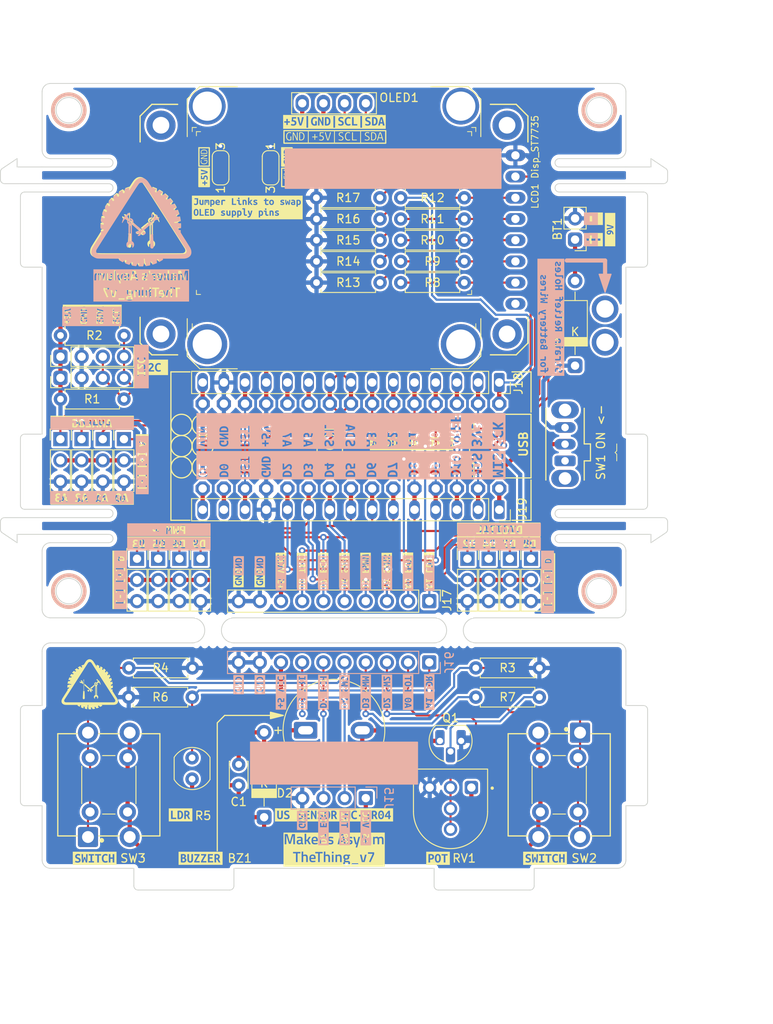
<source format=kicad_pcb>
(kicad_pcb (version 20241229) (generator "pcbnew") (generator_version "9.0")
  (title_block (title "TheThing") (date "2025-05-16") (rev "v7") (company "Maker's Asylum"))
  (layers (0 "F.Cu" signal) (2 "B.Cu" signal) (5 "F.SilkS" user "F.Silkscreen") (7 "B.SilkS" user "B.Silkscreen") (1 "F.Mask" user) (3 "B.Mask" user) (25 "Edge.Cuts" user))
  (net 0 "")
  (net 1 "/SCL")
  (net 2 "/SDA")
  (net 3 "GND")
  (net 4 "Net-(D2-A)")
  (net 5 "5V")
  (net 6 "/D5")
  (net 7 "/D8")
  (net 8 "D2")
  (net 9 "D4")
  (net 10 "/D9")
  (net 11 "/D10")
  (net 12 "/MOSI")
  (net 13 "/MISO")
  (net 14 "/SCK")
  (net 15 "/RST1")
  (net 16 "/D0")
  (net 17 "/D1")
  (net 18 "/A7")
  (net 19 "/A6")
  (net 20 "/A3")
  (net 21 "/A2")
  (net 22 "D7")
  (net 23 "D6")
  (net 24 "/AREF")
  (net 25 "/3V3")
  (net 26 "/VIN")
  (net 27 "/9V")
  (net 28 "/8V3")
  (net 29 "/Add_on_Board/D6")
  (net 30 "D3")
  (net 31 "A0")
  (net 32 "A1")
  (net 33 "Net-(Q1-B)")
  (net 34 "/Add_on_Board/D7")
  (net 35 "/Add_on_Board/D2")
  (net 36 "/Add_on_Board/D4")
  (net 37 "/Add_on_Board/D3")
  (net 38 "/Add_on_Board/A0")
  (net 39 "/Add_on_Board/5V")
  (net 40 "/Add_on_Board/GND")
  (net 41 "/Add_on_Board/A1")
  (net 44 "/LCD_MOSI")
  (net 45 "/LCD_D9")
  (net 46 "/LCD_D10")
  (net 47 "/LCD_D8")
  (net 48 "/LCD_SCK")
  (net 49 "/GND_OLED")
  (net 50 "/5V_OLED")
  (footprint "kibuzzard-681D9B95" (layer "F.Cu") (at 103.1 55.5 90)
    (property "Reference" "kibuzzard-681D9B95" (hide yes))
    (property "Value" "G***" (hide yes))
  )
  (footprint "kibuzzard-67A22DF7" (layer "F.Cu") (at 70 125.6)
    (property "Reference" "kibuzzard-67A22DF7" (hide yes))
    (property "Value" "G***" (hide yes))
  )
  (footprint "kibuzzard-681D14ED" (layer "F.Cu") (at 50.2 92.9)
    (property "Reference" "kibuzzard-681D14ED" (hide yes))
    (property "Value" "G***" (hide yes))
  )
  (footprint "BagTag:MouseBiteHole_0.5mm" (layer "F.Cu") (at 57.5 105.2 180)
    (property "Reference" "REF**" (hide yes))
    (property "Value" "MouseBiteHole_0.5mm" (hide yes))
  )
  (footprint "BagTag:SW_CuK_OS102011MA1QN1_SPDT_Angled" (layer "F.Cu") (at 97.7 83.2 90)
    (property "Reference" "SW1")
    (property "Value" "ON")
  )
  (footprint "BagTag:PinHeader_1x04_P2.54mm_Vertical" (layer "F.Cu") (at 37.2 70.72 90)
    (property "Reference" "J1" (hide yes))
    (property "Value" "Conn_I2C" (hide yes))
  )
  (footprint "kibuzzard-682712AE" (layer "F.Cu") (at 70.05 42.6)
    (property "Reference" "kibuzzard-682712AE" (hide yes))
    (property "Value" "G***" (hide yes))
  )
  (footprint "kibuzzard-681CE6A6" (layer "F.Cu") (at 58.54 97.189 90)
    (property "Reference" "kibuzzard-681CE6A6" (hide yes))
    (property "Value" "G***" (hide yes))
  )
  (footprint "BagTag:PinHeader_1x01_P2.54mm_Vertical" (layer "F.Cu") (at 72.032 76.35 180)
    (property "Reference" "J39" (hide yes))
    (property "Value" "A4" (hide yes))
  )
  (footprint "BagTag:R_Axial_DIN0207_L6.3mm_D2.5mm_P7.62mm_Horizontal" (layer "F.Cu") (at 78 61.85)
    (property "Reference" "R8")
    (property "Value" "10k")
  )
  (footprint "BagTag:D_DO-41_SOD81_P10.16mm_Horizontal" (layer "F.Cu") (at 98.9 71.8 90)
    (property "Reference" "D1")
    (property "Value" "1N4001")
  )
  (footprint "BagTag:MouseBiteHole_0.5mm" (layer "F.Cu") (at 56.5 101.8)
    (property "Reference" "REF**" (hide yes))
    (property "Value" "MouseBiteHole_0.5mm" (hide yes))
  )
  (footprint "BagTag:PinHeader_1x01_P2.54mm_Vertical" (layer "F.Cu") (at 56.792 76.35 180)
    (property "Reference" "J48" (hide yes))
    (property "Value" "GND1" (hide yes))
  )
  (footprint "kibuzzard-681CED7D" (layer "F.Cu") (at 47 83.5 90)
    (property "Reference" "kibuzzard-681CED7D" (hide yes))
    (property "Value" "G***" (hide yes))
  )
  (footprint "BagTag:PinHeader_1x10_P2.54mm_Vertical" (layer "F.Cu") (at 81.425 100 -90)
    (property "Reference" "J17")
    (property "Value" "Conn_01x10" (hide yes))
  )
  (footprint "BagTag:PinHeader_1x03_P2.54mm_Vertical" (layer "F.Cu") (at 51.46 94.92)
    (property "Reference" "J9" (hide yes))
    (property "Value" "Conn_01x03" (hide yes))
  )
  (footprint "BagTag:R_Axial_DIN0207_L6.3mm_D2.5mm_P7.62mm_Horizontal" (layer "F.Cu") (at 75.52 59.31 180)
    (property "Reference" "R14")
    (property "Value" "20k")
  )
  (footprint "BagTag:R_Axial_DIN0207_L6.3mm_D2.5mm_P7.62mm_Horizontal" (layer "F.Cu") (at 37.2 75.8)
    (property "Reference" "R1")
    (property "Value" "10k")
  )
  (footprint "BagTag:MouseBiteHole_0.5mm" (layer "F.Cu") (at 85.5 105.2 180)
    (property "Reference" "REF**" (hide yes))
    (property "Value" "MouseBiteHole_0.5mm" (hide yes))
  )
  (footprint "kibuzzard-67A22DCA" (layer "F.Cu") (at 41.3 130.8)
    (property "Reference" "kibuzzard-67A22DCA" (hide yes))
    (property "Value" "G***" (hide yes))
  )
  (footprint "BagTag:R_Axial_DIN0207_L6.3mm_D2.5mm_P7.62mm_Horizontal" (layer "F.Cu") (at 45.4 108)
    (property "Reference" "R4")
    (property "Value" "10k")
  )
  (footprint "kibuzzard-681D13E1" (layer "F.Cu") (at 89.75 91.3)
    (property "Reference" "kibuzzard-681D13E1" (hide yes))
    (property "Value" "G***" (hide yes))
  )
  (footprint "BagTag:PinSocket_1x15_P2.54mm_Vertical" (layer "F.Cu") (at 89.812 73.81 -90)
    (property "Reference" "J18")
    (property "Value" "Conn_01x15" (hide yes))
  )
  (footprint "BagTag:R_Axial_DIN0207_L6.3mm_D2.5mm_P7.62mm_Horizontal" (layer "F.Cu") (at 78 54.23)
    (property "Reference" "R11")
    (property "Value" "10k")
  )
  (footprint "BagTag:PinHeader_1x03_P2.54mm_Vertical" (layer "F.Cu") (at 54 94.92)
    (property "Reference" "J10" (hide yes))
    (property "Value" "Conn_01x03" (hide yes))
  )
  (footprint "BagTag:PinHeader_1x01_P2.54mm_Vertical" (layer "F.Cu") (at 66.952 76.35 180)
    (property "Reference" "J37" (hide yes))
    (property "Value" "A6" (hide yes))
  )
  (footprint "BagTag:MouseBiteHole_0.5mm" (layer "F.Cu") (at 85.5 101.8)
    (property "Reference" "REF**" (hide yes))
    (property "Value" "MouseBiteHole_0.5mm" (hide yes))
  )
  (footprint "kibuzzard-68220AD1" (layer "F.Cu") (at 48.1 72)
    (property "Reference" "kibuzzard-68220AD1" (hide yes))
    (property "Value" "G***" (hide yes))
  )
  (footprint "kibuzzard-681CF111" (layer "F.Cu") (at 79.3 81.15)
    (property "Reference" "kibuzzard-681CF111" (hide yes))
    (property "Value" "G***" (hide yes))
  )
  (footprint "BagTag:PinHeader_1x01_P2.54mm_Vertical" (layer "F.Cu") (at 77.112 86.51 180)
    (property "Reference" "J25" (hide yes))
    (property "Value" "D7" (hide yes))
  )
  (footprint "BagTag:PinHeader_1x03_P2.54mm_Vertical" (layer "F.Cu") (at 46.38 94.92)
    (property "Reference" "J7" (hide yes))
    (property "Value" "Conn_01x03" (hide yes))
  )
  (footprint "BagTag:Disp_TFT_LCD_128x128" (layer "F.Cu") (at 70.25 55.5 180)
    (property "Reference" "LCD1")
    (property "Value" "Disp_ST7735")
  )
  (footprint "kibuzzard-67A22DE4" (layer "F.Cu") (at 95.3 130.8)
    (property "Reference" "kibuzzard-67A22DE4" (hide yes))
    (property "Value" "G***" (hide yes))
  )
  (footprint "BagTag:MouseBiteHole_0.5mm" (layer "F.Cu") (at 54.5 101.8)
    (property "Reference" "REF**" (hide yes))
    (property "Value" "MouseBiteHole_0.5mm" (hide yes))
  )
  (footprint "BagTag:SWITCH_PUSH_6mm_12mm" (layer "F.Cu") (at 97 122 -90)
    (property "Reference" "SW2")
    (property "Value" "ON")
  )
  (footprint "kibuzzard-681CE705" (layer "F.Cu") (at 73.78 96.3 90)
    (property "Reference" "kibuzzard-681CE705" (hide yes))
    (property "Value" "G***" (hide yes))
  )
  (footprint "BagTag:PinHeader_1x01_P2.54mm_Vertical" (layer "F.Cu") (at 61.872 86.51 180)
    (property "Reference" "J49" (hide yes))
    (property "Value" "GND2" (hide yes))
  )
  (footprint "BagTag:kibuzzard-64612FA6" (layer "F.Cu") (at 101.4 56.7 90)
    (property "Reference" "kibuzzard-64612FA6" (hide yes))
    (property "Value" "G***" (hide yes))
  )
  (footprint "BagTag:MouseBiteHole_0.5mm" (layer "F.Cu") (at 82.5 101.8)
    (property "Reference" "REF**" (hide yes))
    (property "Value" "MouseBiteHole_0.5mm" (hide yes))
  )
  (footprint "BagTag:PinHeader_1x01_P2.54mm_Vertical" (layer "F.Cu") (at 69.492 76.35 180)
    (property "Reference" "J38" (hide yes))
    (property "Value" "A5" (hide yes))
  )
  (footprint "kibuzzard-681CE6E0" (layer "F.Cu") (at 63.62 96.3 90)
    (property "Reference" "kibuzzard-681CE6E0" (hide yes))
    (property "Value" "G***" (hide yes))
  )
  (footprint "BagTag:PinHeader_1x01_P2.54mm_Vertical" (layer "F.Cu") (at 59.332 86.51 180)
    (property "Reference" "J33" (hide yes))
    (property "Value" "RST1" (hide yes))
  )
  (footprint "BagTag:MouseBiteHole_0.5mm" (layer "F.Cu") (at 86.5 101.8)
    (property "Reference" "REF**" (hide yes))
    (property "Value" "MouseBiteHole_0.5mm" (hide yes))
  )
  (footprint "BagTag:PinHeader_1x03_P2.54mm_Vertical" (layer "F.Cu") (at 86 94.92)
    (property "Reference" "J3" (hide yes))
    (property "Value" "Conn_01x03" (hide yes))
  )
  (footprint "BagTag:PinHeader_1x01_P2.54mm_Vertical" (layer "F.Cu") (at 61.872 76.35 180)
    (property "Reference" "J46" (hide yes))
    (property "Value" "5V" (hide yes))
  )
  (footprint "BagTag:MouseBiteHole_0.5mm" (layer "F.Cu") (at 56.5 105.2 180)
    (property "Reference" "REF**" (hide yes))
    (property "Value" "MouseBiteHole_0.5mm" (hide yes))
  )
  (footprint "BagTag:PinHeader_1x01_P2.54mm_Vertical" (layer "F.Cu") (at 64.412 86.51 180)
    (property "Reference" "J20" (hide yes))
    (property "Value" "D2" (hide yes))
  )
  (footprint "BagTag:R_Axial_DIN0207_L6.3mm_D2.5mm_P7.62mm_Horizontal" (layer "F.Cu") (at 87 108)
    (property "Reference" "R3")
    (property "Value" "10k")
  )
  (footprint "BagTag:MouseBiteHole_0.5mm" (layer "F.Cu") (at 55.5 101.8)
    (property "Reference" "REF**" (hide yes))
    (property "Value" "MouseBiteHole_0.5mm" (hide yes))
  )
  (footprint "kibuzzard-681CEDBE" (layer "F.Cu") (at 44.2 97.45 90)
    (property "Reference" "kibuzzard-681CEDBE" (hide yes))
    (property "Value" "G***" (hide yes))
  )
  (footprint "kibuzzard-681CE6EC" (layer "F.Cu") (at 68.7 96.3 90)
    (property "Reference" "kibuzzard-681CE6EC" (hide yes))
    (property "Value" "G***" (hide yes))
  )
  (footprint "BagTag:PinHeader_1x01_P2.54mm_Vertical" (layer "F.Cu") (at 56.792 86.51 180)
    (property "Reference" "J34" (hide yes))
    (property "Value" "D0" (hide yes))
  )
  (footprint "kibuzzard-681CE715" (layer "F.Cu") (at 81.4 96.3 90)
    (property "Reference" "kibuzzard-681CE715" (hide yes))
    (property "Value" "G***" (hide yes))
  )
  (footprint "BagTag:MouseBiteHole_0.5mm" (layer "F.Cu") (at 54.5 105.2 180)
    (property "Reference" "REF**" (hide yes))
    (property "Value" "MouseBiteHole_0.5mm" (hide yes))
  )
  (footprint "BagTag:MouseBiteHole_0.5mm" (layer "F.Cu") (at 86.5 105.2 180)
    (property "Reference" "REF**" (hide yes))
    (property "Value" "MouseBiteHole_0.5mm" (hide yes))
  )
  (footprint "BagTag:PinHeader_1x01_P2.54mm_Vertical" (layer "F.Cu") (at 74.572 76.35 180)
    (property "Reference" "J40" (hide yes))
    (property "Value" "A3" (hide yes))
  )
  (footprint "BagTag:MouseBiteHole_0.5mm" (layer "F.Cu") (at 84.5 105.2 180)
    (property "Reference" "REF**" (hide yes))
    (property "Value" "MouseBiteHole_0.5mm" (hide yes))
  )
  (footprint "kibuzzard-6827114F" (layer "F.Cu") (at 64.376198 46.8 90)
    (property "Reference" "kibuzzard-6827114F" (hide yes))
    (property "Value" "G***" (hide yes))
  )
  (footprint "BagTag:R_LDR_4.9x4.2mm_P2.54mm_Vertical" (layer "F.Cu") (at 52.982 121.308 90)
    (property "Reference" "R5")
    (property "Value" "LDR")
  )
  (footprint "BagTag:PinHeader_1x01_P2.54mm_Vertical" (layer "F.Cu") (at 77.112 76.35 180)
    (property "Reference" "J41" (hide yes))
    (property "Value" "A2" (hide yes))
  )
  (footprint "BagTag:MountingHole_3.2mm_M3" (layer "F.Cu") (at 102.5 69)
    (property "Reference" "H2" (hide yes))
    (property "Value" "MountingHole" (hide yes))
  )
  (footprint "BagTag:PinHeader_1x01_P2.54mm_Vertical" (layer "F.Cu") (at 69.492 86.51 180)
    (property "Reference" "J22" (hide yes))
    (property "Value" "D4" (hide yes))
  )
  (footprint "BagTag:PinHeader_1x03_P2.54mm_Vertical" (layer "F.Cu") (at 44.81 80.6)
    (property "Reference" "J11" (hide yes))
    (property "Value" "Conn_01x03" (hide yes))
  )
  (footprint "BagTag:Disp_128x64OLED" (layer "F.Cu") (at 70 55.268)
    (property "Reference" "OLED1")
    (property "Value" "Disp_SSD1306")
  )
  (footprint "kibuzzard-681D14E6" (layer "F.Cu") (at 50.2 91.6)
    (property "Reference" "kibuzzard-681D14E6" (hide yes))
    (property "Value" "G***" (hide yes))
  )
  (footprint "kibuzzard-681CE70B" (layer "F.Cu") (at 76.32 96.3 90)
    (property "Reference" "kibuzzard-681CE70B" (hide yes))
    (property "Value" "G***" (hide yes))
  )
  (footprint "BagTag:kibuzzard-64612FED" (layer "F.Cu") (at 101.4 54.2 90)
    (property "Reference" "kibuzzard-64612FED" (hide yes))
    (property "Value" "G***" (hide yes))
  )
  (footprint "BagTag:MouseBiteHole_0.5mm" (layer "F.Cu") (at 57.5 101.8)
    (property "Reference" "REF**" (hide yes))
    (property "Value" "MouseBiteHole_0.5mm" (hide yes))
  )
  (footprint "BagTag:PinHeader_1x01_P2.54mm_Vertical" (layer "F.Cu") (at 84.732 76.35 180)
    (property "Reference" "J44" (hide yes))
    (property "Value" "AREF" (hide yes))
  )
  (footprint "BagTag:MouseBiteHole_0.5mm" (layer "F.Cu") (at 83.5 101.8)
    (property "Reference" "REF**" (hide yes))
    (property "Value" "MouseBiteHole_0.5mm" (hide yes))
  )
  (footprint "BagTag:PinSocket_1x15_P2.54mm_Vertical" (layer "F.Cu") (at 89.812 89.05 -90)
    (property "Reference" "J19")
    (property "Value" "Conn_01x15" (hide yes))
  )
  (footprint "BagTag:PinHeader_1x01_P2.54mm_Vertical" (layer "F.Cu") (at 64.412 76.35 180)
    (property "Reference" "J36" (hide yes))
    (property "Value" "A7" (hide yes))
  )
  (footprint "BagTag:TRIM_601040" (layer "F.Cu") (at 83.97 125.194 180)
    (property "Reference" "RV1")
    (property "Value" "100k")
  )
  (footprint "BagTag:R_Axial_DIN0207_L6.3mm_D2.5mm_P7.62mm_Horizontal" (layer "F.Cu") (at 75.52 54.23 180)
    (property "Reference" "R16")
    (property "Value" "20k")
  )
  (footprint "kibuzzard-681CE6D9" (layer "F.Cu") (at 61.09 97.189 90)
    (property "Reference" "kibuzzard-681CE6D9" (hide yes))
    (property "Value" "G***" (hide yes))
  )
  (footprint "kibuzzard-681CEE16" (layer "F.Cu") (at 95.75 97.75 90)
    (property "Reference" "kibuzzard-681CEE16" (hide yes))
    (property "Value" "G***" (hide yes))
  )
  (footprint "BagTag:C_Disc_D3.0mm_W2.0mm_P2.50mm" (layer "F.Cu") (at 58.57 122.05 90)
    (property "Reference" "C1")
    (property "Value" "100n")
  )
  (footprint "BagTag:R_Axial_DIN0207_L6.3mm_D2.5mm_P7.62mm_Horizontal" (layer "F.Cu") (at 75.5 51.69 180)
    (property "Reference" "R17")
    (property "Value" "20k")
  )
  (footprint "BagTag:TO-92_HandSolder" (layer "F.Cu") (at 85.24 116.736 180)
    (property "Reference" "Q1")
    (property "Value" "PN2222ABU")
  )
  (footprint "BagTag:D_DO-41_SOD81_P10.16mm_Horizontal" (layer "F.Cu") (at 61.618 125.88 90)
    (property "Reference" "D2")
    (property "Value" "1N5819")
  )
  (footprint "kibuzzard-682711E3" (layer "F.Cu") (at 54.45 49.25 90)
    (property "Reference" "kibuzzard-682711E3" (hide yes))
    (property "Value" "G***" (hide yes))
  )
  (footprint "BagTag:R_Axial_DIN0207_L6.3mm_D2.5mm_P7.62mm_Horizontal" (layer "F.Cu") (at 53 111.5 180)
    (property "Reference" "R6")
    (property "Value" "10k")
  )
  (footprint "kibuzzard-68271661" (layer "F.Cu") (at 59.6 52.85)
    (property "Reference" "kibuzzard-68271661" (hide yes))
    (property "Value" "G***" (hide yes))
  )
  (footprint "BagTag:PinHeader_1x01_P2.54mm_Vertical" (layer "F.Cu") (at 74.572 86.51 180)
    (property "Reference" "J24" (hide yes))
    (property "Value" "D6" (hide yes))
  )
  (footprint "BagTag:MouseBiteHole_0.5mm" (layer "F.Cu") (at 53.5 101.8)
    (property "Reference" "REF**" (hide yes))
    (property "Value" "MouseBiteHole_0.5mm" (hide yes))
  )
  (footprint "BagTag:PinHeader_1x01_P2.54mm_Vertical" (layer "F.Cu") (at 89.812 86.51 180)
    (property "Reference" "J30" (hide yes))
    (property "Value" "D12" (hide yes))
  )
  (footprint "BagTag:PinHeader_1x03_P2.54mm_Vertical" (layer "F.Cu") (at 37.19 80.6)
    (property "Reference" "J14" (hide yes))
    (property "Value" "Conn_01x03" (hide yes))
  )
  (footprint "BagTag:PinHeader_1x01_P2.54mm_Vertical" (layer "F.Cu") (at 79.652 76.35 180)
    (property "Reference" "J42" (hide yes))
    (property "Value" "A1" (hide yes))
  )
  (footprint "kibuzzard-681CE6E6" (layer "F.Cu") (at 66.16 96.3 90)
    (property "Reference" "kibuzzard-681CE6E6" (hide yes))
    (property "Value" "G***" (hide yes))
  )
  (footprint "BagTag:R_Axial_DIN0207_L6.3mm_D2.5mm_P7.62mm_Horizontal" (layer "F.Cu") (at 78 56.77)
    (property "Reference" "R10")
    (property "Value" "10k")
  )
  (footprint "BagTag:PinHeader_1x01_P2.54mm_Vertical" (layer "F.Cu") (at 84.732 86.51 180)
    (property "Reference" "J28" (hide yes))
    (property "Value" "D10" (hide yes))
  )
  (footprint "BagTag:MouseBiteHole_0.5mm" (layer "F.Cu") (at 55.5 105.2 180)
    (property "Reference" "REF**" (hide yes))
    (property "Value" "MouseBiteHole_0.5mm" (hide yes))
  )
  (footprint "kibuzzard-681D13E9" (layer "F.Cu") (at 89.75 92.8)
    (property "Reference" "kibuzzard-681D13E9" (hide yes))
    (property "Value" "G***" (hide yes))
  )
  (footprint "BagTag:PinHeader_1x01_P2.54mm_Vertical" (layer "F.Cu") (at 54.252 76.35 180)
    (property "Reference" "J45" (hide yes))
    (property "Value" "VIN" (hide yes))
  )
  (footprint "BagTag:MouseBiteHole_0.5mm" (layer "F.Cu") (at 83.5 105.2 180)
    (property "Reference" "REF**" (hide yes))
    (property "Value" "MouseBiteHole_0.5mm" (hide yes))
  )
  (footprint "kibuzzard-681D1419" (layer "F.Cu") (at 41 87.75)
    (property "Reference" "kibuzzard-681D1419" (hide yes))
    (property "Value" "G***" (hide yes))
  )
  (footprint "BagTag:MouseBiteHole_0.5mm" (layer "F.Cu") (at 53.5 105.2 180)
    (property "Reference" "REF**" (hide yes))
    (property "Value" "MouseBiteHole_0.5mm" (hide yes))
  )
  (footprint "BagTag:PinHeader_1x01_P2.54mm_Vertical" (layer "F.Cu") (at 79.652 86.51 180)
    (property "Reference" "J26" (hide yes))
    (property "Value" "D8" (hide yes))
  )
  (footprint "BagTag:PinHeader_1x01_P2.54mm_Vertical" (layer "F.Cu") (at 59.332 76.35 180)
    (property "Reference" "J32" (hide yes))
    (property "Value" "RST1" (hide yes))
  )
  (footprint "BagTag:PinHeader_1x01_P2.54mm_Vertical" (layer "F.Cu") (at 89.812 76.35 180)
    (property "Reference" "J31" (hide yes))
    (property "Value" "D13" (hide yes))
  )
  (footprint "BagTag:PinHeader_1x03_P2.54mm_Vertical" (layer "F.Cu") (at 39.73 80.6)
    (property "Reference" "J13" (hide yes))
    (property "Value" "Conn_01x03" (hide yes))
  )
  (footprint "BagTag:PinHeader_1x01_P2.54mm_Vertical" (layer "F.Cu") (at 87.272 86.51 180)
    (property "Reference" "J29" (hide yes))
    (property "Value" "D11" (hide yes))
  )
  (footprint "kibuzzard-681CE6FF" (layer "F.Cu") (at 71.24 96.3 90)
    (property "Reference" "kibuzzard-681CE6FF" (hide yes))
    (property "Value" "G***" (hide yes))
  )
  (footprint "BagTag:R_Axial_DIN0207_L6.3mm_D2.5mm_P7.62mm_Horizontal" (layer "F.Cu") (at 78 51.69)
    (property "Reference" "R12")
    (property "Value" "10k")
  )
  (footprint "BagTag:R_Axial_DIN0207_L6.3mm_D2.5mm_P7.62mm_Horizontal" (layer "F.Cu") (at 75.52 56.77 180)
    (property "Reference" "R15")
    (property "Value" "20k")
  )
  (footprint "kibuzzard-681CE710" (layer "F.Cu") (at 78.86 96.3 90)
    (property "Reference" "kibuzzard-681CE710" (hide yes))
    (property "Value" "G***" (hide yes))
  )
  (footprint "BagTag:SWITCH_PUSH_6mm_12mm" (layer "F.Cu") (at 43 122 90)
    (property "Reference" "SW3")
    (property "Value" "ON")
  )
  (footprint "BagTag:R_Axial_DIN0207_L6.3mm_D2.5mm_P7.62mm_Horizontal" (layer "F.Cu") (at 75.52 61.85 180)
    (property "Reference" "R13")
    (property "Value" "20k")
  )
  (footprint "BagTag:Buzzer_12x9.5RM7.6" (layer "F.Cu") (at 69.99 115.466)
    (property "Reference" "BZ1")
    (property "Value" "Buzzer_WT-1205")
  )
  (footprint "kibuzzard-681CEF1C" (layer "F.Cu") (at 41.01 65.65 90)
    (property "Reference" "kibuzzard-681CEF1C" (hide yes))
    (property "Value" "G***" (hide yes))
  )
  (footprint "BagTag:PinHeader_1x03_P2.54mm_Vertical" (layer "F.Cu") (at 88.54 94.92)
    (property "Reference" "J4" (hide yes))
    (property "Value" "Conn_01x03" (hide yes))
  )
  (footprint "BagTag:PinHeader_1x01_P2.54mm_Vertical" (layer "F.Cu") (at 82.192 76.35 180)
    (property "Reference" "J43" (hide yes))
    (property "Value" "A0" (hide yes))
  )
  (footprint "kibuzzard-67A22DDD" (layer "F.Cu") (at 82.47 130.8)
    (property "Reference" "kibuzzard-67A22DDD" (hide yes))
    (property "Value" "G***" (hide yes))
  )
  (footprint "BagTag:PinHeader_1x01_P2.54mm_Vertical" (layer "F.Cu") (at 54.252 86.51 180)
    (property "Reference" "J35" (hide yes))
    (property "Value" "D1" (hide yes))
  )
  (footprint "BagTag:PinHeader_1x01_P2.54mm_Vertical" (layer "F.Cu") (at 82.192 86.51 180)
    (property "Reference" "J27" (hide yes))
    (property "Value" "D9" (hide yes))
  )
  (footprint "BagTag:MA_logo_12mmx10mm" (layer "F.Cu") (at 46.75 54.5)
    (property "Reference" "G***" (hide yes))
    (property "Value" "LOGO" (hide yes))
  )
  (footprint "BagTag:R_Axial_DIN0207_L6.3mm_D2.5mm_P7.62mm_Horizontal" (layer "F.Cu") (at 37.2 68.18)
    (property "Reference" "R2")
    (property "Value" "10k")
  )
  (footprint "BagTag:MountingHole_3.2mm_M3" (layer "F.Cu") (at 102.5 65)
    (property "Reference" "H1" (hide yes))
    (property "Value" "MountingHole" (hide yes))
  )
  (footprint "BagTag:MouseBiteHole_0.5mm" (layer "F.Cu") (at 82.5 105.2 180)
    (property "Reference" "REF**" (hide yes))
    (property "Value" "MouseBiteHole_0.5mm" (hide yes))
  )
  (footprint "BagTag:PinHeader_1x03_P2.54mm_Vertical" (layer "F.Cu") (at 48.92 94.92)
    (property "Reference" "J8" (hide yes))
    (property "Value" "Conn_01x03" (hide yes))
  )
  (footprint "kibuzzard-67A22DD3" (layer "F.Cu") (at 51.6 125.6)
    (property "Reference" "kibuzzard-67A22DD3" (hide yes))
    (property "Value" "G***" (hide yes))
  )
  (footprint "BagTag:MouseBiteHole_0.5mm" (layer "F.Cu") (at 84.5 101.8)
    (property "Reference" "REF**" (hide yes))
    (property "Value" "MouseBiteHole_0.5mm" (hide yes))
  )
  (footprint "BagTag:PinHeader_1x02_P2.54mm_Vertical" (layer "F.Cu") (at 98.9 56.7 180)
    (property "Reference" "BT1")
    (property "Value" "Bat")
  )
  (footprint "BagTag:PinHeader_1x01_P2.54mm_Vertical" (layer "F.Cu") (at 66.952 86.51 180)
    (property "Reference" "J21" (hide yes))
    (property "Value" "D3" (hide yes))
  )
  (footprint "BagTag:R_Axial_DIN0207_L6.3mm_D2.5mm_P7.62mm_Horizontal" (layer "F.Cu") (at 78 59.31)
    (property "Reference" "R9")
    (property "Value" "10k")
  )
  (footprint "BagTag:PinHeader_1x03_P2.54mm_Vertical" (layer "F.Cu") (at 91.08 94.92)
    (property "Reference" "J5" (hide yes))
    (property "Value" "Conn_01x03" (hide yes))
  )
  (footprint "BagTag:SolderJumper-3_P1.3mm_Bridged2Bar12_RoundedPad1.0x1.5mm_NumberLabels" (layer "F.Cu") (at 62.4 48.1 -90)
    (property "Reference" "NT6" (hide yes))
    (property "Value" "NetTie_3" (hide yes))
  )
  (footprint "BagTag:R_Axial_DIN0207_L6.3mm_D2.5mm_P7.62mm_Horizontal" (layer "F.Cu") (at 87 111.5)
    (property "Reference" "R7")
    (property "Value" "100E")
  )
  (footprint "kibuzzard-681D1422" (layer "F.Cu") (at 41 78.5)
    (property "Reference" "kibuzzard-681D1422" (hide yes))
    (property "Value" "G***" (hide yes))
  )
  (footprint "BagTag:PinHeader_1x03_P2.54mm_Vertical" (layer "F.Cu") (at 42.27 80.6)
    (property "Reference" "J12" (hide yes))
    (property "Value" "Conn_01x03" (hide yes))
  )
  (footprint "kibuzzard-681BBDCE" (layer "F.Cu") (at 54 130.8)
    (property "Reference" "kibuzzard-681BBDCE" (hide yes))
    (property "Value" "G***" (hide yes))
  )
  (footprint "BagTag:SolderJumper-3_P1.3mm_Bridged2Bar12_RoundedPad1.0x1.5mm_NumberLabels" (layer "F.Cu") (at 56.4 48.1 90)
    (property "Reference" "NT5" (hide yes))
    (property "Value" "NetTie_3" (hide yes))
  )
  (footprint "BagTag:PinHeader_1x01_P2.54mm_Vertical" (layer "F.Cu") (at 87.272 76.35 180)
    (property "Reference" "J47" (hide yes))
    (property "Value" "3V3" (hide yes))
  )
  (footprint "BagTag:PinHeader_1x04_P2.54mm_Vertical" (layer "F.Cu") (at 37.2 73.26 90)
    (property "Reference" "J2" (hide yes))
    (property "Value" "Conn_I2C" (hide yes))
  )
  (footprint "BagTag:PinHeader_1x01_P2.54mm_Vertical" (layer "F.Cu") (at 72.032 86.51 180)
    (property "Reference" "J23" (hide yes))
    (property "Value" "D5" (hide yes))
  )
  (footprint "BagTag:PinHeader_1x03_P2.54mm_Vertical" (layer "F.Cu") (at 93.62 94.92)
    (property "Reference" "J6" (hide yes))
    (property "Value" "Conn_01x03" (hide yes))
  )
  (footprint "kibuzzard-681CE6D9" (layer "B.Cu") (at 61.11 95.761 90)
    (property "Reference" "kibuzzard-681CE6D9" (hide yes))
    (property "Value" "G***" (hide yes))
  )
  (footprint "kibuzzard-67A20238" (layer "B.Cu") (at 89.8 91.45 180)
    (property "Reference" "kibuzzard-67A20238" (hide yes))
    (property "Value" "G***" (hide yes))
  )
  (footprint "kibuzzard-67A20214" (layer "B.Cu") (at 50.2 93.15 180)
    (property "Reference" "kibuzzard-67A20214" (hide yes))
    (property "Value" "G***" (hide yes))
  )
  (footprint "kibuzzard-67A20268" (layer "B.Cu") (at 40.95 87.6 180)
    (property "Reference" "kibuzzard-67A20268" (hide yes))
    (property "Value" "G***" (hide yes))
  )
  (footprint "kibuzzard-681CE6E6" (layer "B.Cu") (at 66.18 96.65 90)
    (property "Reference" "kibuzzard-681CE6E6" (hide yes))
    (property "Value" "G***" (hide yes))
  )
  (footprint "kibuzzard-681CE6FF" (layer "B.Cu") (at 71.26 96.65 90)
    (property "Reference" "kibuzzard-681CE6FF" (hide yes))
    (property "Value" "G***" (hide yes))
  )
  (footprint "BagTag:kibuzzard-64612FA6" (layer "B.Cu") (at 100.8 56.7 90)
    (property "Reference" "kibuzzard-64612FA6" (hide yes))
    (property "Value" "G***" (hide yes))
  )
  (footprint "BagTag:PinSocket_1x04_P2.54mm_Vertical" (layer "B.Cu") (at 73.81 123.594 90)
    (property "Reference" "J15")
    (property "Value" "HC-SR04")
  )
  (footprint "kibuzzard-681CE6E0" (layer "B.Cu") (at 63.64 96.65 90)
    (property "Reference" "kibuzzard-681CE6E0" (hide yes))
    (property "Value" "G***" (hide yes))
  )
  (footprint "kibuzzard-681CE6EC" (layer "B.Cu") (at 68.72 110.894 90)
    (property "Reference" "kibuzzard-681CE6EC" (hide yes))
    (property "Value" "G***" (hide yes))
  )
  (footprint "kibuzzard-681CE715" (layer "B.Cu") (at 81.42 96.65 90)
    (property "Reference" "kibuzzard-681CE715" (hide yes))
    (property "Value" "G***" (hide yes))
  )
  (footprint "kibuzzard-681CE6D9" (layer "B.Cu") (at 61.11 110.005 90)
    (property "Reference" "kibuzzard-681CE6D9" (hide yes))
    (property "Value" "G***" (hide yes))
  )
  (footprint "kibuzzard-67A11942" (layer "B.Cu") (at 40.95 65.9 90)
    (property "Reference" "kibuzzard-67A11942" (hide yes))
    (property "Value" "G***" (hide yes))
  )
  (footprint "kibuzzard-681CE710" (layer "B.Cu") (at 78.88 96.65 90)
    (property "Reference" "kibuzzard-681CE710" (hide yes))
    (property "Value" "G***" (hide yes))
  )
  (footprint "kibuzzard-681D00EA" (layer "B.Cu") (at 95.6 97.7 90)
    (property "Reference" "kibuzzard-681D00EA" (hide yes))
    (property "Value" "G***" (hide yes))
  )
  (footprint "kibuzzard-681D0107" (layer "B.Cu") (at 44.4 97.45 90)
    (property "Reference" "kibuzzard-681D0107" (hide yes))
    (property "Value" "G***" (hide yes))
  )
  (footprint "kibuzzard-681CE6E6" (layer "B.Cu") (at 66.18 110.894 90)
    (property "Reference" "kibuzzard-681CE6E6" (hide yes))
    (property "Value" "G***" (hide yes))
  )
  (footprint "kibuzzard-67A122C1" (layer "B.Cu") (at 66.19 126.261 90)
    (property "Reference" "kibuzzard-67A122C1" (hide yes))
    (property "Value" "G***" (hide yes))
  )
  (footprint "kibuzzard-67A201FA" (layer "B.Cu") (at 50.2 91.45 180)
    (property "Reference" "kibuzzard-67A201FA" (hide yes))
    (property "Value" "G***" (hide yes))
  )
  (footprint "BagTag:kibuzzard-64612FED" (layer "B.Cu") (at 100.8 54.2 90)
    (property "Reference" "kibuzzard-64612FED" (hide yes))
    (property "Value" "G***" (hide yes))
  )
  (footprint "kibuzzard-681CE715" (layer "B.Cu") (at 81.42 110.894 90)
    (property "Reference" "kibuzzard-681CE715" (hide yes))
    (property "Value" "G***" (hide yes))
  )
  (footprint "BagTag:kibuzzard-66412AF8" (layer "B.Cu") (at 96 66 90)
    (property "Reference" "kibuzzard-66412AF8" (hide yes))
    (property "Value" "G***" (hide yes))
  )
  (footprint "kibuzzard-67A20273" (layer "B.Cu") (at 41 78.7 180)
    (property "Reference" "kibuzzard-67A20273" (hide yes))
    (property "Value" "G***" (hide yes))
  )
  (footprint "kibuzzard-681CE705" (layer "B.Cu") (at 73.8 110.894 90)
    (property "Reference" "kibuzzard-681CE705" (hide yes))
    (property "Value" "G***" (hide yes))
  )
  (footprint "kibuzzard-681CE6EC" (layer "B.Cu") (at 68.72 96.65 90)
    (property "Reference" "kibuzzard-681CE6EC" (hide yes))
    (property "Value" "G***" (hide yes))
  )
  (footprint "kibuzzard-681CE710" (layer "B.Cu") (at 78.88 110.894 90)
    (property "Reference" "kibuzzard-681CE710" (hide yes))
    (property "Value" "G***" (hide yes))
  )
  (footprint "kibuzzard-681CE6E0" (layer "B.Cu") (at 63.64 110.894 90)
    (property "Reference" "kibuzzard-681CE6E0" (hide yes))
    (property "Value" "G***" (hide yes))
  )
  (footprint "kibuzzard-67A122A3" (layer "B.Cu") (at 73.81 127.15 90)
    (property "Reference" "kibuzzard-67A122A3" (hide yes))
    (property "Value" "G***" (hide yes))
  )
  (footprint "kibuzzard-681CE70B" (layer "B.Cu") (at 76.34 110.894 90)
    (property "Reference" "kibuzzard-681CE70B" (hide yes))
    (property "Value" "G***" (hide yes))
  )
  (footprint "kibuzzard-681CE6FF" (layer "B.Cu") (at 71.26 110.894 90)
    (property "Reference" "kibuzzard-681CE6FF" (hide yes))
    (property "Value" "G***" (hide yes))
  )
  (footprint "BagTag:MA_logo_12mmx10mm" (layer "B.Cu") (at 46.9 54.6 180)
    (property "Reference" "G***" (hide yes))
    (property "Value" "LOGO" (hide yes))
  )
  (footprint "kibuzzard-681D0124" (layer "B.Cu") (at 47 83.7 90)
    (property "Reference" "kibuzzard-681D0124" (hide yes))
    (property "Value" "G***" (hide yes))
  )
  (footprint "BagTag:PinHeader_1x10_P2.54mm_Vertical" (layer "B.Cu") (at 81.42 107.338 90)
    (property "Reference" "J16")
    (property "Value" "Conn_01x10" (hide yes))
  )
  (footprint "kibuzzard-681CE6A6" (layer "B.Cu") (at 58.56 110.005 90)
    (property "Reference" "kibuzzard-681CE6A6" (hide yes))
    (property "Value" "G***" (hide yes))
  )
  (footprint "kibuzzard-681CE6A6" (layer "B.Cu") (at 58.56 95.761 90)
    (property "Reference" "kibuzzard-681CE6A6" (hide yes))
    (property "Value" "G***" (hide yes))
  )
  (footprint "kibuzzard-681CE70B" (layer "B.Cu") (at 76.34 96.65 90)
    (property "Reference" "kibuzzard-681CE70B" (hide yes))
    (property "Value" "G***" (hide yes))
  )
  (footprint "BagTag:kibuzzard-6640C3B8" (layer "B.Cu") (at 46.9 71.9 90)
    (property "Reference" "kibuzzard-6640C3B8" (hide yes))
    (property "Value" "G***" (hide yes))
  )
  (footprint "kibuzzard-67A2022B" (layer "B.Cu") (at 89.8 93.15 180)
    (property "Reference" "kibuzzard-67A2022B" (hide yes))
    (property "Value" "G***" (hide yes))
  )
  (footprint "BagTag:kibuzzard-6461377A" (layer "B.Cu") (at 72.032 83.716 90)
    (property "Reference" "kibuzzard-6461377A" (hide yes))
    (property "Value" "G***" (hide yes))
  )
  (footprint "kibuzzard-67A201C7" (layer "B.Cu") (at 68.73 127.15 90)
    (property "Reference" "kibuzzard-67A201C7" (hide yes))
    (property "Value" "G***" (hide yes))
  )
  (footprint "kibuzzard-67A201D4" (layer "B.Cu") (at 71.27 127.15 90)
    (property "Reference" "kibuzzard-67A201D4" (hide yes))
    (property "Value" "G***" (hide yes))
  )
  (footprint "BagTag:kibuzzard-6461376B" (layer "B.Cu") (at 72.032 79.6266 90)
    (property "Reference" "kibuzzard-6461376B" (hide yes))
    (property "Value" "G***" (hide yes))
  )
  (footprint "kibuzzard-681CE705" (layer "B.Cu") (at 73.8 96.65 90)
    (property "Reference" "kibuzzard-681CE705" (hide yes))
    (property "Value" "G***" (hide yes))
  )
  (gr_circle (center 69.492 80.922) (end 70.381 80.922) (stroke (width 0.15)) (fill no) (layer "F.SilkS"))
  (gr_line (start 93.622 72.54) (end 93.622 77.366) (stroke (width 0.15)) (layer "F.SilkS"))
  (gr_poly (pts (xy 39.695103 109.481608) (xy 39.700604 109.482016) (xy 39.706446 109.482735) (xy 39.712613 109.483794) (xy 39.719091 109.485225) (xy 39.725863 109.48706) (xy 39.732915 109.489329) (xy 39.740229 109.492062) (xy 39.747792 109.495292) (xy 39.755588 109.499049) (xy 39.7636 109.503364) (xy 39.771814 109.508268) (xy 39.780214 109.513792) (xy 39.788785 109.519968) (xy 39.79751 109.526825) (xy 39.806375 109.534396) (xy 39.811168 109.538921) (xy 39.815632 109.543558) (xy 39.819782 109.548298) (xy 39.82363 109.553128) (xy 39.827189 109.558038) (xy 39.830473 109.563016) (xy 39.833493 109.568051) (xy 39.836265 109.573132) (xy 39.8388 109.578248) (xy 39.841111 109.583388) (xy 39.845117 109.593694) (xy 39.848386 109.603962) (xy 39.851024 109.614101) (xy 39.853134 109.624024) (xy 39.854822 109.63364) (xy 39.857349 109.651598) (xy 39.859442 109.667261) (xy 39.860587 109.674009) (xy 39.861938 109.679916) (xy 39.862184 109.681093) (xy 39.862914 109.682635) (xy 39.864118 109.684532) (xy 39.865782 109.686779) (xy 39.867897 109.689367) (xy 39.870449 109.692288) (xy 39.87682 109.699099) (xy 39.884804 109.70715) (xy 39.894308 109.716379) (xy 39.905237 109.726725) (xy 39.9175 109.738125) (xy 39.920146 109.738125) (xy 39.920146 109.96302) (xy 39.783885 109.848919) (xy 39.761138 109.830083) (xy 39.743785 109.816052) (xy 39.737267 109.810985) (xy 39.732261 109.807293) (xy 39.72882 109.805036) (xy 39.727704 109.804463) (xy 39.727 109.80427) (xy 39.724354 109.80427) (xy 39.719781 109.804498) (xy 39.71406 109.805097) (xy 39.69955 109.806916) (xy 39.690945 109.807888) (xy 39.681566 109.808735) (xy 39.671505 109.809335) (xy 39.666247 109.809502) (xy 39.660854 109.809562) (xy 39.655337 109.809496) (xy 39.649708 109.809283) (xy 39.643977 109.808899) (xy 39.638158 109.808322) (xy 39.632261 109.807527) (xy 39.626298 109.806492) (xy 39.620281 109.805194) (xy 39.614221 109.803609) (xy 39.608131 109.801714) (xy 39.602021 109.799485) (xy 39.595903 109.7969) (xy 39.589789 109.793935) (xy 39.58369 109.790567) (xy 39.577619 109.786773) (xy 39.571586 109.782529) (xy 39.565604 109.777812) (xy 39.557973 109.770839) (xy 39.550939 109.763821) (xy 39.544478 109.756775) (xy 39.538567 109.749721) (xy 39.533184 109.742674) (xy 39.528304 109.735652) (xy 39.523905 109.728672) (xy 39.519964 109.721753) (xy 39.516456 109.714912) (xy 39.513359 109.708165) (xy 39.51065 109.701531) (xy 39.508305 109.695026) (xy 39.506302 109.688669) (xy 39.504616 109.682477) (xy 39.503224 109.676466) (xy 39.502104 109.670656) (xy 39.501232 109.665062) (xy 39.500585 109.659703) (xy 39.499872 109.649758) (xy 39.499779 109.64096) (xy 39.50012 109.633449) (xy 39.500709 109.627364) (xy 39.50136 109.622845) (xy 39.502104 109.619062) (xy 39.544437 109.616416) (xy 39.63175 109.693145) (xy 39.650271 109.685208) (xy 39.671438 109.669333) (xy 39.672174 109.668814) (xy 39.672895 109.668251) (xy 39.674295 109.667002) (xy 39.675641 109.665606) (xy 39.676936 109.664083) (xy 39.678185 109.66245) (xy 39.679391 109.660729) (xy 39.680558 109.658937) (xy 39.68169 109.657096) (xy 39.683866 109.653339) (xy 39.685948 109.649613) (xy 39.687969 109.646073) (xy 39.688965 109.644422) (xy 39.689958 109.642875) (xy 39.690918 109.639866) (xy 39.691808 109.636792) (xy 39.692621 109.633648) (xy 39.693348 109.630431) (xy 39.693983 109.627136) (xy 39.694516 109.623759) (xy 39.694941 109.620298) (xy 39.69525 109.616747) (xy 39.695435 109.613103) (xy 39.695488 109.609362) (xy 39.695401 109.605521) (xy 39.695167 109.601575) (xy 39.694778 109.59752) (xy 39.694227 109.593353) (xy 39.693505 109.58907) (xy 39.692604 109.584666) (xy 39.6 109.5) (xy 39.600496 109.499545) (xy 39.601116 109.499023) (xy 39.601984 109.498346) (xy 39.603101 109.497545) (xy 39.603752 109.497108) (xy 39.604465 109.496651) (xy 39.60524 109.496179) (xy 39.606077 109.495695) (xy 39.606976 109.495203) (xy 39.607938 109.494708) (xy 39.63175 109.48677) (xy 39.635967 109.485783) (xy 39.64068 109.484827) (xy 39.645889 109.483934) (xy 39.651594 109.483133) (xy 39.657795 109.482456) (xy 39.664492 109.481934) (xy 39.671686 109.481598) (xy 39.679375 109.481479) (xy 39.689958 109.481479)) (stroke (width -0.000001)) (fill yes) (layer "F.SilkS"))
  (gr_rect (start 64 43.65) (end 76.2 45.15) (stroke (width 0.15)) (fill no) (layer "F.SilkS"))
  (gr_circle (center 51.712 83.97) (end 51.712 82.7) (stroke (width 0.15)) (fill no) (layer "F.SilkS"))
  (gr_line (start 86.764 77.62) (end 93.622 77.62) (stroke (width 0.15)) (layer "F.SilkS"))
  (gr_poly (pts (xy 40.687438 110.711795) (xy 40.687438 110.722379) (xy 40.671563 110.735608) (xy 40.66098 110.743546) (xy 40.631876 110.770004) (xy 40.626584 110.775295) (xy 40.616001 110.785878) (xy 40.610709 110.793816) (xy 40.602772 110.804399) (xy 40.594834 110.814983) (xy 40.586897 110.828212) (xy 40.578959 110.841441) (xy 40.555147 110.849379) (xy 40.536626 110.833503) (xy 40.518105 110.817628) (xy 40.50223 110.801753) (xy 40.486355 110.785878) (xy 40.47048 110.770003) (xy 40.454605 110.754128) (xy 40.43873 110.738252) (xy 40.422855 110.722377) (xy 40.420209 110.719731) (xy 40.417564 110.717085) (xy 40.414918 110.711794) (xy 40.412272 110.706502) (xy 40.409626 110.70121) (xy 40.409626 110.682689) (xy 40.412272 110.680043) (xy 40.412272 110.674751) (xy 40.422855 110.674751) (xy 40.425501 110.672105) (xy 40.430793 110.669459) (xy 40.436084 110.669459) (xy 40.494292 110.650938) (xy 40.499584 110.650938) (xy 40.50223 110.648292) (xy 40.507521 110.645646) (xy 40.512813 110.643) (xy 40.515459 110.640354) (xy 40.52075 110.637708) (xy 40.523396 110.635062) (xy 40.531334 110.62448) (xy 40.541917 110.619188) (xy 40.544563 110.616542) (xy 40.547209 110.613896) (xy 40.549855 110.613896) (xy 40.5525 110.61125) (xy 40.555146 110.61125) (xy 40.557792 110.608604) (xy 40.565729 110.600666)) (stroke (width -0.000001)) (fill yes) (layer "F.SilkS"))
  (gr_line (start 93.622 85.24) (end 86.764 85.24) (stroke (width 0.15)) (layer "F.SilkS"))
  (gr_poly (pts (xy 41.476883 109.698566) (xy 41.485776 109.698975) (xy 41.494608 109.699693) (xy 41.49899 109.700178) (xy 41.503346 109.700752) (xy 41.507671 109.70142) (xy 41.511961 109.702184) (xy 41.516212 109.703049) (xy 41.52042 109.704018) (xy 41.524582 109.705096) (xy 41.528693 109.706287) (xy 41.532751 109.707594) (xy 41.53675 109.70902) (xy 41.526167 109.719604) (xy 41.512937 109.732833) (xy 41.499708 109.746062) (xy 41.494417 109.751354) (xy 41.489125 109.756645) (xy 41.475896 109.767229) (xy 41.462667 109.777812) (xy 41.436209 109.801625) (xy 41.422979 109.801625) (xy 41.356834 109.870416) (xy 41.356834 109.957729) (xy 41.422979 110.015937) (xy 41.512937 110.015937) (xy 41.571146 109.957729) (xy 41.571146 109.939208) (xy 41.584375 109.928625) (xy 41.610833 109.907458) (xy 41.637292 109.886292) (xy 41.66375 109.865125) (xy 41.671688 109.857187) (xy 41.673548 109.864132) (xy 41.67516 109.871078) (xy 41.676524 109.878023) (xy 41.677641 109.884968) (xy 41.678509 109.891914) (xy 41.679129 109.898859) (xy 41.679501 109.905804) (xy 41.679625 109.912749) (xy 41.67951 109.919919) (xy 41.679165 109.927037) (xy 41.678594 109.934101) (xy 41.677801 109.941104) (xy 41.676789 109.948044) (xy 41.675561 109.954916) (xy 41.674122 109.961714) (xy 41.672473 109.968436) (xy 41.670619 109.975076) (xy 41.668563 109.981631) (xy 41.666309 109.988095) (xy 41.663859 109.994465) (xy 41.661217 110.000737) (xy 41.658387 110.006905) (xy 41.655371 110.012965) (xy 41.652175 110.018914) (xy 41.648799 110.024746) (xy 41.645249 110.030458) (xy 41.641528 110.036044) (xy 41.637638 110.041501) (xy 41.633583 110.046825) (xy 41.629368 110.05201) (xy 41.624994 110.057054) (xy 41.620466 110.06195) (xy 41.615786 110.066695) (xy 41.610959 110.071285) (xy 41.605988 110.075714) (xy 41.600875 110.07998) (xy 41.595625 110.084077) (xy 41.590241 110.088001) (xy 41.584726 110.091747) (xy 41.579083 110.095312) (xy 41.579083 111.248895) (xy 41.595602 111.256947) (xy 41.611397 111.266181) (xy 41.626423 111.276539) (xy 41.64064 111.287963) (xy 41.654004 111.300394) (xy 41.666473 111.313775) (xy 41.678004 111.328048) (xy 41.688555 111.343153) (xy 41.698082 111.359034) (xy 41.706543 111.375632) (xy 41.713896 111.392889) (xy 41.720098 111.410746) (xy 41.725106 111.429146) (xy 41.728877 111.448031) (xy 41.73137 111.467342) (xy 41.732541 111.487021) (xy 41.73211 111.502302) (xy 41.73083 111.51737) (xy 41.728721 111.532198) (xy 41.725802 111.546759) (xy 41.722093 111.561025) (xy 41.717612 111.574969) (xy 41.712379 111.588564) (xy 41.706413 111.601784) (xy 41.699735 111.6146) (xy 41.692362 111.626986) (xy 41.684316 111.638915) (xy 41.675614 111.650359) (xy 41.666277 111.661292) (xy 41.656323 111.671686) (xy 41.645773 111.681515) (xy 41.634645 111.69075) (xy 41.610832 111.69075) (xy 41.610832 111.526708) (xy 41.467958 111.415583) (xy 41.327728 111.526708) (xy 41.327728 111.69075) (xy 41.303916 111.69075) (xy 41.292788 111.681515) (xy 41.282238 111.671686) (xy 41.272284 111.661292) (xy 41.262947 111.65036) (xy 41.254245 111.638915) (xy 41.246199 111.626986) (xy 41.238826 111.6146) (xy 41.232148 111.601784) (xy 41.226182 111.588564) (xy 41.22095 111.574969) (xy 41.216469 111.561025) (xy 41.212759 111.546759) (xy 41.20984 111.532198) (xy 41.207731 111.51737) (xy 41.206451 111.502302) (xy 41.20602 111.487021) (xy 41.206213 111.477139) (xy 41.206785 111.467342) (xy 41.207729 111.457637) (xy 41.209038 111.448031) (xy 41.210703 111.438532) (xy 41.212718 111.429146) (xy 41.215073 111.419882) (xy 41.217761 111.410746) (xy 41.220775 111.401746) (xy 41.224107 111.392889) (xy 41.227749 111.384182) (xy 41.231693 111.375632) (xy 41.235932 111.367247) (xy 41.240457 111.359034) (xy 41.245262 111.351001) (xy 41.250338 111.343154) (xy 41.255677 111.3355) (xy 41.261273 111.328048) (xy 41.267116 111.320804) (xy 41.273199 111.313776) (xy 41.279516 111.30697) (xy 41.286057 111.300395) (xy 41.292815 111.294057) (xy 41.299782 111.287963) (xy 41.306951 111.282122) (xy 41.314313 111.276539) (xy 41.321862 111.271224) (xy 41.329589 111.266181) (xy 41.337486 111.26142) (xy 41.345546 111.256948) (xy 41.353762 111.25277) (xy 41.362124 111.248896) (xy 41.362124 110.227604) (xy 41.438854 110.227604) (xy 41.438854 111.211854) (xy 41.43886 111.213833) (xy 41.438896 111.215781) (xy 41.438935 111.216734) (xy 41.438994 111.217667) (xy 41.439076 111.218578) (xy 41.439185 111.219461) (xy 41.439325 111.220313) (xy 41.4395 111.22113) (xy 41.439714 111.221908) (xy 41.439971 111.222644) (xy 41.440116 111.222995) (xy 41.440274 111.223333) (xy 41.440444 111.223659) (xy 41.440627 111.223972) (xy 41.440824 111.224271) (xy 41.441035 111.224557) (xy 41.44126 111.224827) (xy 41.4415 111.225083) (xy 41.442524 111.22654) (xy 41.443609 111.22793) (xy 41.444756 111.229251) (xy 41.445965 111.230499) (xy 41.447237 111.231669) (xy 41.44857 111.232757) (xy 41.449965 111.23376) (xy 41.451422 111.234674) (xy 41.452942 111.235495) (xy 41.454523 111.236219) (xy 41.456166 111.236843) (xy 41.457872 111.237361) (xy 41.459639 111.237771) (xy 41.461468 111.238069) (xy 41.46336 111.238251) (xy 41.465313 111.238312) (xy 41.466297 111.238297) (xy 41.467266 111.238251) (xy 41.46822 111.238175) (xy 41.469158 111.238069) (xy 41.47008 111.237935) (xy 41.470987 111.237771) (xy 41.471878 111.23758) (xy 41.472754 111.237361) (xy 41.473615 111.237115) (xy 41.474459 111.236843) (xy 41.475289 111.236544) (xy 41.476103 111.236219) (xy 41.476901 111.23587) (xy 41.477684 111.235495) (xy 41.478451 111.235096) (xy 41.479203 111.234674) (xy 41.47994 111.234228) (xy 41.480661 111.23376) (xy 41.481366 111.233269) (xy 41.482056 111.232757) (xy 41.483389 111.231669) (xy 41.48466 111.230499) (xy 41.485869 111.229251) (xy 41.487017 111.22793) (xy 41.488102 111.22654) (xy 41.489125 111.225083) (xy 41.491771 111.211854) (xy 41.491771 110.227604) (xy 41.49174 110.226364) (xy 41.491648 110.225127) (xy 41.491497 110.223894) (xy 41.491285 110.222669) (xy 41.491016 110.221453) (xy 41.49069 110.22025) (xy 41.490307 110.219061) (xy 41.48987 110.217889) (xy 41.489378 110.216736) (xy 41.488832 110.215605) (xy 41.488234 110.214499) (xy 41.487585 110.213419) (xy 41.486886 110.212368) (xy 41.486137 110.211349) (xy 41.48534 110.210363) (xy 41.484495 110.209414) (xy 41.483604 110.208503) (xy 41.482667 110.207634) (xy 41.481686 110.206809) (xy 41.480661 110.206029) (xy 41.479593 110.205298) (xy 41.478484 110.204618) (xy 41.477334 110.203991) (xy 41.476144 110.203419) (xy 41.474916 110.202906) (xy 41.47365 110.202454) (xy 41.472347 110.202064) (xy 41.471008 110.20174) (xy 41.469634 110.201483) (xy 41.468226 110.201297) (xy 41.466785 110.201184) (xy 41.465313 110.201146) (xy 41.464073 110.201176) (xy 41.462836 110.201268) (xy 41.461603 110.20142) (xy 41.460378 110.201631) (xy 41.459162 110.201901) (xy 41.457959 110.202227) (xy 41.45677 110.202609) (xy 41.455598 110.203047) (xy 41.454445 110.203539) (xy 41.453314 110.204085) (xy 41.452208 110.204682) (xy 41.451128 110.205331) (xy 41.450077 110.206031) (xy 41.449057 110.20678) (xy 41.448072 110.207577) (xy 41.447123 110.208422) (xy 41.446212 110.209313) (xy 41.445343 110.21025) (xy 41.444517 110.211231) (xy 41.443738 110.212256) (xy 41.443007 110.213324) (xy 41.442326 110.214433) (xy 41.441699 110.215583) (xy 41.441128 110.216773) (xy 41.440615 110.218001) (xy 41.440163 110.219267) (xy 41.439773 110.22057) (xy 41.439449 110.221909) (xy 41.439192 110.223283) (xy 41.439006 110.224691) (xy 41.438893 110.226131) (xy 41.438854 110.227604) (xy 41.362124 110.227604) (xy 41.362124 110.100604) (xy 41.348895 110.092666) (xy 41.34254 110.088109) (xy 41.336374 110.08337) (xy 41.330402 110.078452) (xy 41.324628 110.07336) (xy 41.319055 110.068097) (xy 41.313688 110.062668) (xy 41.30853 110.057076) (xy 41.303585 110.051325) (xy 41.298858 110.045419) (xy 41.294351 110.039362) (xy 41.290069 110.033158) (xy 41.286015 110.02681) (xy 41.282195 110.020323) (xy 41.27861 110.0137) (xy 41.275266 110.006945) (xy 41.272166 110.000062) (xy 41.269778 109.99507) (xy 41.267572 109.990016) (xy 41.265544 109.9849) (xy 41.263691 109.979722) (xy 41.262008 109.974482) (xy 41.260492 109.96918) (xy 41.259139 109.963816) (xy 41.257945 109.95839) (xy 41.256905 109.952902) (xy 41.256017 109.947352) (xy 41.255276 109.94174) (xy 41.254679 109.936066) (xy 41.254221 109.93033) (xy 41.253898 109.924532) (xy 41.253708 109.918672) (xy 41.253645 109.912749) (xy 41.253922 109.901659) (xy 41.254744 109.890722) (xy 41.256098 109.87995) (xy 41.257971 109.869357) (xy 41.260349 109.858956) (xy 41.26322 109.848759) (xy 41.266571 109.838781) (xy 41.270388 109.829034) (xy 41.274659 109.819531) (xy 41.27937 109.810285) (xy 41.284509 109.801309) (xy 41.290062 109.792617) (xy 41.296016 109.784222) (xy 41.302357 109.776136) (xy 41.309074 109.768372) (xy 41.316153 109.760945) (xy 41.323581 109.753866) (xy 41.331344 109.747149) (xy 41.33943 109.740807) (xy 41.347826 109.734853) (xy 41.356518 109.729301) (xy 41.365493 109.724162) (xy 41.374739 109.719451) (xy 41.384242 109.71518) (xy 41.393989 109.711363) (xy 41.403968 109.708012) (xy 41.414164 109.705141) (xy 41.424565 109.702762) (xy 41.435158 109.70089) (xy 41.44593 109.699536) (xy 41.456868 109.698714) (xy 41.467958 109.698437)) (stroke (width -0.000001)) (fill yes) (layer "F.SilkS"))
  (gr_line (start 93.622 90.32) (end 93.622 85.494) (stroke (width 0.15)) (layer "F.SilkS"))
  (gr_line (start 56 129.9) (end 56 114.577) (stroke (width 0.15)) (layer "F.SilkS"))
  (gr_line (start 56.889 113.688) (end 63.904 113.688) (stroke (width 0.15)) (layer "F.SilkS"))
  (gr_line (start 86.256 83.462) (end 86.256 79.398) (stroke (width 0.15)) (layer "F.SilkS"))
  (gr_circle (center 38.2 41.2) (end 36.295 41.2) (stroke (width 0.4572)) (fill no) (layer "F.SilkS"))
  (gr_poly (pts (xy 40.185427 109.98348) (xy 40.304247 110.090476) (xy 40.426229 110.19865) (xy 40.544894 110.302018) (xy 40.65376 110.394596) (xy 40.746349 110.470401) (xy 40.784514 110.500142) (xy 40.816179 110.523447) (xy 40.840535 110.539565) (xy 40.856771 110.54775) (xy 40.871742 110.548282) (xy 40.888728 110.548535) (xy 40.897909 110.548858) (xy 40.907512 110.549471) (xy 40.917511 110.550495) (xy 40.927878 110.552049) (xy 40.938586 110.554255) (xy 40.949608 110.557232) (xy 40.960917 110.561101) (xy 40.972485 110.565981) (xy 40.984286 110.571993) (xy 40.990265 110.575461) (xy 40.996292 110.579257) (xy 41.002364 110.583396) (xy 41.008477 110.587893) (xy 41.014628 110.592763) (xy 41.020813 110.598021) (xy 41.028189 110.605009) (xy 41.034954 110.612071) (xy 41.041134 110.619186) (xy 41.046754 110.626334) (xy 41.05184 110.633496) (xy 41.056415 110.640652) (xy 41.060506 110.647781) (xy 41.064138 110.654864) (xy 41.067336 110.661882) (xy 41.070125 110.668814) (xy 41.07253 110.67564) (xy 41.074577 110.682341) (xy 41.07629 110.688896) (xy 41.077695 110.695286) (xy 41.078818 110.701492) (xy 41.079682 110.707492) (xy 41.080314 110.713267) (xy 41.080739 110.718798) (xy 41.081067 110.729046) (xy 41.080868 110.738077) (xy 41.080344 110.745732) (xy 41.079124 110.75628) (xy 41.078832 110.758854) (xy 41.078854 110.759397) (xy 41.079021 110.759417) (xy 41.04727 110.762062) (xy 40.957313 110.680042) (xy 40.951055 110.682418) (xy 40.945174 110.685067) (xy 40.939657 110.687968) (xy 40.934492 110.6911) (xy 40.929669 110.694441) (xy 40.925175 110.697971) (xy 40.920999 110.701666) (xy 40.917129 110.705508) (xy 40.913554 110.709473) (xy 40.910261 110.713541) (xy 40.90724 110.71769) (xy 40.904479 110.721899) (xy 40.901965 110.726148) (xy 40.899688 110.730413) (xy 40.897636 110.734675) (xy 40.895797 110.738911) (xy 40.892712 110.747223) (xy 40.89034 110.755179) (xy 40.888588 110.762608) (xy 40.887364 110.769338) (xy 40.886573 110.775201) (xy 40.886123 110.780025) (xy 40.885875 110.785875) (xy 40.973188 110.870541) (xy 40.969384 110.87265) (xy 40.964816 110.874867) (xy 40.958635 110.877487) (xy 40.954979 110.878861) (xy 40.950967 110.880231) (xy 40.946613 110.881562) (xy 40.941934 110.88282) (xy 40.936944 110.883969) (xy 40.93166 110.884975) (xy 40.926097 110.885802) (xy 40.920271 110.886417) (xy 40.912333 110.88836) (xy 40.908365 110.889254) (xy 40.904396 110.890055) (xy 40.900427 110.890732) (xy 40.896458 110.891254) (xy 40.894474 110.891447) (xy 40.89249 110.89159) (xy 40.890505 110.891678) (xy 40.888521 110.891708) (xy 40.883468 110.89158) (xy 40.878237 110.891181) (xy 40.872836 110.890487) (xy 40.867272 110.889476) (xy 40.861552 110.888123) (xy 40.855686 110.886406) (xy 40.84968 110.884302) (xy 40.843542 110.881786) (xy 40.83728 110.878837) (xy 40.830902 110.87543) (xy 40.824415 110.871543) (xy 40.817828 110.867151) (xy 40.811147 110.862233) (xy 40.804381 110.856764) (xy 40.797538 110.850722) (xy 40.790625 110.844083) (xy 40.786043 110.839234) (xy 40.781716 110.83413) (xy 40.777638 110.828793) (xy 40.7738 110.823247) (xy 40.770194 110.817515) (xy 40.766813 110.81162) (xy 40.763649 110.805585) (xy 40.760694 110.799435) (xy 40.755382 110.786877) (xy 40.750814 110.774134) (xy 40.746928 110.76139) (xy 40.743662 110.748833) (xy 40.740954 110.736648) (xy 40.738742 110.725021) (xy 40.735559 110.704185) (xy 40.732417 110.677396) (xy 40.715291 110.659655) (xy 40.66933 110.617327) (xy 40.51149 110.476643) (xy 40.07625 110.095313) (xy 40.07625 109.883646)) (stroke (width -0.000001)) (fill yes) (layer "F.SilkS"))
  (gr_poly (pts (xy 40.729682 106.955373) (xy 40.762618 106.959349) (xy 40.795461 106.965977) (xy 40.828164 106.975255) (xy 40.860681 106.987185) (xy 40.892966 107.001765) (xy 40.924972 107.018997) (xy 40.956652 107.038879) (xy 40.98796 107.061413) (xy 41.01885 107.086597) (xy 41.049274 107.114433) (xy 41.079187 107.144919) (xy 41.108542 107.178057) (xy 41.137292 107.213845) (xy 41.165391 107.252285) (xy 41.192793 107.293375) (xy 41.536751 107.827833) (xy 41.536751 107.618813) (xy 41.576315 107.630972) (xy 41.61563 107.643659) (xy 41.654697 107.656903) (xy 41.693517 107.670737) (xy 41.732088 107.685191) (xy 41.770411 107.700296) (xy 41.808486 107.716083) (xy 41.846313 107.732583) (xy 41.833084 107.923083) (xy 41.832857 107.925833) (xy 41.832736 107.929013) (xy 41.832754 107.933171) (xy 41.83302 107.938134) (xy 41.833642 107.943733) (xy 41.83473 107.949798) (xy 41.836392 107.956156) (xy 41.837471 107.959393) (xy 41.838735 107.962639) (xy 41.840197 107.965874) (xy 41.841869 107.969075) (xy 41.843767 107.972223) (xy 41.845903 107.975295) (xy 41.84829 107.97827) (xy 41.850944 107.981126) (xy 41.853876 107.983844) (xy 41.857101 107.9864) (xy 41.860632 107.988774) (xy 41.864483 107.990945) (xy 41.868667 107.992891) (xy 41.873198 107.994591) (xy 41.878089 107.996023) (xy 41.883355 107.997167) (xy 41.888689 107.998021) (xy 41.893781 107.998609) (xy 41.898636 107.99894) (xy 41.903261 107.999027) (xy 41.907661 107.998882) (xy 41.911842 107.998515) (xy 41.915809 107.99794) (xy 41.91957 107.997167) (xy 41.923129 107.996207) (xy 41.926492 107.995074) (xy 41.929665 107.993777) (xy 41.932654 107.99233) (xy 41.935465 107.990743) (xy 41.938104 107.989028) (xy 41.940575 107.987196) (xy 41.942886 107.98526) (xy 41.945042 107.983232) (xy 41.947049 107.981121) (xy 41.948912 107.978941) (xy 41.950638 107.976703) (xy 41.952232 107.974418) (xy 41.953699 107.972098) (xy 41.956281 107.967401) (xy 41.958428 107.962704) (xy 41.960187 107.958099) (xy 41.961606 107.953681) (xy 41.96273 107.949542) (xy 41.989188 107.801375) (xy 42.023791 107.819483) (xy 42.058145 107.838086) (xy 42.092252 107.857186) (xy 42.12611 107.876781) (xy 42.15972 107.896873) (xy 42.193083 107.917461) (xy 42.226197 107.938545) (xy 42.259063 107.960125) (xy 42.214084 108.145333) (xy 42.213397 108.14799) (xy 42.212058 108.155173) (xy 42.211484 108.160093) (xy 42.211154 108.165704) (xy 42.211204 108.171858) (xy 42.211769 108.178406) (xy 42.212287 108.181783) (xy 42.212985 108.185203) (xy 42.21388 108.188648) (xy 42.214988 108.192101) (xy 42.216327 108.195541) (xy 42.217914 108.198952) (xy 42.219765 108.202314) (xy 42.221897 108.205609) (xy 42.224328 108.208819) (xy 42.227075 108.211925) (xy 42.230153 108.214909) (xy 42.233581 108.217753) (xy 42.237376 108.220438) (xy 42.241553 108.222945) (xy 42.246131 108.225257) (xy 42.251126 108.227354) (xy 42.256242 108.228945) (xy 42.261175 108.230253) (xy 42.265929 108.231288) (xy 42.270504 108.232062) (xy 42.274906 108.232586) (xy 42.279136 108.232871) (xy 42.283197 108.232929) (xy 42.287092 108.23277) (xy 42.290825 108.232406) (xy 42.294398 108.231847) (xy 42.297814 108.231105) (xy 42.301076 108.230191) (xy 42.304187 108.229117) (xy 42.307149 108.227892) (xy 42.309967 108.226529) (xy 42.312641 108.225039) (xy 42.315177 108.223433) (xy 42.317575 108.221721) (xy 42.31984 108.219915) (xy 42.321974 108.218027) (xy 42.32398 108.216066) (xy 42.325861 108.214046) (xy 42.327621 108.211975) (xy 42.329261 108.209867) (xy 42.332194 108.20558) (xy 42.334687 108.201273) (xy 42.33676 108.197036) (xy 42.338438 108.192958) (xy 42.349683 108.164722) (xy 42.366881 108.119867) (xy 42.383086 108.0765) (xy 42.388647 108.061034) (xy 42.391355 108.052729) (xy 42.422097 108.076785) (xy 42.452747 108.101305) (xy 42.48321 108.12626) (xy 42.513394 108.151617) (xy 42.543206 108.177347) (xy 42.572553 108.203418) (xy 42.601342 108.229799) (xy 42.62948 108.256458) (xy 42.552751 108.431083) (xy 42.551712 108.433641) (xy 42.549402 108.440633) (xy 42.548148 108.445472) (xy 42.54703 108.451036) (xy 42.546199 108.457196) (xy 42.545805 108.463826) (xy 42.546001 108.470796) (xy 42.546367 108.474369) (xy 42.546937 108.47798) (xy 42.54773 108.481612) (xy 42.548764 108.485249) (xy 42.55006 108.488875) (xy 42.551634 108.492475) (xy 42.553508 108.496032) (xy 42.555698 108.499531) (xy 42.558225 108.502955) (xy 42.561107 108.506288) (xy 42.564363 108.509515) (xy 42.568011 108.512619) (xy 42.572072 108.515585) (xy 42.576563 108.518396) (xy 42.581214 108.520956) (xy 42.585741 108.523188) (xy 42.590146 108.525103) (xy 42.594428 108.526716) (xy 42.598587 108.528038) (xy 42.602625 108.529081) (xy 42.606542 108.529859) (xy 42.610339 108.530385) (xy 42.614015 108.53067) (xy 42.617571 108.530727) (xy 42.621009 108.530569) (xy 42.624328 108.530209) (xy 42.627528 108.529659) (xy 42.630611 108.528931) (xy 42.633576 108.528039) (xy 42.636425 108.526995) (xy 42.639157 108.525811) (xy 42.641774 108.5245) (xy 42.644276 108.523075) (xy 42.646662 108.521548) (xy 42.648934 108.519932) (xy 42.651093 108.51824) (xy 42.653138 108.516483) (xy 42.65507 108.514675) (xy 42.65689 108.512829) (xy 42.658597 108.510956) (xy 42.661679 108.507182) (xy 42.664319 108.503455) (xy 42.666521 108.499875) (xy 42.70687 108.432076) (xy 42.730517 108.392347) (xy 42.738868 108.378079) (xy 42.74325 108.370229) (xy 42.79472 108.428313) (xy 42.820222 108.457805) (xy 42.845446 108.487638) (xy 42.870297 108.517843) (xy 42.894683 108.548451) (xy 42.918511 108.579493) (xy 42.941688 108.611) (xy 42.835855 108.76975) (xy 42.834351 108.772096) (xy 42.83077 108.778597) (xy 42.828636 108.783153) (xy 42.826506 108.788446) (xy 42.824555 108.794375) (xy 42.822956 108.800838) (xy 42.821885 108.807736) (xy 42.821601 108.811316) (xy 42.821514 108.814967) (xy 42.821647 108.818676) (xy 42.82202 108.82243) (xy 42.822656 108.826218) (xy 42.823576 108.830025) (xy 42.824803 108.833841) (xy 42.826357 108.837651) (xy 42.828261 108.841445) (xy 42.830537 108.845208) (xy 42.833206 108.848928) (xy 42.83629 108.852594) (xy 42.839812 108.856191) (xy 42.843792 108.859708) (xy 42.847977 108.863005) (xy 42.852099 108.865957) (xy 42.856154 108.868578) (xy 42.860142 108.870881) (xy 42.86406 108.872877) (xy 42.867907 108.874579) (xy 42.871679 108.876001) (xy 42.875376 108.877154) (xy 42.878996 108.878052) (xy 42.882536 108.878706) (xy 42.885995 108.879129) (xy 42.88937 108.879335) (xy 42.892661 108.879335) (xy 42.895864 108.879143) (xy 42.898977 108.87877) (xy 42.902 108.878229) (xy 42.90493 108.877534) (xy 42.907765 108.876696) (xy 42.910503 108.875728) (xy 42.913142 108.874643) (xy 42.91568 108.873453) (xy 42.918116 108.872171) (xy 42.920447 108.87081) (xy 42.922671 108.869382) (xy 42.924787 108.8679) (xy 42.926792 108.866376) (xy 42.930464 108.863253) (xy 42.93367 108.860115) (xy 42.936396 108.857063) (xy 42.945052 108.847833) (xy 42.958017 108.833333) (xy 42.990305 108.796208) (xy 43.020112 108.761068) (xy 43.029977 108.749048) (xy 43.034292 108.743292) (xy 43.055758 108.776272) (xy 43.076543 108.809686) (xy 43.096707 108.843472) (xy 43.116313 108.877568) (xy 43.135423 108.911912) (xy 43.154099 108.946442) (xy 43.190396 109.015812) (xy 43.058104 109.153396) (xy 43.056244 109.155416) (xy 43.051655 109.161126) (xy 43.048802 109.165201) (xy 43.045826 109.169999) (xy 43.042911 109.175457) (xy 43.040245 109.181508) (xy 43.038012 109.188085) (xy 43.037117 109.191551) (xy 43.0364 109.195124) (xy 43.035885 109.198796) (xy 43.035594 109.202559) (xy 43.035551 109.206404) (xy 43.03578 109.210322) (xy 43.036303 109.214307) (xy 43.037144 109.21835) (xy 43.038326 109.222442) (xy 43.039873 109.226575) (xy 43.041807 109.230741) (xy 43.044151 109.234931) (xy 43.04693 109.239139) (xy 43.050167 109.243354) (xy 43.053879 109.247387) (xy 43.057573 109.25106) (xy 43.061244 109.254387) (xy 43.064889 109.257379) (xy 43.068506 109.26005) (xy 43.07209 109.262411) (xy 43.075638 109.264476) (xy 43.079147 109.266257) (xy 43.082613 109.267767) (xy 43.086033 109.269018) (xy 43.089404 109.270023) (xy 43.092722 109.270794) (xy 43.095984 109.271345) (xy 43.099186 109.271687) (xy 43.102326 109.271833) (xy 43.105399 109.271797) (xy 43.108402 109.27159) (xy 43.111332 109.271224) (xy 43.114185 109.270714) (xy 43.116959 109.270071) (xy 43.119649 109.269307) (xy 43.122252 109.268436) (xy 43.124765 109.267471) (xy 43.127185 109.266422) (xy 43.131731 109.264129) (xy 43.135862 109.261658) (xy 43.139551 109.259109) (xy 43.142771 109.256583) (xy 43.153091 109.248692) (xy 43.168775 109.236119) (xy 43.207924 109.203997) (xy 43.259187 109.161333) (xy 43.288374 109.233267) (xy 43.302441 109.269606) (xy 43.316073 109.306193) (xy 43.329209 109.343028) (xy 43.341787 109.380111) (xy 43.353745 109.417442) (xy 43.365021 109.455021) (xy 43.211562 109.568792) (xy 43.209345 109.570481) (xy 43.203749 109.575365) (xy 43.200177 109.578917) (xy 43.196354 109.583163) (xy 43.192476 109.588068) (xy 43.188742 109.593596) (xy 43.185349 109.599714) (xy 43.183842 109.602983) (xy 43.182494 109.606386) (xy 43.181331 109.609919) (xy 43.180376 109.613578) (xy 43.179655 109.617357) (xy 43.179192 109.621254) (xy 43.179012 109.625262) (xy 43.17914 109.629379) (xy 43.1796 109.6336) (xy 43.180417 109.637919) (xy 43.181616 109.642334) (xy 43.183221 109.646839) (xy 43.185258 109.651431) (xy 43.18775 109.656104) (xy 43.190509 109.660641) (xy 43.193323 109.664832) (xy 43.196189 109.668689) (xy 43.199098 109.672222) (xy 43.202047 109.675444) (xy 43.205028 109.678365) (xy 43.208037 109.680996) (xy 43.211067 109.683348) (xy 43.214112 109.685433) (xy 43.217167 109.687262) (xy 43.220226 109.688846) (xy 43.223283 109.690195) (xy 43.226332 109.691322) (xy 43.229368 109.692237) (xy 43.232384 109.692952) (xy 43.235375 109.693477) (xy 43.238335 109.693823) (xy 43.241258 109.694003) (xy 43.244139 109.694027) (xy 43.246971 109.693906) (xy 43.249749 109.693651) (xy 43.252467 109.693273) (xy 43.257699 109.692195) (xy 43.262621 109.69076) (xy 43.267187 109.689058) (xy 43.27135 109.687178) (xy 43.275062 109.685208) (xy 43.345838 109.64519) (xy 43.385939 109.622328) (xy 43.399138 109.614634) (xy 43.404708 109.611125) (xy 43.413385 109.648952) (xy 43.421534 109.687027) (xy 43.429125 109.72535) (xy 43.436127 109.763922) (xy 43.442509 109.802741) (xy 43.44824 109.841808) (xy 43.453289 109.881124) (xy 43.457625 109.920687) (xy 43.288292 110.005354) (xy 43.285832 110.006599) (xy 43.279527 110.010356) (xy 43.275437 110.013186) (xy 43.270991 110.016656) (xy 43.266389 110.020768) (xy 43.261833 110.025528) (xy 43.259636 110.028152) (xy 43.257526 110.03094) (xy 43.255529 110.033891) (xy 43.253669 110.037006) (xy 43.251971 110.040286) (xy 43.250462 110.043731) (xy 43.249166 110.047342) (xy 43.248108 110.051119) (xy 43.247314 110.055062) (xy 43.246809 110.059173) (xy 43.246617 110.063451) (xy 43.246765 110.067898) (xy 43.247277 110.072513) (xy 43.248178 110.077297) (xy 43.249494 110.082251) (xy 43.25125 110.087375) (xy 43.253288 110.092415) (xy 43.255427 110.097123) (xy 43.257661 110.10151) (xy 43.259984 110.105585) (xy 43.262387 110.109358) (xy 43.264866 110.112838) (xy 43.267412 110.116035) (xy 43.270019 110.118959) (xy 43.272681 110.12162) (xy 43.27539 110.124026) (xy 43.278139 110.126189) (xy 43.280923 110.128116) (xy 43.283734 110.129819) (xy 43.286565 110.131307) (xy 43.289409 110.13259) (xy 43.292261 110.133677) (xy 43.295112 110.134578) (xy 43.297957 110.135302) (xy 43.300788 110.13586) (xy 43.303599 110.136261) (xy 43.306382 110.136514) (xy 43.309132 110.13663) (xy 43.314502 110.136488) (xy 43.319656 110.135912) (xy 43.324538 110.134979) (xy 43.329095 110.133767) (xy 43.333271 110.132354) (xy 43.4735 110.082083) (xy 43.475443 110.119373) (xy 43.477138 110.156166) (xy 43.478337 110.19296) (xy 43.478673 110.211512) (xy 43.478792 110.230249) (xy 43.478673 110.250972) (xy 43.478337 110.271508) (xy 43.477139 110.31227) (xy 43.475444 110.353033) (xy 43.4735 110.394291) (xy 43.290938 110.449854) (xy 43.287796 110.450929) (xy 43.284241 110.452365) (xy 43.282076 110.453335) (xy 43.279693 110.454484) (xy 43.277125 110.455819) (xy 43.274402 110.457347) (xy 43.271554 110.459077) (xy 43.268614 110.461016) (xy 43.265611 110.463172) (xy 43.262578 110.465553) (xy 43.259545 110.468167) (xy 43.256542 110.471021) (xy 43.248604 110.471021) (xy 43.320042 110.582145) (xy 43.400409 110.569247) (xy 43.441709 110.562426) (xy 43.455801 110.559899) (xy 43.462917 110.558333) (xy 43.456468 110.607942) (xy 43.449026 110.657552) (xy 43.440593 110.707161) (xy 43.431167 110.756771) (xy 43.970917 111.608729) (xy 43.996517 111.650896) (xy 44.019262 111.692528) (xy 44.039181 111.733572) (xy 44.056302 111.773974) (xy 44.070654 111.813681) (xy 44.082265 111.852638) (xy 44.091164 111.890792) (xy 44.09738 111.928089) (xy 44.10094 111.964475) (xy 44.101875 111.999897) (xy 44.100211 112.0343) (xy 44.095979 112.067631) (xy 44.089206 112.099836) (xy 44.079921 112.130861) (xy 44.068153 112.160653) (xy 44.05393 112.189158) (xy 44.037281 112.216322) (xy 44.018234 112.242091) (xy 43.996818 112.266411) (xy 43.973062 112.289229) (xy 43.946993 112.310491) (xy 43.918642 112.330144) (xy 43.888036 112.348132) (xy 43.855203 112.364403) (xy 43.820173 112.378903) (xy 43.782974 112.391578) (xy 43.743635 112.402374) (xy 43.702184 112.411237) (xy 43.65865 112.418115) (xy 43.613061 112.422952) (xy 43.565446 112.425695) (xy 43.515834 112.426291) (xy 42.132063 112.426291) (xy 42.160092 112.449607) (xy 42.193579 112.477884) (xy 42.222104 112.502193) (xy 42.23525 112.513603) (xy 42.20227 112.53507) (xy 42.168856 112.555854) (xy 42.13507 112.576018) (xy 42.100974 112.595624) (xy 42.06663 112.614734) (xy 42.0321 112.63341) (xy 41.96273 112.669707) (xy 41.825146 112.537416) (xy 41.823126 112.535555) (xy 41.817416 112.530966) (xy 41.813342 112.528114) (xy 41.808543 112.525137) (xy 41.803085 112.522223) (xy 41.797034 112.519556) (xy 41.790457 112.517324) (xy 41.786991 112.516429) (xy 41.783418 112.515712) (xy 41.779746 112.515196) (xy 41.775983 112.514905) (xy 41.772139 112.514863) (xy 41.76822 112.515091) (xy 41.764235 112.515615) (xy 41.760192 112.516456) (xy 41.756101 112.517638) (xy 41.751968 112.519184) (xy 41.747801 112.521118) (xy 41.743611 112.523463) (xy 41.739404 112.526242) (xy 41.735188 112.529478) (xy 41.731155 112.53319) (xy 41.727482 112.536884) (xy 41.724155 112.540555) (xy 41.721163 112.544201) (xy 41.718493 112.547817) (xy 41.716131 112.551401) (xy 41.714066 112.554949) (xy 41.712285 112.558458) (xy 41.710775 112.561924) (xy 41.709524 112.565345) (xy 41.708519 112.568715) (xy 41.707748 112.572033) (xy 41.707198 112.575295) (xy 41.706855 112.578498) (xy 41.706709 112.581637) (xy 41.706745 112.58471) (xy 41.706953 112.587713) (xy 41.707318 112.590643) (xy 41.707828 112.593496) (xy 41.708471 112.59627) (xy 41.709235 112.59896) (xy 41.710106 112.601563) (xy 41.711072 112.604077) (xy 41.71212 112.606496) (xy 41.714413 112.611042) (xy 41.716884 112.615173) (xy 41.719433 112.618862) (xy 41.721959 112.622082) (xy 41.72985 112.632402) (xy 41.742423 112.648086) (xy 41.774545 112.687236) (xy 41.817209 112.738499) (xy 41.745275 112.767685) (xy 41.708936 112.781752) (xy 41.672349 112.795384) (xy 41.635515 112.80852) (xy 41.598431 112.821098) (xy 41.5611 112.833056) (xy 41.523521 112.844332) (xy 41.409751 112.690874) (xy 41.408061 112.688657) (xy 41.403177 112.68306) (xy 41.399625 112.679489) (xy 41.395379 112.675665) (xy 41.390475 112.671788) (xy 41.384946 112.668053) (xy 41.378828 112.66466) (xy 41.375559 112.663153) (xy 41.372156 112.661806) (xy 41.368623 112.660642) (xy 41.364964 112.659688) (xy 41.361185 112.658966) (xy 41.357289 112.658504) (xy 41.35328 112.658324) (xy 41.349163 112.658451) (xy 41.344943 112.658911) (xy 41.340623 112.659728) (xy 41.336208 112.660927) (xy 41.331703 112.662532) (xy 41.327111 112.664569) (xy 41.322438 112.667061) (xy 41.317901 112.66982) (xy 41.31371 112.672635) (xy 41.309854 112.6755) (xy 41.30632 112.678409) (xy 41.303098 112.681358) (xy 41.300178 112.684339) (xy 41.297546 112.687348) (xy 41.295194 112.690378) (xy 41.293109 112.693423) (xy 41.29128 112.696478) (xy 41.289697 112.699537) (xy 41.288347 112.702594) (xy 41.28722 112.705643) (xy 41.286305 112.708679) (xy 41.285591 112.711695) (xy 41.285065 112.714686) (xy 41.284719 112.717646) (xy 41.284539 112.72057) (xy 41.284515 112.72345) (xy 41.284637 112.726283) (xy 41.284892 112.729061) (xy 41.285269 112.731778) (xy 41.286347 112.737011) (xy 41.287782 112.741933) (xy 41.289484 112.746498) (xy 41.291364 112.750661) (xy 41.293334 112.754374) (xy 41.334344 112.82515) (xy 41.35733 112.865251) (xy 41.364668 112.878449) (xy 41.367417 112.884019) (xy 41.32883 112.892696) (xy 41.290399 112.900845) (xy 41.252029 112.908437) (xy 41.213628 112.915439) (xy 41.175103 112.921821) (xy 41.136361 112.927552) (xy 41.09731 112.932601) (xy 41.057855 112.936936) (xy 40.973188 112.767603) (xy 40.971943 112.765143) (xy 40.968186 112.758839) (xy 40.965356 112.754748) (xy 40.961886 112.750302) (xy 40.957773 112.7457) (xy 40.953013 112.741145) (xy 40.950389 112.738948) (xy 40.947602 112.736837) (xy 40.944651 112.73484) (xy 40.941536 112.73298) (xy 40.938256 112.731283) (xy 40.934811 112.729773) (xy 40.9312 112.728477) (xy 40.927423 112.72742) (xy 40.92348 112.726625) (xy 40.919369 112.72612) (xy 40.91509 112.725928) (xy 40.910644 112.726076) (xy 40.906029 112.726588) (xy 40.901245 112.727489) (xy 40.896291 112.728805) (xy 40.891167 112.730561) (xy 40.886127 112.732599) (xy 40.881418 112.734738) (xy 40.877031 112.736972) (xy 40.872956 112.739295) (xy 40.869184 112.741699) (xy 40.865704 112.744177) (xy 40.862506 112.746723) (xy 40.859582 112.74933) (xy 40.856922 112.751992) (xy 40.854516 112.754701) (xy 40.852353 112.757451) (xy 40.850425 112.760234) (xy 40.848722 112.763045) (xy 40.847234 112.765876) (xy 40.845952 112.768721) (xy 40.844865 112.771572) (xy 40.843964 112.774423) (xy 40.84324 112.777268) (xy 40.842682 112.780099) (xy 40.842281 112.78291) (xy 40.842028 112.785693) (xy 40.841912 112.788443) (xy 40.842054 112.793814) (xy 40.84263 112.798967) (xy 40.843563 112.803849) (xy 40.844775 112.808406) (xy 40.846188 112.812582) (xy 40.896459 112.952812) (xy 40.859169 112.954755) (xy 40.822375 112.95645) (xy 40.785581 112.957648) (xy 40.76703 112.957984) (xy 40.748292 112.958103) (xy 40.727569 112.957984) (xy 40.707033 112.957648) (xy 40.666271 112.95645) (xy 40.625508 112.954755) (xy 40.58425 112.952812) (xy 40.531333 112.77025) (xy 40.530259 112.767108) (xy 40.528822 112.763552) (xy 40.527852 112.761387) (xy 40.526703 112.759005) (xy 40.525369 112.756436) (xy 40.52384 112.753713) (xy 40.52211 112.750866) (xy 40.520171 112.747925) (xy 40.518015 112.744923) (xy 40.515634 112.741889) (xy 40.51302 112.738856) (xy 40.510167 112.735854) (xy 40.544562 112.431583) (xy 40.478417 112.431583) (xy 40.446667 112.722624) (xy 40.442573 112.723925) (xy 40.43872 112.725344) (xy 40.435102 112.726875) (xy 40.431712 112.72851) (xy 40.428542 112.730245) (xy 40.425587 112.732071) (xy 40.422839 112.733985) (xy 40.420291 112.735978) (xy 40.417937 112.738044) (xy 40.415771 112.740178) (xy 40.413784 112.742373) (xy 40.411971 112.744623) (xy 40.410325 112.746921) (xy 40.408838 112.749262) (xy 40.407505 112.751638) (xy 40.406318 112.754044) (xy 40.40527 112.756473) (xy 40.404355 112.758919) (xy 40.403567 112.761375) (xy 40.402897 112.763836) (xy 40.401888 112.768746) (xy 40.401274 112.773598) (xy 40.401002 112.778341) (xy 40.401016 112.782926) (xy 40.401263 112.787301) (xy 40.401688 112.791416) (xy 40.428146 112.939583) (xy 40.389456 112.934374) (xy 40.350797 112.928669) (xy 40.3122 112.922468) (xy 40.273696 112.91577) (xy 40.235315 112.908577) (xy 40.19709 112.900887) (xy 40.159051 112.892702) (xy 40.121229 112.88402) (xy 40.100063 112.69352) (xy 40.099722 112.690792) (xy 40.099191 112.68766) (xy 40.098326 112.683599) (xy 40.097059 112.678793) (xy 40.095319 112.673429) (xy 40.093036 112.667693) (xy 40.091669 112.664743) (xy 40.090141 112.66177) (xy 40.088442 112.658798) (xy 40.086563 112.655848) (xy 40.084497 112.652945) (xy 40.082234 112.650112) (xy 40.079766 112.647372) (xy 40.077083 112.644748) (xy 40.074178 112.642264) (xy 40.071041 112.639942) (xy 40.067664 112.637807) (xy 40.064038 112.635881) (xy 40.060154 112.634187) (xy 40.056003 112.632749) (xy 40.051578 112.63159) (xy 40.046868 112.630734) (xy 40.041866 112.630203) (xy 40.036563 112.630021) (xy 40.031244 112.630135) (xy 40.026198 112.630471) (xy 40.021417 112.631019) (xy 40.016895 112.631767) (xy 40.012624 112.632705) (xy 40.008599 112.633823) (xy 40.004812 112.635109) (xy 40.001257 112.636552) (xy 39.997927 112.638144) (xy 39.994815 112.639871) (xy 39.991913 112.641725) (xy 39.989217 112.643694) (xy 39.986718 112.645768) (xy 39.98441 112.647936) (xy 39.982285 112.650187) (xy 39.980339 112.65251) (xy 39.978563 112.654896) (xy 39.97695 112.657333) (xy 39.975495 112.659811) (xy 39.974189 112.662318) (xy 39.973027 112.664846) (xy 39.972002 112.667381) (xy 39.970334 112.672437) (xy 39.969131 112.677399) (xy 39.968339 112.682183) (xy 39.967904 112.686703) (xy 39.967771 112.690875) (xy 39.967771 112.841687) (xy 39.928208 112.829528) (xy 39.888892 112.816841) (xy 39.849825 112.803597) (xy 39.811005 112.789763) (xy 39.772434 112.775309) (xy 39.734111 112.760204) (xy 39.696036 112.744417) (xy 39.658209 112.727916) (xy 39.671438 112.537416) (xy 39.671665 112.534667) (xy 39.671787 112.531487) (xy 39.671768 112.527329) (xy 39.671502 112.522366) (xy 39.67088 112.516767) (xy 39.669792 112.510702) (xy 39.66813 112.504343) (xy 39.667051 112.501107) (xy 39.665787 112.497861) (xy 39.664325 112.494626) (xy 39.662653 112.491424) (xy 39.660755 112.488277) (xy 39.658619 112.485205) (xy 39.656232 112.48223) (xy 39.653578 112.479373) (xy 39.650646 112.476656) (xy 39.647421 112.4741) (xy 39.64389 112.471726) (xy 39.640039 112.469555) (xy 39.635855 112.467609) (xy 39.631324 112.465909) (xy 39.626432 112.464477) (xy 39.621167 112.463333) (xy 39.615825 112.462479) (xy 39.610712 112.461891) (xy 39.605823 112.46156) (xy 39.601153 112.461473) (xy 39.596698 112.461618) (xy 39.592454 112.461984) (xy 39.588416 112.46256) (xy 39.58458 112.463333) (xy 39.580942 112.464292) (xy 39.577497 112.465426) (xy 39.574241 112.466723) (xy 39.57117 112.46817) (xy 39.568279 112.469757) (xy 39.565564 112.471472) (xy 39.56302 112.473304) (xy 39.560643 112.475239) (xy 39.55843 112.477268) (xy 39.556374 112.479379) (xy 39.554473 112.481559) (xy 39.552721 112.483797) (xy 39.551115 112.486082) (xy 39.54965 112.488401) (xy 39.548321 112.490744) (xy 39.547125 112.493099) (xy 39.545112 112.497796) (xy 39.543575 112.502401) (xy 39.54248 112.506819) (xy 39.541792 112.510958) (xy 39.539895 112.523293) (xy 39.536542 112.542667) (xy 39.527571 112.591987) (xy 39.515334 112.659125) (xy 39.480731 112.641017) (xy 39.446377 112.622414) (xy 39.41227 112.603314) (xy 39.378412 112.583719) (xy 39.344801 112.563627) (xy 39.311439 112.543039) (xy 39.278325 112.521955) (xy 39.245459 112.500375) (xy 39.261334 112.431583) (xy 37.906667 112.431583) (xy 37.857295 112.430507) (xy 37.809905 112.427313) (xy 37.764527 112.422054) (xy 37.72119 112.414783) (xy 37.679922 112.405553) (xy 37.640753 112.394417) (xy 37.603712 112.381427) (xy 37.568827 112.366636) (xy 37.536129 112.350097) (xy 37.505645 112.331864) (xy 37.477405 112.311988) (xy 37.451439 112.290522) (xy 37.427775 112.267519) (xy 37.406442 112.243033) (xy 37.387469 112.217116) (xy 37.370886 112.18982) (xy 37.356721 112.161199) (xy 37.345004 112.131305) (xy 37.335763 112.100191) (xy 37.329028 112.06791) (xy 37.324828 112.034515) (xy 37.323191 112.000058) (xy 37.324147 111.964593) (xy 37.327086 111.934681) (xy 37.646268 111.934681) (xy 37.646938 111.949416) (xy 37.648709 111.9637) (xy 37.651569 111.977508) (xy 37.655505 111.990819) (xy 37.660506 112.003609) (xy 37.666558 112.015857) (xy 37.673648 112.027538) (xy 37.681765 112.038631) (xy 37.690895 112.049113) (xy 37.701026 112.05896) (xy 37.712145 112.06815) (xy 37.72424 112.076661) (xy 37.737298 112.084469) (xy 37.751307 112.091552) (xy 37.766254 112.097887) (xy 37.782126 112.103451) (xy 37.79891 112.108222) (xy 37.816595 112.112176) (xy 37.835167 112.115292) (xy 37.854615 112.117545) (xy 37.874924 112.118914) (xy 37.896084 112.119375) (xy 43.529063 112.119375) (xy 43.550222 112.118914) (xy 43.570532 112.117545) (xy 43.589979 112.115292) (xy 43.608551 112.112176) (xy 43.626236 112.108222) (xy 43.643021 112.103451) (xy 43.658893 112.097887) (xy 43.673839 112.091552) (xy 43.687848 112.084469) (xy 43.700906 112.076661) (xy 43.713001 112.06815) (xy 43.72412 112.05896) (xy 43.734251 112.049113) (xy 43.743381 112.038631) (xy 43.751498 112.027538) (xy 43.758589 112.015857) (xy 43.76464 112.003609) (xy 43.769641 111.990819) (xy 43.773577 111.977508) (xy 43.776438 111.963699) (xy 43.778209 111.949416) (xy 43.778878 111.934681) (xy 43.778433 111.919517) (xy 43.776861 111.903946) (xy 43.77415 111.887991) (xy 43.770287 111.871676) (xy 43.765259 111.855022) (xy 43.759053 111.838053) (xy 43.751658 111.820792) (xy 43.743061 111.80326) (xy 43.733248 111.785481) (xy 43.722208 111.767479) (xy 40.938792 107.430958) (xy 40.926906 107.413417) (xy 40.914584 107.397007) (xy 40.901855 107.381729) (xy 40.888748 107.367582) (xy 40.875293 107.354567) (xy 40.861517 107.342684) (xy 40.847451 107.331933) (xy 40.833124 107.322314) (xy 40.818564 107.313826) (xy 40.8038 107.30647) (xy 40.788862 107.300245) (xy 40.773779 107.295152) (xy 40.758579 107.291191) (xy 40.743292 107.288362) (xy 40.727947 107.286665) (xy 40.712573 107.286099) (xy 40.697199 107.286665) (xy 40.681854 107.288362) (xy 40.666567 107.291191) (xy 40.651368 107.295152) (xy 40.636284 107.300245) (xy 40.621346 107.30647) (xy 40.606582 107.313826) (xy 40.592022 107.322314) (xy 40.577695 107.331933) (xy 40.563629 107.342684) (xy 40.549853 107.354567) (xy 40.536398 107.367582) (xy 40.523291 107.381729) (xy 40.510562 107.397007) (xy 40.49824 107.413417) (xy 40.486354 107.430958) (xy 37.702938 111.767479) (xy 37.691898 111.785482) (xy 37.682085 111.80326) (xy 37.673488 111.820792) (xy 37.666093 111.838053) (xy 37.659887 111.855022) (xy 37.654859 111.871676) (xy 37.650996 111.887992) (xy 37.648285 111.903946) (xy 37.646713 111.919517) (xy 37.646268 111.934681) (xy 37.327086 111.934681) (xy 37.327726 111.928172) (xy 37.333955 111.890848) (xy 37.342864 111.852673) (xy 37.354483 111.813701) (xy 37.368839 111.773985) (xy 37.385963 111.733577) (xy 37.405884 111.692529) (xy 37.428629 111.650896) (xy 37.45423 111.608729) (xy 38.062771 110.648291) (xy 38.060027 110.634514) (xy 38.057686 110.620923) (xy 38.055655 110.607457) (xy 38.053841 110.594052) (xy 38.050493 110.56718) (xy 38.046896 110.539812) (xy 38.168604 110.478958) (xy 38.247979 110.354604) (xy 38.245965 110.351254) (xy 38.243892 110.348144) (xy 38.241767 110.345267) (xy 38.239592 110.342615) (xy 38.237373 110.340179) (xy 38.235114 110.337954) (xy 38.232819 110.335929) (xy 38.230492 110.334098) (xy 38.228138 110.332454) (xy 38.225762 110.330988) (xy 38.223367 110.329692) (xy 38.220958 110.328559) (xy 38.218539 110.327581) (xy 38.216115 110.32675) (xy 38.21369 110.326059) (xy 38.211269 110.3255) (xy 38.208855 110.325064) (xy 38.206453 110.324745) (xy 38.201703 110.324425) (xy 38.197054 110.324476) (xy 38.192541 110.324838) (xy 38.188198 110.325448) (xy 38.184061 110.326244) (xy 38.180164 110.327164) (xy 38.176542 110.328146) (xy 38.036313 110.378416) (xy 38.03437 110.341127) (xy 38.032675 110.304333) (xy 38.031476 110.26754) (xy 38.03114 110.248988) (xy 38.031021 110.23025) (xy 38.03114 110.209528) (xy 38.031476 110.188991) (xy 38.032675 110.148229) (xy 38.03437 110.107467) (xy 38.036313 110.066208) (xy 38.218875 110.010646) (xy 38.222017 110.009571) (xy 38.225572 110.008134) (xy 38.227738 110.007164) (xy 38.23012 110.006015) (xy 38.232688 110.004681) (xy 38.235412 110.003153) (xy 38.238259 110.001423) (xy 38.241199 109.999484) (xy 38.244202 109.997327) (xy 38.247235 109.994946) (xy 38.250269 109.992333) (xy 38.253271 109.989479) (xy 38.464938 110.013292) (xy 38.504625 109.949792) (xy 38.269146 109.923333) (xy 38.267845 109.919239) (xy 38.266426 109.915387) (xy 38.264896 109.911768) (xy 38.26326 109.908378) (xy 38.261526 109.905208) (xy 38.259699 109.902253) (xy 38.257786 109.899505) (xy 38.255793 109.896958) (xy 38.253726 109.894604) (xy 38.251592 109.892437) (xy 38.249397 109.890451) (xy 38.247147 109.888638) (xy 38.244849 109.886991) (xy 38.242509 109.885505) (xy 38.240133 109.884171) (xy 38.237727 109.882984) (xy 38.235298 109.881937) (xy 38.232852 109.881022) (xy 38.230395 109.880233) (xy 38.227934 109.879563) (xy 38.223024 109.878554) (xy 38.218172 109.877941) (xy 38.213429 109.877668) (xy 38.208845 109.877682) (xy 38.20447 109.877929) (xy 38.200354 109.878354) (xy 38.052188 109.904812) (xy 38.057397 109.866122) (xy 38.063102 109.827463) (xy 38.069303 109.788866) (xy 38.076 109.750362) (xy 38.083194 109.711982) (xy 38.090883 109.673757) (xy 38.099069 109.635718) (xy 38.10775 109.597896) (xy 38.29825 109.576729) (xy 38.300979 109.576388) (xy 38.30411 109.575857) (xy 38.308172 109.574993) (xy 38.312978 109.573725) (xy 38.318342 109.571985) (xy 38.324078 109.569702) (xy 38.327028 109.568336) (xy 38.33 109.566807) (xy 38.332973 109.565108) (xy 38.335922 109.56323) (xy 38.338825 109.561164) (xy 38.341659 109.558901) (xy 38.344399 109.556432) (xy 38.347023 109.55375) (xy 38.349507 109.550844) (xy 38.351829 109.547707) (xy 38.353964 109.54433) (xy 38.35589 109.540704) (xy 38.357584 109.53682) (xy 38.359022 109.53267) (xy 38.360181 109.528244) (xy 38.361037 109.523535) (xy 38.361568 109.518532) (xy 38.36175 109.513229) (xy 38.361636 109.50791) (xy 38.3613 109.502864) (xy 38.360752 109.498083) (xy 38.360004 109.493561) (xy 38.359066 109.489291) (xy 38.357948 109.485266) (xy 38.356662 109.481479) (xy 38.355218 109.477924) (xy 38.353627 109.474593) (xy 38.3519 109.471481) (xy 38.350046 109.46858) (xy 38.348077 109.465883) (xy 38.346003 109.463384) (xy 38.343835 109.461076) (xy 38.341584 109.458952) (xy 38.339261 109.457005) (xy 38.336875 109.455229) (xy 38.334438 109.453616) (xy 38.33196 109.452161) (xy 38.329453 109.450856) (xy 38.326925 109.449694) (xy 38.32439 109.448668) (xy 38.319334 109.447001) (xy 38.314372 109.445798) (xy 38.309588 109.445006) (xy 38.305068 109.44457) (xy 38.300896 109.444437) (xy 38.150084 109.444437) (xy 38.162243 109.404874) (xy 38.17493 109.365558) (xy 38.188174 109.326491) (xy 38.202008 109.287672) (xy 38.216462 109.249101) (xy 38.231567 109.210777) (xy 38.247354 109.172702) (xy 38.263854 109.134875) (xy 38.454355 109.148104) (xy 38.457104 109.148331) (xy 38.460284 109.148453) (xy 38.464442 109.148435) (xy 38.469405 109.148169) (xy 38.475004 109.147546) (xy 38.481069 109.146458) (xy 38.487427 109.144797) (xy 38.490664 109.143717) (xy 38.49391 109.142453) (xy 38.497145 109.140992) (xy 38.500347 109.139319) (xy 38.503494 109.137422) (xy 38.506566 109.135286) (xy 38.509541 109.132898) (xy 38.512397 109.130245) (xy 38.515115 109.127312) (xy 38.517671 109.124087) (xy 38.520045 109.120556) (xy 38.522216 109.116705) (xy 38.524162 109.112521) (xy 38.525862 109.10799) (xy 38.527294 109.103099) (xy 38.528438 109.097833) (xy 38.529292 109.092499) (xy 38.52988 109.087408) (xy 38.530211 109.082552) (xy 38.530298 109.077928) (xy 38.530153 109.073528) (xy 38.529787 109.069347) (xy 38.529211 109.065379) (xy 38.528438 109.061618) (xy 38.527479 109.05806) (xy 38.526345 109.054696) (xy 38.525049 109.051523) (xy 38.523601 109.048534) (xy 38.522014 109.045723) (xy 38.520299 109.043085) (xy 38.518468 109.040613) (xy 38.516532 109.038302) (xy 38.514503 109.036146) (xy 38.512392 109.03414) (xy 38.510212 109.032276) (xy 38.507974 109.030551) (xy 38.505689 109.028957) (xy 38.50337 109.027489) (xy 38.498672 109.024908) (xy 38.493975 109.02276) (xy 38.48937 109.021001) (xy 38.484952 109.019582) (xy 38.480813 109.018458) (xy 38.468478 109.016562) (xy 38.449104 109.013208) (xy 38.399784 109.004237) (xy 38.332646 108.992) (xy 38.350754 108.957397) (xy 38.369357 108.923043) (xy 38.388457 108.888937) (xy 38.408052 108.855078) (xy 38.428144 108.821468) (xy 38.448732 108.788106) (xy 38.469816 108.754991) (xy 38.491396 108.722125) (xy 38.676605 108.767104) (xy 38.679261 108.767791) (xy 38.686444 108.76913) (xy 38.691365 108.769704) (xy 38.696975 108.770034) (xy 38.703129 108.769984) (xy 38.709677 108.769419) (xy 38.713054 108.768901) (xy 38.716474 108.768203) (xy 38.71992 108.767308) (xy 38.723372 108.7662) (xy 38.726812 108.764861) (xy 38.730223 108.763274) (xy 38.733585 108.761423) (xy 38.73688 108.759291) (xy 38.74009 108.75686) (xy 38.743196 108.754113) (xy 38.74618 108.751035) (xy 38.749024 108.747607) (xy 38.751709 108.743812) (xy 38.754216 108.739635) (xy 38.756528 108.735057) (xy 38.758625 108.730062) (xy 38.760216 108.724946) (xy 38.761524 108.720013) (xy 38.762559 108.71526) (xy 38.763333 108.710684) (xy 38.763857 108.706282) (xy 38.764142 108.702052) (xy 38.7642 108.697991) (xy 38.764041 108.694096) (xy 38.763677 108.690363) (xy 38.763118 108.68679) (xy 38.762376 108.683374) (xy 38.761462 108.680112) (xy 38.760388 108.677001) (xy 38.759163 108.674039) (xy 38.757801 108.671221) (xy 38.75631 108.668547) (xy 38.754704 108.666011) (xy 38.752992 108.663613) (xy 38.751186 108.661348) (xy 38.749298 108.659214) (xy 38.747338 108.657208) (xy 38.745317 108.655327) (xy 38.743247 108.653567) (xy 38.741138 108.651928) (xy 38.736851 108.648994) (xy 38.732544 108.646502) (xy 38.728307 108.644428) (xy 38.72423 108.64275) (xy 38.695994 108.631505) (xy 38.651138 108.614307) (xy 38.607772 108.598101) (xy 38.592305 108.592541) (xy 38.584 108.589833) (xy 38.608056 108.559091) (xy 38.632576 108.528442) (xy 38.657531 108.497978) (xy 38.682888 108.467794) (xy 38.708618 108.437982) (xy 38.734689 108.408635) (xy 38.76107 108.379846) (xy 38.78773 108.351708) (xy 38.962355 108.428437) (xy 38.964913 108.429476) (xy 38.971904 108.431786) (xy 38.976743 108.43304) (xy 38.982307 108.434158) (xy 38.988467 108.434989) (xy 38.995097 108.435383) (xy 39.002067 108.435187) (xy 39.00564 108.434821) (xy 39.009251 108.434251) (xy 39.012883 108.433458) (xy 39.01652 108.432424) (xy 39.020146 108.431128) (xy 39.023746 108.429554) (xy 39.027303 108.42768) (xy 39.030802 108.42549) (xy 39.034226 108.422963) (xy 39.037559 108.420081) (xy 39.040786 108.416825) (xy 39.04389 108.413177) (xy 39.046856 108.409116) (xy 39.049667 108.404625) (xy 39.052227 108.399974) (xy 39.054459 108.395446) (xy 39.056375 108.391042) (xy 39.057987 108.38676) (xy 39.059309 108.382601) (xy 39.060352 108.378562) (xy 39.061131 108.374645) (xy 39.061656 108.370849) (xy 39.061941 108.367173) (xy 39.061998 108.363616) (xy 39.061841 108.360179) (xy 39.06148 108.35686) (xy 39.06093 108.35366) (xy 39.060203 108.350577) (xy 39.05931 108.347612) (xy 39.058266 108.344763) (xy 39.057082 108.34203) (xy 39.055771 108.339414) (xy 39.054346 108.336912) (xy 39.052819 108.334526) (xy 39.051203 108.332254) (xy 39.049511 108.330095) (xy 39.047754 108.32805) (xy 39.045946 108.326118) (xy 39.0441 108.324298) (xy 39.042227 108.32259) (xy 39.038453 108.319509) (xy 39.034726 108.316869) (xy 39.031146 108.314666) (xy 38.963347 108.274318) (xy 38.923618 108.25067) (xy 38.90935 108.242319) (xy 38.9015 108.237937) (xy 38.959585 108.186468) (xy 38.989076 108.160965) (xy 39.018909 108.135742) (xy 39.049114 108.110891) (xy 39.079722 108.086505) (xy 39.110764 108.062677) (xy 39.142271 108.0395) (xy 39.301021 108.145333) (xy 39.303367 108.146837) (xy 39.309868 108.150418) (xy 39.314425 108.152552) (xy 39.319718 108.154681) (xy 39.325646 108.156633) (xy 39.33211 108.158232) (xy 39.339007 108.159303) (xy 39.342587 108.159587) (xy 39.346238 108.159673) (xy 39.349947 108.159541) (xy 39.353701 108.159168) (xy 39.357489 108.158532) (xy 39.361297 108.157611) (xy 39.365112 108.156385) (xy 39.368923 108.154831) (xy 39.372716 108.152926) (xy 39.376479 108.150651) (xy 39.3802 108.147982) (xy 39.383865 108.144897) (xy 39.387462 108.141376) (xy 39.390979 108.137396) (xy 39.394276 108.13321) (xy 39.397228 108.129089) (xy 39.39985 108.125033) (xy 39.402152 108.121045) (xy 39.404148 108.117127) (xy 39.405851 108.113281) (xy 39.407272 108.109508) (xy 39.408425 108.105811) (xy 39.409323 108.102191) (xy 39.409977 108.098651) (xy 39.410401 108.095192) (xy 39.410606 108.091817) (xy 39.410606 108.088527) (xy 39.410414 108.085324) (xy 39.410041 108.08221) (xy 39.4095 108.079187) (xy 39.408805 108.076258) (xy 39.407967 108.073423) (xy 39.406999 108.070685) (xy 39.405914 108.068046) (xy 39.404724 108.065508) (xy 39.403443 108.063072) (xy 39.402081 108.060741) (xy 39.400653 108.058517) (xy 39.399171 108.056401) (xy 39.397647 108.054396) (xy 39.394525 108.050724) (xy 39.391387 108.047517) (xy 39.388334 108.044792) (xy 39.379104 108.036136) (xy 39.364604 108.02317) (xy 39.327479 107.990883) (xy 39.292339 107.961076) (xy 39.28032 107.951211) (xy 39.274563 107.946896) (xy 39.307543 107.925429) (xy 39.340957 107.904645) (xy 39.374743 107.884481) (xy 39.408839 107.864875) (xy 39.443183 107.845765) (xy 39.477713 107.827089) (xy 39.547084 107.790791) (xy 39.684667 107.923083) (xy 39.686687 107.924943) (xy 39.692398 107.929532) (xy 39.696472 107.932385) (xy 39.701271 107.935361) (xy 39.706728 107.938276) (xy 39.712779 107.940942) (xy 39.719357 107.943175) (xy 39.722823 107.94407) (xy 39.726396 107.944787) (xy 39.730068 107.945303) (xy 39.73383 107.945593) (xy 39.737675 107.945636) (xy 39.741594 107.945407) (xy 39.745579 107.944884) (xy 39.749621 107.944043) (xy 39.753713 107.942861) (xy 39.757846 107.941315) (xy 39.762012 107.939381) (xy 39.766203 107.937036) (xy 39.77041 107.934257) (xy 39.774625 107.931021) (xy 39.778658 107.927308) (xy 39.782332 107.923615) (xy 39.785658 107.919943) (xy 39.78865 107.916298) (xy 39.791321 107.912681) (xy 39.793682 107.909097) (xy 39.795747 107.905549) (xy 39.797528 107.90204) (xy 39.799038 107.898574) (xy 39.800289 107.895154) (xy 39.801294 107.891783) (xy 39.802065 107.888465) (xy 39.802616 107.885203) (xy 39.802958 107.882001) (xy 39.803105 107.878862) (xy 39.803068 107.875789) (xy 39.802861 107.872786) (xy 39.802496 107.869856) (xy 39.801985 107.867002) (xy 39.801342 107.864229) (xy 39.800579 107.861539) (xy 39.799708 107.858935) (xy 39.798742 107.856422) (xy 39.797694 107.854002) (xy 39.795401 107.849456) (xy 39.792929 107.845326) (xy 39.79038 107.841636) (xy 39.787854 107.838416) (xy 39.689959 107.722) (xy 39.761892 107.692813) (xy 39.798231 107.678747) (xy 39.834818 107.665114) (xy 39.871653 107.651978) (xy 39.908736 107.6394) (xy 39.946067 107.627442) (xy 39.983646 107.616166) (xy 40.002167 107.618812) (xy 40.200605 107.293375) (xy 40.228007 107.252285) (xy 40.256106 107.213845) (xy 40.284856 107.178057) (xy 40.314211 107.144919) (xy 40.344124 107.114433) (xy 40.374548 107.086597) (xy 40.405438 107.061413) (xy 40.436746 107.038879) (xy 40.468426 107.018997) (xy 40.500432 107.001765) (xy 40.532717 106.987185) (xy 40.565234 106.975255) (xy 40.597938 106.965977) (xy 40.630781 106.959349) (xy 40.663717 106.955373) (xy 40.696699 106.954047)) (stroke (width -0.000001)) (fill yes) (layer "F.SilkS"))
  (gr_poly (pts (xy 41.251454 110.025901) (xy 41.254798 110.03298) (xy 41.258382 110.039826) (xy 41.262203 110.046447) (xy 41.266256 110.052851) (xy 41.270538 110.059045) (xy 41.275045 110.065039) (xy 41.279773 110.070838) (xy 41.284717 110.076451) (xy 41.289875 110.081886) (xy 41.295243 110.087151) (xy 41.300815 110.092253) (xy 41.30659 110.097199) (xy 41.312561 110.101999) (xy 41.318727 110.106659) (xy 41.325083 110.111187) (xy 41.3145 110.119124) (xy 41.290687 110.140291) (xy 41.266875 110.161458) (xy 41.243062 110.182625) (xy 41.213959 110.206437) (xy 41.192792 110.227604) (xy 41.171625 110.248771) (xy 41.150459 110.269937) (xy 41.10548 110.3255) (xy 41.086959 110.34402) (xy 41.065792 110.362541) (xy 41.044625 110.381062) (xy 41.023459 110.399583) (xy 41.012876 110.410166) (xy 40.999646 110.420749) (xy 40.991709 110.428687) (xy 40.970542 110.449854) (xy 40.962604 110.457791) (xy 40.941438 110.476312) (xy 40.930855 110.484249) (xy 40.914979 110.500124) (xy 40.908272 110.499251) (xy 40.901998 110.498595) (xy 40.896097 110.498124) (xy 40.890505 110.497809) (xy 40.885162 110.497618) (xy 40.880005 110.49752) (xy 40.87 110.497478) (xy 40.862063 110.497478) (xy 40.858403 110.495773) (xy 40.854363 110.493634) (xy 40.845113 110.488053) (xy 40.83425 110.480735) (xy 40.821714 110.471682) (xy 40.807441 110.460891) (xy 40.791369 110.448365) (xy 40.753583 110.418103) (xy 40.758875 110.415458) (xy 40.769458 110.40752) (xy 40.780041 110.396937) (xy 40.79327 110.383707) (xy 40.8065 110.370478) (xy 40.817083 110.359895) (xy 40.830312 110.349312) (xy 40.843541 110.338729) (xy 40.848833 110.336083) (xy 40.854124 110.333437) (xy 40.87 110.320208) (xy 40.885875 110.306979) (xy 40.893812 110.299041) (xy 40.907041 110.288458) (xy 40.92027 110.277874) (xy 40.941437 110.262) (xy 41.057854 110.172041) (xy 41.081666 110.15352) (xy 41.084312 110.150875) (xy 41.086958 110.148229) (xy 41.09225 110.142937) (xy 41.105479 110.132354) (xy 41.118708 110.12177) (xy 41.131937 110.111187) (xy 41.145166 110.100604) (xy 41.158396 110.09002) (xy 41.184854 110.068854) (xy 41.211312 110.047687) (xy 41.237771 110.02652) (xy 41.243062 110.021228) (xy 41.248354 110.018583)) (stroke (width -0.000001)) (fill yes) (layer "F.SilkS"))
  (gr_line (start 93.622 77.62) (end 93.622 85.24) (stroke (width 0.15)) (layer "F.SilkS"))
  (gr_line (start 86.764 85.24) (end 86.764 83.462) (stroke (width 0.15)) (layer "F.SilkS"))
  (gr_line (start 86.764 83.462) (end 86.256 83.462) (stroke (width 0.15)) (layer "F.SilkS"))
  (gr_poly (pts (xy 41.671688 109.399458) (xy 41.674333 109.40475) (xy 41.676979 109.410041) (xy 41.676979 109.417979) (xy 41.679625 109.42327) (xy 41.679625 109.425916) (xy 41.682271 109.428562) (xy 41.682271 109.433854) (xy 41.684917 109.439146) (xy 41.687562 109.441791) (xy 41.690209 109.447083) (xy 41.690209 109.452375) (xy 41.692854 109.452375) (xy 41.692854 109.455021) (xy 41.6955 109.460312) (xy 41.698146 109.462958) (xy 41.698146 109.465604) (xy 41.700792 109.465604) (xy 41.703438 109.46825) (xy 41.706083 109.470896) (xy 41.706083 109.473541) (xy 41.708729 109.473541) (xy 41.711375 109.476187) (xy 41.714021 109.478833) (xy 41.716667 109.481479) (xy 41.719313 109.481479) (xy 41.719313 109.484125) (xy 41.724604 109.484125) (xy 41.72725 109.48677) (xy 41.751062 109.48677) (xy 41.753709 109.484125) (xy 41.756354 109.484125) (xy 41.764292 109.48677) (xy 41.774875 109.492062) (xy 41.782813 109.494708) (xy 41.79075 109.5) (xy 41.798688 109.505291) (xy 41.806625 109.513229) (xy 41.814563 109.518521) (xy 41.819854 109.526458) (xy 41.827792 109.534396) (xy 41.835729 109.542333) (xy 41.843667 109.552916) (xy 41.851604 109.560854) (xy 41.856896 109.571437) (xy 41.864833 109.58202) (xy 41.870125 109.59525) (xy 41.878062 109.605833) (xy 41.891292 109.629646) (xy 41.904521 109.650812) (xy 41.909812 109.664041) (xy 41.915105 109.674625) (xy 41.928334 109.698437) (xy 41.938917 109.719604) (xy 41.9495 109.743416) (xy 41.957437 109.764583) (xy 41.962729 109.777812) (xy 41.968021 109.788396) (xy 41.975958 109.812208) (xy 41.98125 109.822791) (xy 41.983896 109.833375) (xy 41.989188 109.846604) (xy 41.991833 109.857187) (xy 41.997125 109.867771) (xy 41.999771 109.881) (xy 42.002417 109.891583) (xy 42.005063 109.902166) (xy 42.007709 109.912749) (xy 42.013 109.925979) (xy 42.015646 109.936562) (xy 42.018292 109.947145) (xy 42.020938 109.970958) (xy 42.031521 110.000062) (xy 42.028875 110.002708) (xy 42.023584 110.005354) (xy 42.018292 110.005354) (xy 42.013 110.008) (xy 41.994479 110.008) (xy 41.986542 110.005354) (xy 41.978604 109.989479) (xy 41.973313 109.973604) (xy 41.968021 109.955083) (xy 41.960084 109.941854) (xy 41.957437 109.933916) (xy 41.952146 109.925979) (xy 41.944208 109.912749) (xy 41.938917 109.89952) (xy 41.930979 109.886291) (xy 41.925688 109.878354) (xy 41.920396 109.873062) (xy 41.912458 109.859833) (xy 41.904521 109.84925) (xy 41.896583 109.838666) (xy 41.886 109.828083) (xy 41.875417 109.8175) (xy 41.872771 109.812208) (xy 41.867479 109.806916) (xy 41.856896 109.798979) (xy 41.85425 109.793687) (xy 41.85425 109.78575) (xy 41.851604 109.780458) (xy 41.848958 109.775166) (xy 41.846313 109.769875) (xy 41.843667 109.767229) (xy 41.841021 109.764583) (xy 41.838375 109.761937) (xy 41.835729 109.756646) (xy 41.833084 109.756646) (xy 41.827792 109.754) (xy 41.809271 109.754) (xy 41.803979 109.756646) (xy 41.801334 109.756646) (xy 41.798688 109.759291) (xy 41.79075 109.764583) (xy 41.785458 109.764583) (xy 41.782813 109.767229) (xy 41.772229 109.77252) (xy 41.764292 109.775166) (xy 41.756354 109.777812) (xy 41.751062 109.780458) (xy 41.745771 109.783104) (xy 41.743125 109.783104) (xy 41.740479 109.78575) (xy 41.735188 109.78575) (xy 41.729896 109.788396) (xy 41.724604 109.788396) (xy 41.716667 109.791041) (xy 41.698146 109.791041) (xy 41.669042 109.814854) (xy 41.642583 109.836021) (xy 41.613479 109.857187) (xy 41.587021 109.881) (xy 41.560562 109.902166) (xy 41.47325 109.978895) (xy 41.467958 109.978895) (xy 41.401813 109.920687) (xy 41.401813 109.881) (xy 41.486479 109.806916) (xy 41.499708 109.793687) (xy 41.512937 109.783104) (xy 41.51823 109.775166) (xy 41.523521 109.769875) (xy 41.53675 109.756646) (xy 41.549979 109.743416) (xy 41.563209 109.732833) (xy 41.576438 109.719604) (xy 41.579083 109.714312) (xy 41.581729 109.711666) (xy 41.589667 109.706375) (xy 41.616125 109.679916) (xy 41.616125 109.671979) (xy 41.618771 109.666687) (xy 41.621417 109.664041) (xy 41.624063 109.65875) (xy 41.624063 109.656104) (xy 41.626709 109.653458) (xy 41.634646 109.648166) (xy 41.637292 109.642875) (xy 41.639937 109.640229) (xy 41.647875 109.634937) (xy 41.650521 109.632291) (xy 41.655813 109.629646) (xy 41.658458 109.61377) (xy 41.658458 109.579375) (xy 41.655813 109.574083) (xy 41.655813 109.560854) (xy 41.653167 109.555562) (xy 41.650521 109.55027) (xy 41.650521 109.544979) (xy 41.647875 109.542333) (xy 41.645229 109.537041) (xy 41.642583 109.53175) (xy 41.639937 109.529104) (xy 41.637292 109.523812) (xy 41.632 109.521166) (xy 41.629354 109.515875) (xy 41.621417 109.510583) (xy 41.610834 109.505291) (xy 41.602896 109.5) (xy 41.589667 109.494708) (xy 41.584375 109.494708) (xy 41.579083 109.492062) (xy 41.573792 109.492062) (xy 41.565854 109.489416) (xy 41.515583 109.417979) (xy 41.51823 109.412687) (xy 41.51823 109.407396) (xy 41.520875 109.402104) (xy 41.520875 109.396812) (xy 41.523521 109.391521) (xy 41.526167 109.386229) (xy 41.528813 109.383583) (xy 41.534104 109.378291) (xy 41.53675 109.375646) (xy 41.539396 109.370354) (xy 41.542042 109.367708) (xy 41.547333 109.365062) (xy 41.549979 109.362416) (xy 41.555271 109.359771) (xy 41.557917 109.357125) (xy 41.563209 109.354479) (xy 41.5685 109.351833) (xy 41.573792 109.349187) (xy 41.579083 109.346541) (xy 41.584375 109.343895) (xy 41.592313 109.34125) (xy 41.597604 109.34125) (xy 41.605542 109.338604) (xy 41.610834 109.335958)) (stroke (width -0.000001)) (fill yes) (layer "F.SilkS"))
  (gr_line (start 50.442 90.32) (end 52.728 90.32) (stroke (width 0.15)) (layer "F.SilkS"))
  (gr_circle (center 51.712 78.89) (end 52.982 78.89) (stroke (width 0.15)) (fill no) (layer "F.SilkS"))
  (gr_circle (center 54.252 83.97) (end 52.982 83.97) (stroke (width 0.15)) (fill no) (layer "F.SilkS"))
  (gr_poly (pts (xy 40.033917 109.502645) (xy 40.018042 109.542333) (xy 40.018042 110.783229) (xy 40.021582 110.783342) (xy 40.026021 110.783642) (xy 40.036232 110.784552) (xy 40.045947 110.785461) (xy 40.049766 110.785761) (xy 40.052438 110.785875) (xy 40.059721 110.786898) (xy 40.066674 110.787988) (xy 40.073279 110.789147) (xy 40.079516 110.790381) (xy 40.085365 110.791691) (xy 40.090807 110.793083) (xy 40.095823 110.794561) (xy 40.098165 110.795332) (xy 40.100393 110.796127) (xy 40.102505 110.796945) (xy 40.104498 110.797786) (xy 40.10637 110.798652) (xy 40.108119 110.799543) (xy 40.109741 110.800459) (xy 40.111236 110.8014) (xy 40.112599 110.802368) (xy 40.113829 110.803362) (xy 40.114924 110.804383) (xy 40.11588 110.805432) (xy 40.116696 110.806509) (xy 40.117369 110.807615) (xy 40.117897 110.80875) (xy 40.118277 110.809914) (xy 40.118506 110.811108) (xy 40.118583 110.812333) (xy 40.118552 110.813294) (xy 40.118454 110.814193) (xy 40.118287 110.81503) (xy 40.118176 110.815426) (xy 40.118046 110.815805) (xy 40.117897 110.81617) (xy 40.117728 110.816519) (xy 40.117538 110.816852) (xy 40.117328 110.81717) (xy 40.117096 110.817472) (xy 40.116843 110.817759) (xy 40.116567 110.81803) (xy 40.116268 110.818286) (xy 40.115947 110.818526) (xy 40.115601 110.818751) (xy 40.115231 110.81896) (xy 40.114837 110.819154) (xy 40.114417 110.819332) (xy 40.113972 110.819495) (xy 40.113501 110.819642) (xy 40.113003 110.819774) (xy 40.111925 110.819991) (xy 40.110734 110.820146) (xy 40.109427 110.820239) (xy 40.108 110.82027) (xy 40.105959 110.822377) (xy 40.103825 110.82472) (xy 40.101629 110.827287) (xy 40.099402 110.830068) (xy 40.097174 110.83305) (xy 40.094978 110.836223) (xy 40.092844 110.839573) (xy 40.090803 110.843091) (xy 40.088885 110.846763) (xy 40.087123 110.850578) (xy 40.085547 110.854526) (xy 40.084188 110.858594) (xy 40.083077 110.86277) (xy 40.082245 110.867043) (xy 40.081723 110.871401) (xy 40.081542 110.875833) (xy 40.083516 110.880034) (xy 40.085428 110.884638) (xy 40.086342 110.887063) (xy 40.087216 110.889553) (xy 40.088044 110.892097) (xy 40.088818 110.894684) (xy 40.08953 110.897302) (xy 40.090172 110.89994) (xy 40.090737 110.902585) (xy 40.091216 110.905226) (xy 40.091602 110.907852) (xy 40.091888 110.910451) (xy 40.092065 110.913011) (xy 40.092126 110.91552) (xy 40.115938 111.592854) (xy 40.116061 111.601785) (xy 40.115432 111.611592) (xy 40.114043 111.622096) (xy 40.111887 111.63312) (xy 40.108955 111.644485) (xy 40.105241 111.656013) (xy 40.100736 111.667525) (xy 40.098185 111.67322) (xy 40.095433 111.678843) (xy 40.092479 111.684374) (xy 40.089323 111.68979) (xy 40.085964 111.695068) (xy 40.0824 111.700186) (xy 40.078631 111.705122) (xy 40.074655 111.709853) (xy 40.070472 111.714358) (xy 40.066081 111.718614) (xy 40.06148 111.722598) (xy 40.056669 111.726289) (xy 40.051647 111.729664) (xy 40.046413 111.732701) (xy 40.040965 111.735377) (xy 40.035303 111.737671) (xy 40.029427 111.739559) (xy 40.023334 111.741021) (xy 40.021845 111.741486) (xy 40.020352 111.741894) (xy 40.018852 111.742247) (xy 40.017339 111.74255) (xy 40.015812 111.742807) (xy 40.014265 111.74302) (xy 40.012694 111.743196) (xy 40.011097 111.743336) (xy 40.007805 111.743527) (xy 40.004358 111.743625) (xy 39.996875 111.743666) (xy 39.987408 111.743625) (xy 39.982969 111.743527) (xy 39.978685 111.743336) (xy 39.974525 111.74302) (xy 39.972482 111.742807) (xy 39.970459 111.74255) (xy 39.96845 111.742247) (xy 39.966454 111.741894) (xy 39.964465 111.741486) (xy 39.96248 111.741021) (xy 39.956395 111.739544) (xy 39.95054 111.737612) (xy 39.944916 111.735248) (xy 39.93952 111.732478) (xy 39.93435 111.729327) (xy 39.929406 111.725818) (xy 39.924686 111.721977) (xy 39.920188 111.717828) (xy 39.915911 111.713396) (xy 39.911853 111.708707) (xy 39.908013 111.703783) (xy 39.90439 111.698651) (xy 39.897788 111.687859) (xy 39.892034 111.676528) (xy 39.887118 111.664857) (xy 39.883027 111.653042) (xy 39.87975 111.641281) (xy 39.877275 111.629772) (xy 39.875591 111.618712) (xy 39.874686 111.6083) (xy 39.874549 111.598733) (xy 39.875167 111.590208) (xy 39.9175 110.91552) (xy 39.918611 110.910451) (xy 39.919939 110.905227) (xy 39.921454 110.89994) (xy 39.923123 110.894685) (xy 39.924916 110.889553) (xy 39.926802 110.884639) (xy 39.92875 110.880034) (xy 39.93073 110.875833) (xy 39.930691 110.873609) (xy 39.930578 110.871401) (xy 39.930394 110.86921) (xy 39.93014 110.867038) (xy 39.929439 110.862753) (xy 39.928497 110.858553) (xy 39.927338 110.854446) (xy 39.925986 110.850439) (xy 39.924462 110.846542) (xy 39.922792 110.84276) (xy 39.920998 110.839103) (xy 39.919102 110.835577) (xy 39.91713 110.832191) (xy 39.915103 110.828952) (xy 39.913045 110.825868) (xy 39.910979 110.822947) (xy 39.908928 110.820197) (xy 39.906917 110.817625) (xy 39.90549 110.816662) (xy 39.904183 110.815754) (xy 39.902993 110.814892) (xy 39.901915 110.814069) (xy 39.900945 110.813278) (xy 39.90008 110.812509) (xy 39.899316 110.811756) (xy 39.89897 110.811383) (xy 39.898649 110.81101) (xy 39.89835 110.810638) (xy 39.898074 110.810265) (xy 39.897821 110.80989) (xy 39.897589 110.809512) (xy 39.897379 110.80913) (xy 39.897189 110.808743) (xy 39.89702 110.80835) (xy 39.896871 110.807951) (xy 39.896741 110.807544) (xy 39.89663 110.807128) (xy 39.896537 110.806703) (xy 39.896463 110.806266) (xy 39.896406 110.805819) (xy 39.896365 110.805358) (xy 39.896341 110.804884) (xy 39.896334 110.804396) (xy 39.896334 110.80175) (xy 39.896411 110.800765) (xy 39.89664 110.799797) (xy 39.89702 110.798845) (xy 39.897548 110.79791) (xy 39.899037 110.796093) (xy 39.901088 110.79435) (xy 39.903681 110.792684) (xy 39.906798 110.791099) (xy 39.910419 110.7896) (xy 39.914524 110.78819) (xy 39.919094 110.786873) (xy 39.92411 110.785652) (xy 39.929552 110.784533) (xy 39.935401 110.783518) (xy 39.941638 110.782612) (xy 39.948243 110.781818) (xy 39.955196 110.78114) (xy 39.962479 110.780583) (xy 39.970417 110.780583) (xy 39.970417 109.539687) (xy 39.94925 109.502645) (xy 39.967771 109.375645) (xy 40.015396 109.375645)) (stroke (width -0.000001)) (fill yes) (layer "F.SilkS"))
  (gr_circle (center 101.8 41.2) (end 99.895 41.2) (stroke (width 0.4572)) (fill no) (layer "F.SilkS"))
  (gr_rect (start 63.726198 48.15) (end 64.973802 50.35) (stroke (width 0.15)) (fill no) (layer "F.SilkS"))
  (gr_line (start 86.256 79.398) (end 86.764 79.398) (stroke (width 0.15)) (layer "F.SilkS"))
  (gr_circle (center 38.2 98.8) (end 36.295 98.8) (stroke (width 0.4572)) (fill no) (layer "F.SilkS"))
  (gr_rect (start 67.968 79.398) (end 71.016 82.446) (stroke (width 0.15)) (fill no) (layer "F.SilkS"))
  (gr_rect (start 63.726198 45.7) (end 64.973802 47.9) (stroke (width 0.15)) (fill no) (layer "F.SilkS"))
  (gr_circle (center 51.712 81.43) (end 52.982 81.43) (stroke (width 0.15)) (fill no) (layer "F.SilkS"))
  (gr_line (start 50.442 72.54) (end 50.442 90.32) (stroke (width 0.15)) (layer "F.SilkS"))
  (gr_line (start 56 114.577) (end 56.889 113.688) (stroke (width 0.15)) (layer "F.SilkS"))
  (gr_line (start 52.728 72.54) (end 50.442 72.54) (stroke (width 0.15)) (layer "F.SilkS"))
  (gr_circle (center 54.252 81.43) (end 54.252 80.16) (stroke (width 0.15)) (fill no) (layer "F.SilkS"))
  (gr_poly (pts (xy 63.904 113.688) (xy 62.38 113.307) (xy 62.38 114.069)) (stroke (width 0.15)) (fill yes) (layer "F.SilkS"))
  (gr_line (start 86.764 79.398) (end 86.764 77.62) (stroke (width 0.15)) (layer "F.SilkS"))
  (gr_rect (start 53.8 45.7) (end 55.047604 47.9) (stroke (width 0.15)) (fill no) (layer "F.SilkS"))
  (gr_line (start 91.336 90.32) (end 93.622 90.32) (stroke (width 0.15)) (layer "F.SilkS"))
  (gr_circle (center 101.8 98.8) (end 99.890771 98.8) (stroke (width 0.4572)) (fill no) (layer "F.SilkS"))
  (gr_rect (start 53.8 48.15) (end 55.047604 50.35) (stroke (width 0.15)) (fill no) (layer "F.SilkS"))
  (gr_circle (center 54.252 78.89) (end 52.982 78.89) (stroke (width 0.15)) (fill no) (layer "F.SilkS"))
  (gr_line (start 91.336 72.54) (end 93.622 72.54) (stroke (width 0.15)) (layer "F.SilkS"))
  (gr_line (start 102.5 59.2) (end 97.9 59.2) (stroke (width 0.5)) (layer "B.SilkS"))
  (gr_circle (center 101.8 41.2) (end 103.705 41.2) (stroke (width 0.4572)) (fill no) (layer "B.SilkS"))
  (gr_poly (pts (xy 102.5 63) (xy 101.78158 60.844738) (xy 103.21842 60.844738)) (stroke (width 0.127)) (fill yes) (layer "B.SilkS"))
  (gr_circle (center 101.8 98.8) (end 103.705 98.8) (stroke (width 0.4572)) (fill no) (layer "B.SilkS"))
  (gr_rect (start 60 116.9) (end 80 121.9) (stroke (width 0.15)) (fill yes) (layer "B.SilkS"))
  (gr_circle (center 38.2 98.8) (end 40.105 98.8) (stroke (width 0.4572)) (fill no) (layer "B.SilkS"))
  (gr_circle (center 38.2 41.2) (end 40.105 41.2) (stroke (width 0.4572)) (fill no) (layer "B.SilkS"))
  (gr_rect (start 64.158 45.8505) (end 90.006 50.5495) (stroke (width 0.15)) (fill yes) (layer "B.SilkS"))
  (gr_line (start 102.5 59.2) (end 102.5 60.844739) (stroke (width 0.5)) (layer "B.SilkS"))
  (gr_arc (start 32.4 80.5) (mid 32.546447 80.146447) (end 32.9 80) (stroke (width 0.1)) (layer "Edge.Cuts"))
  (gr_circle (center 38.2 41.2) (end 36.676 41.2) (stroke (width 0.1)) (fill no) (layer "Edge.Cuts"))
  (gr_arc (start 105 101) (mid 104.707107 101.707107) (end 104 102) (stroke (width 0.1)) (layer "Edge.Cuts"))
  (gr_arc (start 36 102) (mid 35.292893 101.707107) (end 35 101) (stroke (width 0.1)) (layer "Edge.Cuts"))
  (gr_line (start 105 124.5) (end 107.1 124.5) (stroke (width 0.1)) (layer "Edge.Cuts"))
  (gr_line (start 35 92) (end 43 92) (stroke (width 0.1)) (layer "Edge.Cuts"))
  (gr_line (start 58 134.1) (end 58 132) (stroke (width 0.1)) (layer "Edge.Cuts"))
  (gr_line (start 110 48.6) (end 110 49.5) (stroke (width 0.1)) (layer "Edge.Cuts"))
  (gr_arc (start 43 89) (mid 43.5 89.5) (end 43 90) (stroke (width 0.1)) (layer "Edge.Cuts"))
  (gr_arc (start 53 102) (mid 54.5 103.5) (end 53 105) (stroke (width 0.1)) (layer "Edge.Cuts"))
  (gr_arc (start 32.9 124.5) (mid 32.546447 124.353553) (end 32.4 124) (stroke (width 0.1)) (layer "Edge.Cuts"))
  (gr_line (start 30.5 50) (end 32.4 50) (stroke (width 0.1)) (layer "Edge.Cuts"))
  (gr_line (start 53 102) (end 36 102) (stroke (width 0.1)) (layer "Edge.Cuts"))
  (gr_arc (start 87 105) (mid 85.5 103.5) (end 87 102) (stroke (width 0.1)) (layer "Edge.Cuts"))
  (gr_line (start 105 92) (end 108 92) (stroke (width 0.1)) (layer "Edge.Cuts"))
  (gr_arc (start 107.1 51) (mid 107.453553 51.146447) (end 107.6 51.5) (stroke (width 0.1)) (layer "Edge.Cuts"))
  (gr_line (start 35 80) (end 32.9 80) (stroke (width 0.1)) (layer "Edge.Cuts"))
  (gr_arc (start 97 48) (mid 96.5 47.5) (end 97 47) (stroke (width 0.1)) (layer "Edge.Cuts"))
  (gr_line (start 46.5 134.6) (end 57.5 134.6) (stroke (width 0.1)) (layer "Edge.Cuts"))
  (gr_line (start 36 38) (end 104 38) (stroke (width 0.1)) (layer "Edge.Cuts"))
  (gr_line (start 32.9 60) (end 35 60) (stroke (width 0.1)) (layer "Edge.Cuts"))
  (gr_line (start 105 48) (end 108 48) (stroke (width 0.1)) (layer "Edge.Cuts"))
  (gr_line (start 105 90) (end 97 90) (stroke (width 0.1)) (layer "Edge.Cuts"))
  (gr_line (start 35 112.5) (end 32.9 112.5) (stroke (width 0.1)) (layer "Edge.Cuts"))
  (gr_line (start 108 48) (end 108 47) (stroke (width 0.1)) (layer "Edge.Cuts"))
  (gr_arc (start 107.6 59.5) (mid 107.453553 59.853553) (end 107.1 60) (stroke (width 0.1)) (layer "Edge.Cuts"))
  (gr_line (start 35 39) (end 35 46) (stroke (width 0.1)) (layer "Edge.Cuts"))
  (gr_line (start 32.4 50) (end 35 50) (stroke (width 0.1)) (layer "Edge.Cuts"))
  (gr_arc (start 104 105) (mid 104.707107 105.292893) (end 105 106) (stroke (width 0.1)) (layer "Edge.Cuts"))
  (gr_line (start 97 51) (end 107.1 51) (stroke (width 0.1)) (layer "Edge.Cuts"))
  (gr_line (start 30 48.6) (end 30 49.5) (stroke (width 0.1)) (layer "Edge.Cuts"))
  (gr_arc (start 43 50) (mid 43.5 50.5) (end 43 51) (stroke (width 0.1)) (layer "Edge.Cuts"))
  (gr_circle (center 101.8 41.2) (end 100.276 41.2) (stroke (width 0.1)) (fill no) (layer "Edge.Cuts"))
  (gr_line (start 109.8 48.2) (end 108 47) (stroke (width 0.1)) (layer "Edge.Cuts"))
  (gr_arc (start 30.2 91.8) (mid 30.052786 91.623607) (end 30 91.4) (stroke (width 0.1)) (layer "Edge.Cuts"))
  (gr_arc (start 46.5 134.6) (mid 46.146447 134.453553) (end 46 134.1) (stroke (width 0.1)) (layer "Edge.Cuts"))
  (gr_line (start 30 91.4) (end 30 90.5) (stroke (width 0.1)) (layer "Edge.Cuts"))
  (gr_arc (start 107.1 112.5) (mid 107.453553 112.646447) (end 107.6 113) (stroke (width 0.1)) (layer "Edge.Cuts"))
  (gr_arc (start 30 48.6) (mid 30.052786 48.376393) (end 30.2 48.2) (stroke (width 0.1)) (layer "Edge.Cuts"))
  (gr_line (start 107.6 50) (end 105 50) (stroke (width 0.1)) (layer "Edge.Cuts"))
  (gr_line (start 107.6 59.5) (end 107.6 51.5) (stroke (width 0.1)) (layer "Edge.Cuts"))
  (gr_line (start 107.1 80) (end 105 80) (stroke (width 0.1)) (layer "Edge.Cuts"))
  (gr_arc (start 82 102) (mid 83.5 103.5) (end 82 105) (stroke (width 0.1)) (layer "Edge.Cuts"))
  (gr_line (start 109.8 91.8) (end 108 93) (stroke (width 0.1)) (layer "Edge.Cuts"))
  (gr_arc (start 110 91.4) (mid 109.947214 91.623607) (end 109.8 91.8) (stroke (width 0.1)) (layer "Edge.Cuts"))
  (gr_line (start 43 47) (end 36 47) (stroke (width 0.1)) (layer "Edge.Cuts"))
  (gr_line (start 104 105) (end 87 105) (stroke (width 0.1)) (layer "Edge.Cuts"))
  (gr_arc (start 105 131) (mid 104.707107 131.707107) (end 104 132) (stroke (width 0.1)) (layer "Edge.Cuts"))
  (gr_line (start 32.4 90) (end 35 90) (stroke (width 0.1)) (layer "Edge.Cuts"))
  (gr_line (start 43 51) (end 32.9 51) (stroke (width 0.1)) (layer "Edge.Cuts"))
  (gr_line (start 110 91.4) (end 110 90.5) (stroke (width 0.1)) (layer "Edge.Cuts"))
  (gr_arc (start 43 92) (mid 43.5 92.5) (end 43 93) (stroke (width 0.1)) (layer "Edge.Cuts"))
  (gr_arc (start 36 47) (mid 35.292893 46.707107) (end 35 46) (stroke (width 0.1)) (layer "Edge.Cuts"))
  (gr_line (start 105 106) (end 105 112.5) (stroke (width 0.1)) (layer "Edge.Cuts"))
  (gr_arc (start 32.9 60) (mid 32.546447 59.853553) (end 32.4 59.5) (stroke (width 0.1)) (layer "Edge.Cuts"))
  (gr_arc (start 104 93) (mid 104.707107 93.292893) (end 105 94) (stroke (width 0.1)) (layer "Edge.Cuts"))
  (gr_line (start 109.5 50) (end 107.6 50) (stroke (width 0.1)) (layer "Edge.Cuts"))
  (gr_line (start 43 89) (end 32.9 89) (stroke (width 0.1)) (layer "Edge.Cuts"))
  (gr_line (start 35 92) (end 32 92) (stroke (width 0.1)) (layer "Edge.Cuts"))
  (gr_line (start 105 124.5) (end 105 131) (stroke (width 0.1)) (layer "Edge.Cuts"))
  (gr_line (start 97 47) (end 104 47) (stroke (width 0.1)) (layer "Edge.Cuts"))
  (gr_line (start 105 46) (end 105 39) (stroke (width 0.1)) (layer "Edge.Cuts"))
  (gr_line (start 82 132) (end 82 134.1) (stroke (width 0.1)) (layer "Edge.Cuts"))
  (gr_arc (start 105 46) (mid 104.707107 46.707107) (end 104 47) (stroke (width 0.1)) (layer "Edge.Cuts"))
  (gr_line (start 35 90) (end 43 90) (stroke (width 0.1)) (layer "Edge.Cuts"))
  (gr_line (start 30.2 48.2) (end 32 47) (stroke (width 0.1)) (layer "Edge.Cuts"))
  (gr_arc (start 107.1 80) (mid 107.453553 80.146447) (end 107.6 80.5) (stroke (width 0.1)) (layer "Edge.Cuts"))
  (gr_line (start 30.5 90) (end 32.4 90) (stroke (width 0.1)) (layer "Edge.Cuts"))
  (gr_arc (start 107.6 88.5) (mid 107.453553 88.853553) (end 107.1 89) (stroke (width 0.1)) (layer "Edge.Cuts"))
  (gr_line (start 35 50) (end 43 50) (stroke (width 0.1)) (layer "Edge.Cuts"))
  (gr_arc (start 110 49.5) (mid 109.853553 49.853553) (end 109.5 50) (stroke (width 0.1)) (layer "Edge.Cuts"))
  (gr_arc (start 32.4 113) (mid 32.546447 112.646447) (end 32.9 112.5) (stroke (width 0.1)) (layer "Edge.Cuts"))
  (gr_arc (start 32.4 51.5) (mid 32.546447 51.146447) (end 32.9 51) (stroke (width 0.1)) (layer "Edge.Cuts"))
  (gr_line (start 105 101) (end 105 94) (stroke (width 0.1)) (layer "Edge.Cuts"))
  (gr_arc (start 97 90) (mid 96.5 89.5) (end 97 89) (stroke (width 0.1)) (layer "Edge.Cuts"))
  (gr_line (start 105 50) (end 97 50) (stroke (width 0.1)) (layer "Edge.Cuts"))
  (gr_arc (start 58 134.1) (mid 57.853553 134.453553) (end 57.5 134.6) (stroke (width 0.1)) (layer "Edge.Cuts"))
  (gr_line (start 35 48) (end 32 48) (stroke (width 0.1)) (layer "Edge.Cuts"))
  (gr_line (start 32.9 124.5) (end 35 124.5) (stroke (width 0.1)) (layer "Edge.Cuts"))
  (gr_line (start 107.6 124) (end 107.6 113) (stroke (width 0.1)) (layer "Edge.Cuts"))
  (gr_circle (center 101.8 98.8) (end 100.276 98.8) (stroke (width 0.1)) (fill no) (layer "Edge.Cuts"))
  (gr_line (start 43 93) (end 36 93) (stroke (width 0.1)) (layer "Edge.Cuts"))
  (gr_line (start 82 102) (end 58 102) (stroke (width 0.1)) (layer "Edge.Cuts"))
  (gr_line (start 87 102) (end 104 102) (stroke (width 0.1)) (layer "Edge.Cuts"))
  (gr_line (start 35 131) (end 35 124.5) (stroke (width 0.1)) (layer "Edge.Cuts"))
  (gr_arc (start 30.5 50) (mid 30.146447 49.853553) (end 30 49.5) (stroke (width 0.1)) (layer "Edge.Cuts"))
  (gr_line (start 107.6 88.5) (end 107.6 80.5) (stroke (width 0.1)) (layer "Edge.Cuts"))
  (gr_line (start 105 48) (end 97 48) (stroke (width 0.1)) (layer "Edge.Cuts"))
  (gr_arc (start 35 106) (mid 35.292893 105.292893) (end 36 105) (stroke (width 0.1)) (layer "Edge.Cuts"))
  (gr_arc (start 109.8 48.2) (mid 109.947214 48.376393) (end 110 48.6) (stroke (width 0.1)) (layer "Edge.Cuts"))
  (gr_line (start 97 89) (end 107.1 89) (stroke (width 0.1)) (layer "Edge.Cuts"))
  (gr_arc (start 36 132) (mid 35.292893 131.707107) (end 35 131) (stroke (width 0.1)) (layer "Edge.Cuts"))
  (gr_line (start 46 132) (end 46 134.1) (stroke (width 0.1)) (layer "Edge.Cuts"))
  (gr_line (start 105 80) (end 105 60) (stroke (width 0.1)) (layer "Edge.Cuts"))
  (gr_arc (start 82.5 134.6) (mid 82.146447 134.453553) (end 82 134.1) (stroke (width 0.1)) (layer "Edge.Cuts"))
  (gr_arc (start 109.5 90) (mid 109.853553 90.146447) (end 110 90.5) (stroke (width 0.1)) (layer "Edge.Cuts"))
  (gr_line (start 94 134.1) (end 94 132) (stroke (width 0.1)) (layer "Edge.Cuts"))
  (gr_arc (start 94 134.1) (mid 93.853553 134.453553) (end 93.5 134.6) (stroke (width 0.1)) (layer "Edge.Cuts"))
  (gr_arc (start 97 51) (mid 96.5 50.5) (end 97 50) (stroke (width 0.1)) (layer "Edge.Cuts"))
  (gr_line (start 82 132) (end 58 132) (stroke (width 0.1)) (layer "Edge.Cuts"))
  (gr_arc (start 107.6 124) (mid 107.453553 124.353553) (end 107.1 124.5) (stroke (width 0.1)) (layer "Edge.Cuts"))
  (gr_line (start 97 93) (end 104 93) (stroke (width 0.1)) (layer "Edge.Cuts"))
  (gr_line (start 104 132) (end 94 132) (stroke (width 0.1)) (layer "Edge.Cuts"))
  (gr_line (start 32 48) (end 32 47) (stroke (width 0.1)) (layer "Edge.Cuts"))
  (gr_line (start 32 92) (end 32 93) (stroke (width 0.1)) (layer "Edge.Cuts"))
  (gr_line (start 108 92) (end 108 93) (stroke (width 0.1)) (layer "Edge.Cuts"))
  (gr_line (start 35 112.5) (end 35 106) (stroke (width 0.1)) (layer "Edge.Cuts"))
  (gr_line (start 82.5 134.6) (end 93.5 134.6) (stroke (width 0.1)) (layer "Edge.Cuts"))
  (gr_line (start 82 105) (end 58 105) (stroke (width 0.1)) (layer "Edge.Cuts"))
  (gr_arc (start 35 39) (mid 35.292893 38.292893) (end 36 38) (stroke (width 0.1)) (layer "Edge.Cuts"))
  (gr_line (start 107.1 112.5) (end 105 112.5) (stroke (width 0.1)) (layer "Edge.Cuts"))
  (gr_line (start 32.4 113) (end 32.4 124) (stroke (width 0.1)) (layer "Edge.Cuts"))
  (gr_line (start 30.2 91.8) (end 32 93) (stroke (width 0.1)) (layer "Edge.Cuts"))
  (gr_line (start 35 60) (end 35 80) (stroke (width 0.1)) (layer "Edge.Cuts"))
  (gr_line (start 53 105) (end 36 105) (stroke (width 0.1)) (layer "Edge.Cuts"))
  (gr_arc (start 35 94) (mid 35.292893 93.292893) (end 36 93) (stroke (width 0.1)) (layer "Edge.Cuts"))
  (gr_line (start 105 60) (end 107.1 60) (stroke (width 0.1)) (layer "Edge.Cuts"))
  (gr_line (start 109.5 90) (end 107.6 90) (stroke (width 0.1)) (layer "Edge.Cuts"))
  (gr_arc (start 32.9 89) (mid 32.546447 88.853553) (end 32.4 88.5) (stroke (width 0.1)) (layer "Edge.Cuts"))
  (gr_line (start 35 94) (end 35 101) (stroke (width 0.1)) (layer "Edge.Cuts"))
  (gr_line (start 46 132) (end 36 132) (stroke (width 0.1)) (layer "Edge.Cuts"))
  (gr_arc (start 97 93) (mid 96.5 92.5) (end 97 92) (stroke (width 0.1)) (layer "Edge.Cuts"))
  (gr_circle (center 38.2 98.8) (end 36.676 98.8) (stroke (width 0.1)) (fill no) (layer "Edge.Cuts"))
  (gr_arc (start 58 105) (mid 56.5 103.5) (end 58 102) (stroke (width 0.1)) (layer "Edge.Cuts"))
  (gr_line (start 32.4 80.5) (end 32.4 88.5) (stroke (width 0.1)) (layer "Edge.Cuts"))
  (gr_arc (start 30 90.5) (mid 30.146447 90.146447) (end 30.5 90) (stroke (width 0.1)) (layer "Edge.Cuts"))
  (gr_line (start 32.4 51.5) (end 32.4 59.5) (stroke (width 0.1)) (layer "Edge.Cuts"))
  (gr_arc (start 43 47) (mid 43.5 47.5) (end 43 48) (stroke (width 0.1)) (layer "Edge.Cuts"))
  (gr_line (start 105 92) (end 97 92) (stroke (width 0.1)) (layer "Edge.Cuts"))
  (gr_line (start 35 48) (end 43 48) (stroke (width 0.1)) (layer "Edge.Cuts"))
  (gr_line (start 107.6 90) (end 105 90) (stroke (width 0.1)) (layer "Edge.Cuts"))
  (gr_arc (start 104 38) (mid 104.707107 38.292893) (end 105 39) (stroke (width 0.1)) (layer "Edge.Cuts"))
  (gr_text "Maker's Asylum\nTheThing_v7" (at 46.8 63.6 0) (layer "F.SilkS" knockout) (effects (font (size 1.1 1.1)) (justify bottom)))
  (gr_text "+5V" (at 64.4 49.25 90) (layer "F.SilkS") (effects (font (size 0.8 0.8))))
  (gr_text "GND" (at 54.47 46.8 90) (layer "F.SilkS") (effects (font (size 0.8 0.8))))
  (gr_text "Maker's Asylum\nTheThing_v7" (at 70 131.468 0) (layer "F.SilkS" knockout) (effects (font (size 1.27 1.27)) (justify bottom)))
  (gr_text "GND|+5V|SCL|SDA" (at 70.05 44.4 0) (layer "F.SilkS") (effects (font (size 1 1) (thickness 0.125))))
  (gr_text "USB" (at 93.3 81.2 90) (layer "F.SilkS") (effects (font (size 1 1) (thickness 0.2) (bold yes)) (justify bottom)))
  (gr_text "Maker's Asylum\nTheThing_v7" (at 46.9 63.8 0) (layer "B.SilkS" knockout) (effects (font (size 1.2 1.2)) (justify bottom mirror)))
  (segment (start 72.275 67.075) (end 70.45 68.9) (width 0.254) (layer "F.Cu") (net 1))
  (segment (start 52.367 80.242) (end 49.4 77.275) (width 0.254) (layer "F.Cu") (net 1))
  (segment (start 72.275 42.575) (end 72.275 67.075) (width 0.254) (layer "F.Cu") (net 1))
  (segment (start 70.542 78.78958) (end 69.08958 80.242) (width 0.254) (layer "F.Cu") (net 1))
  (segment (start 49.4 77.275) (end 49.4 75.4) (width 0.254) (layer "F.Cu") (net 1))
  (segment (start 71.27 40.368) (end 71.27 41.57) (width 0.254) (layer "F.Cu") (net 1))
  (segment (start 69.492 76.35) (end 70.542 77.4) (width 0.254) (layer "F.Cu") (net 1))
  (segment (start 70.45 68.9) (end 70.45 72.852) (width 0.254) (layer "F.Cu") (net 1))
  (segment (start 48.29 74.29) (end 45.85 74.29) (width 0.254) (layer "F.Cu") (net 1))
  (segment (start 69.08958 80.242) (end 52.367 80.242) (width 0.254) (layer "F.Cu") (net 1))
  (segment (start 49.4 75.4) (end 48.29 74.29) (width 0.254) (layer "F.Cu") (net 1))
  (segment (start 44.82 70.72) (end 44.82 73.26) (width 0.254) (layer "F.Cu") (net 1))
  (segment (start 69.492 76.35) (end 69.492 73.81) (width 0.508) (layer "F.Cu") (net 1))
  (segment (start 44.82 68.18) (end 44.82 70.72) (width 0.254) (layer "F.Cu") (net 1))
  (segment (start 71.27 41.57) (end 72.275 42.575) (width 0.254) (layer "F.Cu") (net 1))
  (segment (start 70.542 77.4) (end 70.542 78.78958) (width 0.254) (layer "F.Cu") (net 1))
  (segment (start 70.45 72.852) (end 69.492 73.81) (width 0.254) (layer "F.Cu") (net 1))
  (segment (start 45.85 74.29) (end 44.82 73.26) (width 0.254) (layer "F.Cu") (net 1))
  (segment (start 48.05 74.8) (end 45.82 74.8) (width 0.254) (layer "F.Cu") (net 2))
  (segment (start 73.81 41.59) (end 72.8 42.6) (width 0.254) (layer "F.Cu") (net 2))
  (segment (start 48.85 75.6) (end 48.05 74.8) (width 0.254) (layer "F.Cu") (net 2))
  (segment (start 72.032 76.35) (end 72.032 73.81) (width 0.508) (layer "F.Cu") (net 2))
  (segment (start 71.05 72.828) (end 72.032 73.81) (width 0.254) (layer "F.Cu") (net 2))
  (segment (start 69.3 80.75) (end 52.125 80.75) (width 0.254) (layer "F.Cu") (net 2))
  (segment (start 73.81 40.368) (end 73.81 41.59) (width 0.254) (layer "F.Cu") (net 2))
  (segment (start 72.032 76.35) (end 71.05 77.332) (width 0.254) (layer "F.Cu") (net 2))
  (segment (start 44.82 75.8) (end 42.28 73.26) (width 0.254) (layer "F.Cu") (net 2))
  (segment (start 48.85 77.475) (end 48.85 75.6) (width 0.254) (layer "F.Cu") (net 2))
  (segment (start 71.05 77.332) (end 71.05 79) (width 0.254) (layer "F.Cu") (net 2))
  (segment (start 71.05 69.05) (end 71.05 72.828) (width 0.254) (layer "F.Cu") (net 2))
  (segment (start 72.8 67.3) (end 71.05 69.05) (width 0.254) (layer "F.Cu") (net 2))
  (segment (start 52.125 80.75) (end 48.85 77.475) (width 0.254) (layer "F.Cu") (net 2))
  (segment (start 72.8 42.6) (end 72.8 67.3) (width 0.254) (layer "F.Cu") (net 2))
  (segment (start 42.28 70.72) (end 42.28 73.26) (width 0.254) (layer "F.Cu") (net 2))
  (segment (start 45.82 74.8) (end 44.82 75.8) (width 0.254) (layer "F.Cu") (net 2))
  (segment (start 71.05 79) (end 69.3 80.75) (width 0.254) (layer "F.Cu") (net 2))
  (segment (start 62.4 46.8) (end 62.4 45.55) (width 0.508) (layer "F.Cu") (net 3))
  (segment (start 56.4 46.8) (end 56.4 45.5) (width 0.508) (layer "F.Cu") (net 3))
  (via (at 56.4 45.5) (size 0.8) (drill 0.4) (layers "F.Cu" "B.Cu") (net 3))
  (via (at 62.4 45.55) (size 0.8) (drill 0.4) (layers "F.Cu" "B.Cu") (net 3))
  (segment (start 44.65 92.5) (end 44.65 99.35) (width 0.508) (layer "B.Cu") (net 3))
  (segment (start 45.3 100) (end 46.38 100) (width 0.508) (layer "B.Cu") (net 3))
  (segment (start 67.9 61.85) (end 67.9 69.6) (width 0.508) (layer "B.Cu") (net 3))
  (segment (start 39.73 85.68) (end 37.19 85.68) (width 0.508) (layer "B.Cu") (net 3))
  (segment (start 42.27 85.68) (end 39.73 85.68) (width 0.508) (layer "B.Cu") (net 3))
  (segment (start 93.62 100) (end 91.08 100) (width 0.508) (layer "B.Cu") (net 3))
  (segment (start 61.872 93.828) (end 61.872 89.05) (width 0.508) (layer "B.Cu") (net 3))
  (segment (start 47.5 77.55) (end 40.7 77.55) (width 0.508) (layer "B.Cu") (net 3))
  (segment (start 93.11 46.61) (end 91.75 46.61) (width 0.508) (layer "B.Cu") (net 3))
  (segment (start 40.7 77.55) (end 39.74 76.59) (width 0.508) (layer "B.Cu") (net 3))
  (segment (start 91.08 100) (end 88.54 100) (width 0.508) (layer "B.Cu") (net 3))
  (segment (start 48.7 85.7) (end 48.7 88.45) (width 0.508) (layer "B.Cu") (net 3))
  (segment (start 95.85 94.175) (end 95.85 99) (width 0.508) (layer "B.Cu") (net 3))
  (segment (start 93.7 92.025) (end 95.85 94.175) (width 0.508) (layer "B.Cu") (net 3))
  (segment (start 39.74 70.72) (end 39.74 64.28) (width 0.508) (layer "B.Cu") (net 3))
  (segment (start 93.7 73.4) (end 93.7 92.025) (width 0.508) (layer "B.Cu") (net 3))
  (segment (start 39.73 64.27) (end 42.15 61.85) (width 0.508) (layer "B.Cu") (net 3))
  (segment (start 56.792 76.35) (end 56.792 73.81) (width 0.508) (layer "B.Cu") (net 3))
  (segment (start 48.92 100) (end 51.46 100) (width 0.508) (layer "B.Cu") (net 3))
  (segment (start 44.81 85.68) (end 42.27 85.68) (width 0.508) (layer "B.Cu") (net 3))
  (segment (start 95.4 54.16) (end 94.17 52.93) (width 0.508) (layer "B.Cu") (net 3))
  (segment (start 48.68 85.68) (end 48.7 85.7) (width 0.508) (layer "B.Cu") (net 3))
  (segment (start 61.872 89.05) (end 61.872 86.51) (width 0.508) (layer "B.Cu") (net 3))
  (segment (start 67.9 56.77) (end 67.9 54.23) (width 0.508) (layer "B.Cu") (net 3))
  (segment (start 48.7 85.7) (end 48.7 78.75) (width 0.508) (layer "B.Cu") (net 3))
  (segment (start 44.81 85.68) (end 48.68 85.68) (width 0.508) (layer "B.Cu") (net 3))
  (segment (start 39.74 76.59) (end 39.74 73.26) (width 0.508) (layer "B.Cu") (net 3))
  (segment (start 51.46 100) (end 54 100) (width 0.508) (layer "B.Cu") (net 3))
  (segment (start 42.15 61.85) (end 67.9 61.85) (width 0.508) (layer "B.Cu") (net 3))
  (segment (start 94.17 52.93) (end 94.17 47.67) (width 0.508) (layer "B.Cu") (net 3))
  (segment (start 94.85 100) (end 93.62 100) (width 0.508) (layer "B.Cu") (net 3))
  (segment (start 98.9 54.16) (end 95.4 54.16) (width 0.508) (layer "B.Cu") (net 3))
  (segment (start 54 100) (end 58.565 100) (width 0.508) (layer "B.Cu") (net 3))
  (segment (start 67.9 51.71) (end 67.88 51.69) (width 0.508) (layer "B.Cu") (net 3))
  (segment (start 67.9 59.31) (end 67.9 56.77) (width 0.508) (layer "B.Cu") (net 3))
  (segment (start 48.7 78.75) (end 47.5 77.55) (width 0.508) (layer "B.Cu") (net 3))
  (segment (start 88.54 100) (end 86 100) (width 0.508) (layer "B.Cu") (net 3))
  (segment (start 95.4 54.16) (end 95.4 71.7) (width 0.508) (layer "B.Cu") (net 3))
  (segment (start 48.7 88.45) (end 44.65 92.5) (width 0.508) (layer "B.Cu") (net 3))
  (segment (start 61.105 94.595) (end 61.872 93.828) (width 0.508) (layer "B.Cu") (net 3))
  (segment (start 39.74 73.26) (end 39.74 70.72) (width 0.508) (layer "B.Cu") (net 3))
  (segment (start 94.17 47.67) (end 93.11 46.61) (width 0.508) (layer "B.Cu") (net 3))
  (segment (start 46.38 100) (end 48.92 100) (width 0.508) (layer "B.Cu") (net 3))
  (segment (start 67.9 69.6) (end 65.95 71.55) (width 0.508) (layer "B.Cu") (net 3))
  (segment (start 65.95 71.55) (end 57.45 71.55) (width 0.508) (layer "B.Cu") (net 3))
  (segment (start 61.105 100) (end 61.105 94.595) (width 0.508) (layer "B.Cu") (net 3))
  (segment (start 44.65 99.35) (end 45.3 100) (width 0.508) (layer "B.Cu") (net 3))
  (segment (start 58.565 100) (end 61.105 100) (width 0.508) (layer "B.Cu") (net 3))
  (segment (start 95.85 99) (end 94.85 100) (width 0.508) (layer "B.Cu") (net 3))
  (segment (start 39.74 64.28) (end 39.73 64.27) (width 0.508) (layer "B.Cu") (net 3))
  (segment (start 57.45 71.55) (end 56.792 72.208) (width 0.508) (layer "B.Cu") (net 3))
  (segment (start 67.9 61.85) (end 67.9 59.31) (width 0.508) (layer "B.Cu") (net 3))
  (segment (start 67.9 54.23) (end 67.9 51.71) (width 0.508) (layer "B.Cu") (net 3))
  (segment (start 95.4 71.7) (end 93.7 73.4) (width 0.508) (layer "B.Cu") (net 3))
  (segment (start 56.792 72.208) (end 56.792 73.81) (width 0.508) (layer "B.Cu") (net 3))
  (segment (start 61.618 117.218) (end 61.618 115.72) (width 0.508) (layer "F.Cu") (net 4))
  (segment (start 73.39 117.16) (end 72.1 118.45) (width 0.508) (layer "F.Cu") (net 4))
  (segment (start 58.57 119.55) (end 58.57 116.736) (width 0.508) (layer "F.Cu") (net 4))
  (segment (start 58.57 116.736) (end 59.586 115.72) (width 0.508) (layer "F.Cu") (net 4))
  (segment (start 73.41 115.486) (end 73.39 115.466) (width 0.508) (layer "F.Cu") (net 4))
  (segment (start 62.85 118.45) (end 61.618 117.218) (width 0.508) (layer "F.Cu") (net 4))
  (segment (start 73.82 115.486) (end 73.8 115.466) (width 0.508) (layer "F.Cu") (net 4))
  (segment (start 72.1 118.45) (end 62.85 118.45) (width 0.508) (layer "F.Cu") (net 4))
  (segment (start 79.926 115.486) (end 77.874 115.486) (width 0.508) (layer "F.Cu") (net 4))
  (segment (start 81.176 116.736) (end 79.926 115.486) (width 0.508) (layer "F.Cu") (net 4))
  (segment (start 73.39 115.466) (end 73.39 117.16) (width 0.508) (layer "F.Cu") (net 4))
  (segment (start 77.874 115.486) (end 73.41 115.486) (width 0.508) (layer "F.Cu") (net 4))
  (segment (start 82.7 116.736) (end 81.176 116.736) (width 0.508) (layer "F.Cu") (net 4))
  (segment (start 59.586 115.72) (end 61.618 115.72) (width 0.508) (layer "F.Cu") (net 4))
  (segment (start 37.2 65.9) (end 38.175 64.925) (width 0.508) (layer "F.Cu") (net 5))
  (segment (start 59.4 56.4) (end 59.4 49.4) (width 0.508) (layer "F.Cu") (net 5))
  (segment (start 46.38 97.46) (end 45.36 97.46) (width 0.508) (layer "F.Cu") (net 5))
  (segment (start 44.65 96.75) (end 44.65 93.5) (width 0.508) (layer "F.Cu") (net 5))
  (segment (start 61.872 76.35) (end 61.872 73.81) (width 0.508) (layer "F.Cu") (net 5))
  (segment (start 51.46 97.46) (end 54 97.46) (width 0.508) (layer "F.Cu") (net 5))
  (segment (start 88.54 97.46) (end 86 97.46) (width 0.508) (layer "F.Cu") (net 5))
  (segment (start 37.2 70.72) (end 37.2 73.26) (width 0.508) (layer "F.Cu") (net 5))
  (segment (start 37.19 83.14) (end 39.73 83.14) (width 0.508) (layer "F.Cu") (net 5))
  (segment (start 54 97.46) (end 62.46 97.46) (width 0.508) (layer "F.Cu") (net 5))
  (segment (start 48.92 97.46) (end 51.46 97.46) (width 0.508) (layer "F.Cu") (net 5))
  (segment (start 46.34 83.14) (end 44.81 83.14) (width 0.508) (layer "F.Cu") (net 5))
  (segment (start 37.2 68.18) (end 37.2 65.9) (width 0.508) (layer "F.Cu") (net 5))
  (segment (start 61.872 64.947) (end 61.85 64.925) (width 0.508) (layer "F.Cu") (net 5))
  (segment (start 61.85 58.85) (end 59.4 56.4) (width 0.508) (layer "F.Cu") (net 5))
  (segment (start 39.73 83.14) (end 42.27 83.14) (width 0.508) (layer "F.Cu") (net 5))
  (segment (start 56.4 49.4) (end 59.4 49.4) (width 0.508) (layer "F.Cu") (net 5))
  (segment (start 61.872 73.81) (end 61.872 64.947) (width 0.508) (layer "F.Cu") (net 5))
  (segment (start 59.4 49.4) (end 62.4 49.4) (width 0.508) (layer "F.Cu") (net 5))
  (segment (start 47.35 84.15) (end 46.34 83.14) (width 0.508) (layer "F.Cu") (net 5))
  (segment (start 93.62 97.46) (end 91.08 97.46) (width 0.508) (layer "F.Cu") (net 5))
  (segment (start 91.08 97.46) (end 88.54 97.46) (width 0.508) (layer "F.Cu") (net 5))
  (segment (start 38.175 64.925) (end 61.85 64.925) (width 0.508) (layer "F.Cu") (net 5))
  (segment (start 63.645 98.645) (end 62.46 97.46) (width 0.508) (layer "F.Cu") (net 5))
  (segment (start 45.36 97.46) (end 44.65 96.75) (width 0.508) (layer "F.Cu") (net 5))
  (segment (start 47.35 90.8) (end 47.35 84.15) (width 0.508) (layer "F.Cu") (net 5))
  (segment (start 37.2 68.18) (end 37.2 70.72) (width 0.508) (layer "F.Cu") (net 5))
  (segment (start 44.65 93.5) (end 47.35 90.8) (width 0.508) (layer "F.Cu") (net 5))
  (segment (start 42.27 83.14) (end 44.81 83.14) (width 0.508) (layer "F.Cu") (net 5))
  (segment (start 63.645 100) (end 63.645 98.645) (width 0.508) (layer "F.Cu") (net 5))
  (segment (start 46.38 97.46) (end 48.92 97.46) (width 0.508) (layer "F.Cu") (net 5))
  (segment (start 37.2 73.26) (end 37.2 75.8) (width 0.508) (layer "F.Cu") (net 5))
  (segment (start 61.85 64.925) (end 61.85 58.85) (width 0.508) (layer "F.Cu") (net 5))
  (segment (start 79.4 80.1) (end 62.75 80.1) (width 0.508) (layer "B.Cu") (net 5))
  (segment (start 83.65 96.475) (end 83.65 93.65) (width 0.508) (layer "B.Cu") (net 5))
  (segment (start 92.325 84.825) (end 85.75 78.25) (width 0.508) (layer "B.Cu") (net 5))
  (segment (start 85.75 78.25) (end 81.25 78.25) (width 0.508) (layer "B.Cu") (net 5))
  (segment (start 86 97.46) (end 84.635 97.46) (width 0.508) (layer "B.Cu") (net 5))
  (segment (start 61.872 79.222) (end 61.872 76.35) (width 0.508) (layer "B.Cu") (net 5))
  (segment (start 62.75 80.1) (end 61.872 79.222) (width 0.508) (layer "B.Cu") (net 5))
  (segment (start 83.65 93.65) (end 84.675 92.625) (width 0.508) (layer "B.Cu") (net 5))
  (segment (start 91.325 92.625) (end 92.325 91.625) (width 0.508) (layer "B.Cu") (net 5))
  (segment (start 47.25 79.5) (end 46.45 78.7) (width 0.508) (layer "B.Cu") (net 5))
  (segment (start 46.26 83.14) (end 47.25 82.15) (width 0.508) (layer "B.Cu") (net 5))
  (segment (start 46.45 78.7) (end 38 78.7) (width 0.508) (layer "B.Cu") (net 5))
  (segment (start 37.2 77.9) (end 37.2 75.8) (width 0.508) (layer "B.Cu") (net 5))
  (segment (start 47.25 82.15) (end 47.25 79.5) (width 0.508) (layer "B.Cu") (net 5))
  (segment (start 84.675 92.625) (end 91.325 92.625) (width 0.508) (layer "B.Cu") (net 5))
  (segment (start 38 78.7) (end 37.2 77.9) (width 0.508) (layer "B.Cu") (net 5))
  (segment (start 92.325 91.625) (end 92.325 84.825) (width 0.508) (layer "B.Cu") (net 5))
  (segment (start 81.25 78.25) (end 79.4 80.1) (width 0.508) (layer "B.Cu") (net 5))
  (segment (start 84.635 97.46) (end 83.65 96.475) (width 0.508) (layer "B.Cu") (net 5))
  (segment (start 44.81 83.14) (end 46.26 83.14) (width 0.508) (layer "B.Cu") (net 5))
  (segment (start 72.032 90.468) (end 71.5 91) (width 0.254) (layer "F.Cu") (net 6))
  (segment (start 48.92 93.78) (end 48.92 94.92) (width 0.254) (layer "F.Cu") (net 6))
  (segment (start 50.9 91.8) (end 48.92 93.78) (width 0.254) (layer "F.Cu") (net 6))
  (segment (start 68.4 91) (end 67.6 91.8) (width 0.254) (layer "F.Cu") (net 6))
  (segment (start 72.032 89.05) (end 72.032 90.468) (width 0.254) (layer "F.Cu") (net 6))
  (segment (start 72.032 89.05) (end 72.032 86.51) (width 0.508) (layer "F.Cu") (net 6))
  (segment (start 71.5 91) (end 68.4 91) (width 0.254) (layer "F.Cu") (net 6))
  (segment (start 67.6 91.8) (end 50.9 91.8) (width 0.254) (layer "F.Cu") (net 6))
  (segment (start 79.652 91.002) (end 80.25 91.6) (width 0.254) (layer "F.Cu") (net 7))
  (segment (start 93.62 93.82) (end 93.62 94.92) (width 0.254) (layer "F.Cu") (net 7))
  (segment (start 94.1 61.275) (end 94.1 74.975) (width 0.254) (layer "F.Cu") (net 7))
  (segment (start 83.085 59.31) (end 84.375 60.6) (width 0.254) (layer "F.Cu") (net 7))
  (segment (start 89.725 79.35) (end 84.75 79.35) (width 0.254) (layer "F.Cu") (net 7))
  (segment (start 79.652 89.05) (end 79.652 91.002) (width 0.254) (layer "F.Cu") (net 7))
  (segment (start 78 59.31) (end 83.085 59.31) (width 0.254) (layer "F.Cu") (net 7))
  (segment (start 91.4 91.6) (end 93.62 93.82) (width 0.254) (layer "F.Cu") (net 7))
  (segment (start 84.375 60.6) (end 93.425 60.6) (width 0.254) (layer "F.Cu") (net 7))
  (segment (start 79.652 86.51) (end 79.652 89.05) (width 0.508) (layer "F.Cu") (net 7))
  (segment (start 93.425 60.6) (end 94.1 61.275) (width 0.254) (layer "F.Cu") (net 7))
  (segment (start 94.1 74.975) (end 89.725 79.35) (width 0.254) (layer "F.Cu") (net 7))
  (segment (start 80.25 91.6) (end 91.4 91.6) (width 0.254) (layer "F.Cu") (net 7))
  (via (at 84.75 79.35) (size 0.8) (drill 0.4) (layers "F.Cu" "B.Cu") (net 7))
  (segment (start 79.652 80.998) (end 79.652 86.51) (width 0.254) (layer "B.Cu") (net 7))
  (segment (start 84.75 79.35) (end 81.3 79.35) (width 0.254) (layer "B.Cu") (net 7))
  (segment (start 81.3 79.35) (end 79.652 80.998) (width 0.254) (layer "B.Cu") (net 7))
  (segment (start 64.412 86.51) (end 64.412 89.05) (width 0.508) (layer "F.Cu") (net 8))
  (segment (start 86 93.75) (end 85.5 93.25) (width 0.254) (layer "F.Cu") (net 8))
  (segment (start 83.8 96.2) (end 82.3 97.7) (width 0.254) (layer "F.Cu") (net 8))
  (segment (start 76.345 98.655) (end 76.345 100) (width 0.254) (layer "F.Cu") (net 8))
  (segment (start 77.3 97.7) (end 76.345 98.655) (width 0.254) (layer "F.Cu") (net 8))
  (segment (start 83.8 93.8) (end 83.8 96.2) (width 0.254) (layer "F.Cu") (net 8))
  (segment (start 85.5 93.25) (end 84.35 93.25) (width 0.254) (layer "F.Cu") (net 8))
  (segment (start 64.425 96.2) (end 76.345 96.2) (width 0.254) (layer "F.Cu") (net 8))
  (segment (start 82.3 97.7) (end 77.3 97.7) (width 0.254) (layer "F.Cu") (net 8))
  (segment (start 84.35 93.25) (end 83.8 93.8) (width 0.254) (layer "F.Cu") (net 8))
  (segment (start 86 94.92) (end 86 93.75) (width 0.254) (layer "F.Cu") (net 8))
  (via (at 64.425 96.2) (size 0.8) (drill 0.4) (layers "F.Cu" "B.Cu") (net 8))
  (via (at 76.345 96.2) (size 0.8) (drill 0.4) (layers "F.Cu" "B.Cu") (net 8))
  (segment (start 64.425 96.2) (end 64.425 89.063) (width 0.254) (layer "B.Cu") (net 8))
  (segment (start 76.345 96.2) (end 76.345 100) (width 0.254) (layer "B.Cu") (net 8))
  (segment (start 64.425 89.063) (end 64.412 89.05) (width 0.254) (layer "B.Cu") (net 8))
  (segment (start 83.25 96) (end 82.1 97.15) (width 0.254) (layer "F.Cu") (net 9))
  (segment (start 88.54 93.74) (end 87.5 92.7) (width 0.254) (layer "F.Cu") (net 9))
  (segment (start 77.075 97.15) (end 75.875 98.35) (width 0.254) (layer "F.Cu") (net 9))
  (segment (start 82.1 97.15) (end 77.075 97.15) (width 0.254) (layer "F.Cu") (net 9))
  (segment (start 69.492 86.51) (end 69.492 89.05) (width 0.508) (layer "F.Cu") (net 9))
  (segment (start 83.25 93.6) (end 83.25 96) (width 0.254) (layer "F.Cu") (net 9))
  (segment (start 87.5 92.7) (end 84.15 92.7) (width 0.254) (layer "F.Cu") (net 9))
  (segment (start 71.265 98.8) (end 71.265 100) (width 0.254) (layer "F.Cu") (net 9))
  (segment (start 88.54 94.92) (end 88.54 93.74) (width 0.254) (layer "F.Cu") (net 9))
  (segment (start 75.875 98.35) (end 71.715 98.35) (width 0.254) (layer "F.Cu") (net 9))
  (segment (start 71.715 98.35) (end 71.265 98.8) (width 0.254) (layer "F.Cu") (net 9))
  (segment (start 84.15 92.7) (end 83.25 93.6) (width 0.254) (layer "F.Cu") (net 9))
  (segment (start 69.492 90.992) (end 69.492 89.05) (width 0.254) (layer "B.Cu") (net 9))
  (segment (start 71.265 100) (end 71.265 92.765) (width 0.254) (layer "B.Cu") (net 9))
  (segment (start 71.265 92.765) (end 69.492 90.992) (width 0.254) (layer "B.Cu") (net 9))
  (segment (start 54.85 92.9) (end 54 93.75) (width 0.254) (layer "F.Cu") (net 10))
  (segment (start 82.192 89.05) (end 82.192 86.51) (width 0.508) (layer "F.Cu") (net 10))
  (segment (start 54 93.75) (end 54 94.92) (width 0.254) (layer "F.Cu") (net 10))
  (segment (start 78 56.77) (end 83.12 56.77) (width 0.254) (layer "F.Cu") (net 10))
  (segment (start 93.875 58.05) (end 94.625 58.8) (width 0.254) (layer "F.Cu") (net 10))
  (segment (start 84.4 58.05) (end 93.875 58.05) (width 0.254) (layer "F.Cu") (net 10))
  (segment (start 94.625 58.8) (end 94.625 75.175) (width 0.254) (layer "F.Cu") (net 10))
  (segment (start 89.2 80.6) (end 84.75 80.6) (width 0.254) (layer "F.Cu") (net 10))
  (segment (start 94.625 75.175) (end 89.2 80.6) (width 0.254) (layer "F.Cu") (net 10))
  (segment (start 63.3 92.9) (end 54.85 92.9) (width 0.254) (layer "F.Cu") (net 10))
  (segment (start 82.192 95.1) (end 65.5 95.1) (width 0.254) (layer "F.Cu") (net 10))
  (segment (start 65.5 95.1) (end 63.3 92.9) (width 0.254) (layer "F.Cu") (net 10))
  (segment (start 83.12 56.77) (end 84.4 58.05) (width 0.254) (layer "F.Cu") (net 10))
  (via (at 82.192 95.1) (size 0.8) (drill 0.4) (layers "F.Cu" "B.Cu") (net 10))
  (via (at 84.75 80.6) (size 0.8) (drill 0.4) (layers "F.Cu" "B.Cu") (net 10))
  (segment (start 84.75 80.6) (end 83.5 80.6) (width 0.254) (layer "B.Cu") (net 10))
  (segment (start 82.192 95.1) (end 82.192 89.05) (width 0.254) (layer "B.Cu") (net 10))
  (segment (start 82.192 81.908) (end 82.192 86.51) (width 0.254) (layer "B.Cu") (net 10))
  (segment (start 83.5 80.6) (end 82.192 81.908) (width 0.254) (layer "B.Cu") (net 10))
  (segment (start 89.975 78.375) (end 84.175 78.375) (width 0.254) (layer "F.Cu") (net 11))
  (segment (start 93.575 74.775) (end 89.975 78.375) (width 0.254) (layer "F.Cu") (net 11))
  (segment (start 83.625 78.925) (end 83.625 81.4) (width 0.254) (layer "F.Cu") (net 11))
  (segment (start 92.9 63.125) (end 93.575 63.8) (width 0.254) (layer "F.Cu") (net 11))
  (segment (start 84.075 81.85) (end 84.75 81.85) (width 0.254) (layer "F.Cu") (net 11))
  (segment (start 78 61.85) (end 82.9 61.85) (width 0.254) (layer "F.Cu") (net 11))
  (segment (start 84.732 86.51) (end 84.732 89.05) (width 0.508) (layer "F.Cu") (net 11))
  (segment (start 83.625 81.4) (end 84.075 81.85) (width 0.254) (layer "F.Cu") (net 11))
  (segment (start 84.175 63.125) (end 92.9 63.125) (width 0.254) (layer "F.Cu") (net 11))
  (segment (start 82.9 61.85) (end 84.175 63.125) (width 0.254) (layer "F.Cu") (net 11))
  (segment (start 93.575 63.8) (end 93.575 74.775) (width 0.254) (layer "F.Cu") (net 11))
  (segment (start 84.175 78.375) (end 83.625 78.925) (width 0.254) (layer "F.Cu") (net 11))
  (via (at 84.75 81.85) (size 0.8) (drill 0.4) (layers "F.Cu" "B.Cu") (net 11))
  (segment (start 83.75 82.2) (end 83.75 83.725) (width 0.254) (layer "B.Cu") (net 11))
  (segment (start 84.732 84.707) (end 84.732 86.51) (width 0.254) (layer "B.Cu") (net 11))
  (segment (start 84.75 81.85) (end 84.1 81.85) (width 0.254) (layer "B.Cu") (net 11))
  (segment (start 84.1 81.85) (end 83.75 82.2) (width 0.254) (layer "B.Cu") (net 11))
  (segment (start 83.75 83.725) (end 84.732 84.707) (width 0.254) (layer "B.Cu") (net 11))
  (segment (start 83.105 54.23) (end 84.375 55.5) (width 0.254) (layer "F.Cu") (net 12))
  (segment (start 87.272 89.05) (end 87.272 86.51) (width 0.508) (layer "F.Cu") (net 12))
  (segment (start 84.375 55.5) (end 94.325 55.5) (width 0.254) (layer "F.Cu") (net 12))
  (segment (start 87.525 83) (end 84.75 83) (width 0.254) (layer "F.Cu") (net 12))
  (segment (start 95.15 56.325) (end 95.15 75.375) (width 0.254) (layer "F.Cu") (net 12))
  (segment (start 95.15 75.375) (end 87.525 83) (width 0.254) (layer "F.Cu") (net 12))
  (segment (start 94.325 55.5) (end 95.15 56.325) (width 0.254) (layer "F.Cu") (net 12))
  (segment (start 78 54.23) (end 83.105 54.23) (width 0.254) (layer "F.Cu") (net 12))
  (via (at 84.75 83) (size 0.8) (drill 0.4) (layers "F.Cu" "B.Cu") (net 12))
  (segment (start 87.272 83.722) (end 86.75 83.2) (width 0.254) (layer "B.Cu") (net 12))
  (segment (start 87.272 86.51) (end 87.272 83.722) (width 0.254) (layer "B.Cu") (net 12))
  (segment (start 86.75 83.2) (end 86.55 83) (width 0.254) (layer "B.Cu") (net 12))
  (segment (start 86.55 83) (end 84.75 83) (width 0.254) (layer "B.Cu") (net 12))
  (segment (start 89.812 86.51) (end 89.812 89.05) (width 0.508) (layer "F.Cu") (net 13))
  (segment (start 89.812 76.35) (end 89.812 73.81) (width 0.508) (layer "F.Cu") (net 14))
  (segment (start 93.1 65.7) (end 93.75 66.35) (width 0.254) (layer "B.Cu") (net 14))
  (segment (start 91.64 73.81) (end 89.812 73.81) (width 0.254) (layer "B.Cu") (net 14))
  (segment (start 81.75 52.55) (end 81.75 63.35) (width 0.254) (layer "B.Cu") (net 14))
  (segment (start 89.4 65.7) (end 93.1 65.7) (width 0.254) (layer "B.Cu") (net 14))
  (segment (start 81.75 63.35) (end 82.3 63.9) (width 0.254) (layer "B.Cu") (net 14))
  (segment (start 82.3 63.9) (end 87.5 63.9) (width 0.254) (layer "B.Cu") (net 14))
  (segment (start 80.89 51.69) (end 81.75 52.55) (width 0.254) (layer "B.Cu") (net 14))
  (segment (start 93.75 71.7) (end 91.64 73.81) (width 0.254) (layer "B.Cu") (net 14))
  (segment (start 87.55 63.85) (end 89.4 65.7) (width 0.254) (layer "B.Cu") (net 14))
  (segment (start 87.5 63.9) (end 87.55 63.85) (width 0.254) (layer "B.Cu") (net 14))
  (segment (start 93.75 66.35) (end 93.75 71.7) (width 0.254) (layer "B.Cu") (net 14))
  (segment (start 78 51.69) (end 80.89 51.69) (width 0.254) (layer "B.Cu") (net 14))
  (segment (start 59.332 76.35) (end 59.332 73.81) (width 0.508) (layer "F.Cu") (net 15))
  (segment (start 59.332 86.51) (end 59.332 89.05) (width 0.508) (layer "F.Cu") (net 15))
  (segment (start 59.332 86.51) (end 59.332 76.35) (width 0.254) (layer "B.Cu") (net 15))
  (segment (start 56.792 89.05) (end 56.792 86.51) (width 0.508) (layer "F.Cu") (net 16))
  (segment (start 54.252 86.51) (end 54.252 89.05) (width 0.508) (layer "F.Cu") (net 17))
  (segment (start 64.412 76.35) (end 64.412 73.81) (width 0.508) (layer "F.Cu") (net 18))
  (segment (start 66.952 76.35) (end 66.952 73.81) (width 0.508) (layer "F.Cu") (net 19))
  (segment (start 48.45 77.85) (end 37.7 77.85) (width 0.254) (layer "F.Cu") (net 20))
  (segment (start 37.19 78.36) (end 37.19 80.6) (width 0.254) (layer "F.Cu") (net 20))
  (segment (start 51.95 81.35) (end 48.45 77.85) (width 0.254) (layer "F.Cu") (net 20))
  (segment (start 74.572 76.35) (end 74.572 79.178) (width 0.254) (layer "F.Cu") (net 20))
  (segment (start 74.572 76.35) (end 74.572 73.81) (width 0.508) (layer "F.Cu") (net 20))
  (segment (start 74.572 79.178) (end 72.4 81.35) (width 0.254) (layer "F.Cu") (net 20))
  (segment (start 72.4 81.35) (end 51.95 81.35) (width 0.254) (layer "F.Cu") (net 20))
  (segment (start 37.7 77.85) (end 37.19 78.36) (width 0.254) (layer "F.Cu") (net 20))
  (segment (start 48.28158 78.4) (end 40.3 78.4) (width 0.254) (layer "F.Cu") (net 21))
  (segment (start 51.78158 81.9) (end 48.28158 78.4) (width 0.254) (layer "F.Cu") (net 21))
  (segment (start 77.112 78.988) (end 74.2 81.9) (width 0.254) (layer "F.Cu") (net 21))
  (segment (start 77.112 76.35) (end 77.112 78.988) (width 0.254) (layer "F.Cu") (net 21))
  (segment (start 39.73 78.97) (end 39.73 80.6) (width 0.254) (layer "F.Cu") (net 21))
  (segment (start 77.112 73.81) (end 77.112 76.35) (width 0.508) (layer "F.Cu") (net 21))
  (segment (start 40.3 78.4) (end 39.73 78.97) (width 0.254) (layer "F.Cu") (net 21))
  (segment (start 74.2 81.9) (end 51.78158 81.9) (width 0.254) (layer "F.Cu") (net 21))
  (segment (start 91.08 93.78) (end 91.08 94.92) (width 0.254) (layer "F.Cu") (net 22))
  (segment (start 89.45 92.15) (end 91.08 93.78) (width 0.254) (layer "F.Cu") (net 22))
  (segment (start 77.112 93.938) (end 77.1 93.95) (width 0.254) (layer "F.Cu") (net 22))
  (segment (start 66.175 93.95) (end 77.1 93.95) (width 0.254) (layer "F.Cu") (net 22))
  (segment (start 77.112 89.05) (end 77.112 86.51) (width 0.508) (layer "F.Cu") (net 22))
  (segment (start 77.1 93.95) (end 82.15 93.95) (width 0.254) (layer "F.Cu") (net 22))
  (segment (start 77.112 89.05) (end 77.112 93.938) (width 0.254) (layer "F.Cu") (net 22))
  (segment (start 82.15 93.95) (end 83.95 92.15) (width 0.254) (layer "F.Cu") (net 22))
  (segment (start 83.95 92.15) (end 89.45 92.15) (width 0.254) (layer "F.Cu") (net 22))
  (via (at 66.175 93.95) (size 0.8) (drill 0.4) (layers "F.Cu" "B.Cu") (net 22))
  (segment (start 66.175 99.99) (end 66.185 100) (width 0.254) (layer "B.Cu") (net 22))
  (segment (start 66.175 93.95) (end 66.175 99.99) (width 0.254) (layer "B.Cu") (net 22))
  (segment (start 68.375 92.35) (end 52.91 92.35) (width 0.254) (layer "F.Cu") (net 23))
  (segment (start 74.572 86.51) (end 74.572 89.05) (width 0.508) (layer "F.Cu") (net 23))
  (segment (start 52.91 92.35) (end 51.46 93.8) (width 0.254) (layer "F.Cu") (net 23))
  (segment (start 68.375 92.35) (end 74 92.35) (width 0.254) (layer "F.Cu") (net 23))
  (segment (start 74 92.35) (end 74.572 91.778) (width 0.254) (layer "F.Cu") (net 23))
  (segment (start 51.46 93.8) (end 51.46 94.92) (width 0.254) (layer "F.Cu") (net 23))
  (segment (start 74.572 91.778) (end 74.572 89.05) (width 0.254) (layer "F.Cu") (net 23))
  (via (at 68.725 92.35) (size 0.8) (drill 0.4) (layers "F.Cu" "B.Cu") (net 23))
  (segment (start 68.725 92.35) (end 68.725 100) (width 0.254) (layer "B.Cu") (net 23))
  (segment (start 84.732 76.35) (end 84.732 73.81) (width 0.508) (layer "F.Cu") (net 24))
  (segment (start 90.35 81.35) (end 90.35 80.9) (width 0.254) (layer "F.Cu") (net 25))
  (segment (start 90.35 80.9) (end 95.7 75.55) (width 0.254) (layer "F.Cu") (net 25))
  (segment (start 87.272 73.81) (end 87.272 76.35) (width 0.508) (layer "F.Cu") (net 25))
  (segment (start 95.7 75.55) (end 95.7 51.6) (width 0.254) (layer "F.Cu") (net 25))
  (segment (start 93.25 49.15) (end 91.75 49.15) (width 0.254) (layer "F.Cu") (net 25))
  (segment (start 95.7 51.6) (end 93.25 49.15) (width 0.254) (layer "F.Cu") (net 25))
  (via (at 90.35 81.35) (size 0.8) (drill 0.4) (layers "F.Cu" "B.Cu") (net 25))
  (segment (start 90.35 81.35) (end 87.272 78.272) (width 0.254) (layer "B.Cu") (net 25))
  (segment (start 87.272 78.272) (end 87.272 76.35) (width 0.254) (layer "B.Cu") (net 25))
  (segment (start 90.85 83.5) (end 89.9 84.45) (width 0.508) (layer "F.Cu") (net 26))
  (segment (start 85.85 84.45) (end 54.25 84.45) (width 0.508) (layer "F.Cu") (net 26))
  (segment (start 54.252 73.81) (end 54.252 76.35) (width 0.508) (layer "F.Cu") (net 26))
  (segment (start 97.7 81.2) (end 93.15 81.2) (width 0.508) (layer "F.Cu") (net 26))
  (segment (start 93.15 81.2) (end 90.85 83.5) (width 0.508) (layer "F.Cu") (net 26))
  (segment (start 89.9 84.45) (end 85.85 84.45) (width 0.508) (layer "F.Cu") (net 26))
  (via (at 54.25 84.45) (size 0.8) (drill 0.4) (layers "F.Cu" "B.Cu") (net 26))
  (segment (start 54.25 84.45) (end 54.25 76.352) (width 0.508) (layer "B.Cu") (net 26))
  (segment (start 54.25 76.352) (end 54.252 76.35) (width 0.508) (layer "B.Cu") (net 26))
  (segment (start 98.9 56.7) (end 98.9 61.64) (width 0.508) (layer "F.Cu") (net 27))
  (segment (start 96.95 71.8) (end 98.9 71.8) (width 0.508) (layer "B.Cu") (net 28))
  (segment (start 97.7 79.2) (end 96 79.2) (width 0.508) (layer "B.Cu") (net 28))
  (segment (start 96 79.2) (end 95.1 78.3) (width 0.508) (layer "B.Cu") (net 28))
  (segment (start 95.1 73.65) (end 96.95 71.8) (width 0.508) (layer "B.Cu") (net 28))
  (segment (start 95.1 78.3) (end 95.1 73.65) (width 0.508) (layer "B.Cu") (net 28))
  (segment (start 66.2 113.5) (end 66.19 113.49) (width 0.254) (layer "F.Cu") (net 29))
  (segment (start 66.19 107.348) (end 66.18 107.338) (width 0.254) (layer "F.Cu") (net 29))
  (segment (start 66.19 113.49) (end 66.19 107.348) (width 0.254) (layer "F.Cu") (net 29))
  (via (at 66.2 113.5) (size 0.8) (drill 0.4) (layers "F.Cu" "B.Cu") (net 29))
  (segment (start 66.19 112.01) (end 66.65 111.55) (width 0.254) (layer "B.Cu") (net 29))
  (segment (start 66.65 111.55) (end 70.65 111.55) (width 0.254) (layer "B.Cu") (net 29))
  (segment (start 70.65 111.55) (end 71.27 112.17) (width 0.254) (layer "B.Cu") (net 29))
  (segment (start 71.27 112.17) (end 71.27 123.594) (width 0.254) (layer "B.Cu") (net 29))
  (segment (start 66.2 113.5) (end 66.19 113.49) (width 0.254) (layer "B.Cu") (net 29))
  (segment (start 66.19 113.49) (end 66.19 112.01) (width 0.254) (layer "B.Cu") (net 29))
  (segment (start 46.38 93.82) (end 46.38 94.92) (width 0.254) (layer "F.Cu") (net 30))
  (segment (start 66.952 90.498) (end 66.175 91.275) (width 0.254) (layer "F.Cu") (net 30))
  (segment (start 66.952 89.05) (end 66.952 90.498) (width 0.254) (layer "F.Cu") (net 30))
  (segment (start 66.175 91.275) (end 48.925 91.275) (width 0.254) (layer "F.Cu") (net 30))
  (segment (start 66.952 89.05) (end 66.952 86.51) (width 0.508) (layer "F.Cu") (net 30))
  (segment (start 67.45 97.35) (end 67.5 97.4) (width 0.254) (layer "F.Cu") (net 30))
  (segment (start 67.5 97.4) (end 73.805 97.4) (width 0.254) (layer "F.Cu") (net 30))
  (segment (start 48.925 91.275) (end 46.38 93.82) (width 0.254) (layer "F.Cu") (net 30))
  (via (at 73.805 97.4) (size 0.8) (drill 0.4) (layers "F.Cu" "B.Cu") (net 30))
  (via (at 67.45 97.35) (size 0.8) (drill 0.4) (layers "F.Cu" "B.Cu") (net 30))
  (segment (start 66.952 92.827) (end 66.952 89.05) (width 0.254) (layer "B.Cu") (net 30))
  (segment (start 67.45 97.35) (end 67.45 93.325) (width 0.254) (layer "B.Cu") (net 30))
  (segment (start 73.805 97.4) (end 73.805 100) (width 0.254) (layer "B.Cu") (net 30))
  (segment (start 67.45 93.325) (end 66.952 92.827) (width 0.254) (layer "B.Cu") (net 30))
  (segment (start 82.192 82.308) (end 82.192 76.35) (width 0.254) (layer "F.Cu") (net 31))
  (segment (start 78.375 82.975) (end 81.525 82.975) (width 0.254) (layer "F.Cu") (net 31))
  (segment (start 82.192 73.81) (end 82.192 76.35) (width 0.508) (layer "F.Cu") (net 31))
  (segment (start 49 80.6) (end 44.81 80.6) (width 0.254) (layer "F.Cu") (net 31))
  (segment (start 81.525 82.975) (end 82.192 82.308) (width 0.254) (layer "F.Cu") (net 31))
  (segment (start 51.375 82.975) (end 49 80.6) (width 0.254) (layer "F.Cu") (net 31))
  (segment (start 78.375 82.975) (end 51.375 82.975) (width 0.254) (layer "F.Cu") (net 31))
  (via (at 78.375 82.975) (size 0.8) (drill 0.4) (layers "F.Cu" "B.Cu") (net 31))
  (segment (start 78.375 82.975) (end 78.375 96.375) (width 0.254) (layer "B.Cu") (net 31))
  (segment (start 78.375 96.375) (end 78.885 96.885) (width 0.254) (layer "B.Cu") (net 31))
  (segment (start 78.885 96.885) (end 78.885 100) (width 0.254) (layer "B.Cu") (net 31))
  (segment (start 80.95 81.45) (end 77.15 81.45) (width 0.254) (layer "F.Cu") (net 32))
  (segment (start 76.15 82.45) (end 51.61316 82.45) (width 0.254) (layer "F.Cu") (net 32))
  (segment (start 80.95 81.45) (end 79.679 81.45) (width 0.254) (layer "F.Cu") (net 32))
  (segment (start 48.11316 78.95) (end 43 78.95) (width 0.254) (layer "F.Cu") (net 32))
  (segment (start 43 78.95) (end 42.27 79.68) (width 0.254) (layer "F.Cu") (net 32))
  (segment (start 77.15 81.45) (end 76.15 82.45) (width 0.254) (layer "F.Cu") (net 32))
  (segment (start 79.652 76.35) (end 79.652 73.81) (width 0.508) (layer "F.Cu") (net 32))
  (segment (start 79.652 81.423) (end 79.652 76.35) (width 0.254) (layer "F.Cu") (net 32))
  (segment (start 42.27 79.68) (end 42.27 80.6) (width 0.254) (layer "F.Cu") (net 32))
  (segment (start 51.61316 82.45) (end 48.11316 78.95) (width 0.254) (layer "F.Cu") (net 32))
  (segment (start 79.679 81.45) (end 79.652 81.423) (width 0.254) (layer "F.Cu") (net 32))
  (via (at 80.95 81.45) (size 0.8) (drill 0.4) (layers "F.Cu" "B.Cu") (net 32))
  (segment (start 80.925 96.425) (end 81.425 96.925) (width 0.254) (layer "B.Cu") (net 32))
  (segment (start 81.425 96.925) (end 81.425 100) (width 0.254) (layer "B.Cu") (net 32))
  (segment (start 80.95 81.45) (end 80.925 81.475) (width 0.254) (layer "B.Cu") (net 32))
  (segment (start 80.925 81.475) (end 80.925 96.425) (width 0.254) (layer "B.Cu") (net 32))
  (segment (start 92.8 111.5) (end 89.9 114.4) (width 0.254) (layer "B.Cu") (net 33))
  (segment (start 89.9 114.4) (end 84.8 114.4) (width 0.254) (layer "B.Cu") (net 33))
  (segment (start 83.97 118.006) (end 83.97 115.23) (width 0.254) (layer "B.Cu") (net 33))
  (segment (start 83.97 115.23) (end 84.8 114.4) (width 0.254) (layer "B.Cu") (net 33))
  (segment (start 94.62 111.5) (end 92.8 111.5) (width 0.254) (layer "B.Cu") (net 33))
  (segment (start 68.73 113.5) (end 68.73 107.348) (width 0.254) (layer "F.Cu") (net 34))
  (segment (start 68.73 107.348) (end 68.72 107.338) (width 0.254) (layer "F.Cu") (net 34))
  (via (at 68.73 113.5) (size 0.8) (drill 0.4) (layers "F.Cu" "B.Cu") (net 34))
  (segment (start 68.73 113.5) (end 68.73 123.594) (width 0.254) (layer "B.Cu") (net 34))
  (segment (start 99.5 125.5) (end 99.25 125.25) (width 0.254) (layer "F.Cu") (net 35))
  (segment (start 99.5 118.5) (end 99.25 118.75) (width 0.254) (layer "F.Cu") (net 35))
  (segment (start 99.25 125.25) (end 99.25 118.75) (width 0.254) (layer "F.Cu") (net 35))
  (segment (start 91.2 113.3) (end 98.6 113.3) (width 0.254) (layer "F.Cu") (net 35))
  (segment (start 98.6 113.3) (end 99.5 114.2) (width 0.254) (layer "F.Cu") (net 35))
  (segment (start 76.34 113.36) (end 76.34 107.338) (width 0.254) (layer "F.Cu") (net 35))
  (segment (start 76.2 113.5) (end 76.34 113.36) (width 0.254) (layer "F.Cu") (net 35))
  (segment (start 89.35 108) (end 90.066 108.716) (width 0.254) (layer "F.Cu") (net 35))
  (segment (start 99.5 128.25) (end 99.5 125.5) (width 0.254) (layer "F.Cu") (net 35))
  (segment (start 99.5 115.75) (end 99.5 118.5) (width 0.254) (layer "F.Cu") (net 35))
  (segment (start 99.5 114.2) (end 99.5 115.75) (width 0.254) (layer "F.Cu") (net 35))
  (segment (start 90.066 112.166) (end 91.2 113.3) (width 0.254) (layer "F.Cu") (net 35))
  (segment (start 90.066 108.716) (end 90.066 112.166) (width 0.254) (layer "F.Cu") (net 35))
  (segment (start 87 108) (end 89.35 108) (width 0.254) (layer "F.Cu") (net 35))
  (via (at 76.34 113.5) (size 0.8) (drill 0.4) (layers "F.Cu" "B.Cu") (net 35))
  (segment (start 84.4 110.25) (end 84.4 108.7) (width 0.254) (layer "B.Cu") (net 35))
  (segment (start 84.4 108.7) (end 85.1 108) (width 0.254) (layer "B.Cu") (net 35))
  (segment (start 85.1 108) (end 87 108) (width 0.254) (layer "B.Cu") (net 35))
  (segment (start 76.2 113.5) (end 81.15 113.5) (width 0.254) (layer "B.Cu") (net 35))
  (segment (start 81.15 113.5) (end 84.4 110.25) (width 0.254) (layer "B.Cu") (net 35))
  (segment (start 40.5 115.75) (end 40.5 109.45) (width 0.254) (layer "F.Cu") (net 36))
  (segment (start 40.5 118.5) (end 40.75 118.75) (width 0.254) (layer "F.Cu") (net 36))
  (segment (start 41.95 108) (end 45.4 108) (width 0.254) (layer "F.Cu") (net 36))
  (segment (start 40.75 125.25) (end 40.75 118.75) (width 0.254) (layer "F.Cu") (net 36))
  (segment (start 40.5 109.45) (end 41.95 108) (width 0.254) (layer "F.Cu") (net 36))
  (segment (start 40.5 125.5) (end 40.75 125.25) (width 0.254) (layer "F.Cu") (net 36))
  (segment (start 40.5 115.75) (end 40.5 118.5) (width 0.254) (layer "F.Cu") (net 36))
  (segment (start 40.5 128.25) (end 40.5 125.5) (width 0.254) (layer "F.Cu") (net 36))
  (segment (start 50.2 109.8) (end 48.4 108) (width 0.254) (layer "B.Cu") (net 36))
  (segment (start 70.4 109.8) (end 50.2 109.8) (width 0.254) (layer "B.Cu") (net 36))
  (segment (start 71.26 107.338) (end 71.26 108.94) (width 0.254) (layer "B.Cu") (net 36))
  (segment (start 71.26 108.94) (end 70.4 109.8) (width 0.254) (layer "B.Cu") (net 36))
  (segment (start 48.4 108) (end 45.4 108) (width 0.254) (layer "B.Cu") (net 36))
  (segment (start 73.8 113.5) (end 73.8 107.338) (width 0.254) (layer "F.Cu") (net 37))
  (via (at 73.8 113.5) (size 0.8) (drill 0.4) (layers "F.Cu" "B.Cu") (net 37))
  (segment (start 84.9 111.5) (end 87 111.5) (width 0.254) (layer "B.Cu") (net 37))
  (segment (start 75.8 114.65) (end 81.75 114.65) (width 0.254) (layer "B.Cu") (net 37))
  (segment (start 81.75 114.65) (end 84.9 111.5) (width 0.254) (layer "B.Cu") (net 37))
  (segment (start 74.65 113.5) (end 75.8 114.65) (width 0.254) (layer "B.Cu") (net 37))
  (segment (start 73.8 113.5) (end 74.65 113.5) (width 0.254) (layer "B.Cu") (net 37))
  (segment (start 86.256 120.292) (end 87.018 119.53) (width 0.254) (layer "F.Cu") (net 38))
  (segment (start 87.018 119.53) (end 87.018 114.45) (width 0.254) (layer "F.Cu") (net 38))
  (segment (start 87.018 114.45) (end 86.256 113.688) (width 0.254) (layer "F.Cu") (net 38))
  (segment (start 83.97 122.324) (end 83.97 121.054) (width 0.254) (layer "F.Cu") (net 38))
  (segment (start 84.732 120.292) (end 86.256 120.292) (width 0.254) (layer "F.Cu") (net 38))
  (segment (start 83.97 121.054) (end 84.732 120.292) (width 0.254) (layer "F.Cu") (net 38))
  (segment (start 86.256 113.688) (end 79.906 113.688) (width 0.254) (layer "F.Cu") (net 38))
  (segment (start 78.88 112.662) (end 78.88 107.338) (width 0.254) (layer "F.Cu") (net 38))
  (segment (start 79.906 113.688) (end 78.88 112.662) (width 0.254) (layer "F.Cu") (net 38))
  (segment (start 83.97 124.864) (end 83.97 122.324) (width 0.254) (layer "F.Cu") (net 38))
  (segment (start 83.97 127.324) (end 83.97 124.864) (width 0.254) (layer "F.Cu") (net 38))
  (segment (start 58.57 125.118) (end 59.332 125.88) (width 0.508) (layer "F.Cu") (net 39))
  (segment (start 45.5 125.5) (end 45.25 125.25) (width 0.508) (layer "F.Cu") (net 39))
  (segment (start 45.5 118.5) (end 45.25 118.75) (width 0.508) (layer "F.Cu") (net 39))
  (segment (start 94.5 125.5) (end 94.75 125.25) (width 0.508) (layer "F.Cu") (net 39))
  (segment (start 58.57 122.05) (end 58.57 125.118) (width 0.508) (layer "F.Cu") (net 39))
  (segment (start 64.616 115.466) (end 66.59 115.466) (width 0.508) (layer "F.Cu") (net 39))
  (segment (start 77.874 129.436) (end 86.475 129.436) (width 0.508) (layer "F.Cu") (net 39))
  (segment (start 58.57 122.05) (end 57.4 122.05) (width 0.508) (layer "F.Cu") (net 39))
  (segment (start 93.314 129.436) (end 94.5 128.25) (width 0.508) (layer "F.Cu") (net 39))
  (segment (start 86.475 129.436) (end 93.314 129.436) (width 0.508) (layer "F.Cu") (net 39))
  (segment (start 94.5 128.25) (end 94.5 125.5) (width 0.508) (layer "F.Cu") (net 39))
  (segment (start 94.5 115.9) (end 94.4 116) (width 0.508) (layer "F.Cu") (net 39))
  (segment (start 56.45 121.1) (end 56.45 115.35) (width 0.508) (layer "F.Cu") (net 39))
  (segment (start 63.64 113.35) (end 63.64 114.49) (width 0.508) (layer "F.Cu") (net 39))
  (segment (start 94.5 115.75) (end 94.5 118.5) (width 0.508) (layer "F.Cu") (net 39))
  (segment (start 56.03 129.436) (end 58.57 129.436) (width 0.508) (layer "F.Cu") (net 39))
  (segment (start 58.45 113.35) (end 63.64 113.35) (width 0.508) (layer "F.Cu") (net 39))
  (segment (start 46.686 129.436) (end 45.5 128.25) (width 0.508) (layer "F.Cu") (net 39))
  (segment (start 56.03 129.436) (end 53 129.436) (width 0.508) (layer "F.Cu") (net 39))
  (segment (start 58.57 129.436) (end 61.618 129.436) (width 0.508) (layer "F.Cu") (net 39))
  (segment (start 73.81 129.436) (end 77.874 129.436) (width 0.508) (layer "F.Cu") (net 39))
  (segment (start 86.47 129.431) (end 86.475 129.436) (width 0.508) (layer "F.Cu") (net 39))
  (segment (start 61.618 129.436) (end 73.81 129.436) (width 0.508) (layer "F.Cu") (net 39))
  (segment (start 52.982 129.418) (end 53 129.436) (width 0.508) (layer "F.Cu") (net 39))
  (segment (start 73.81 123.594) (end 73.81 129.436) (width 0.508) (layer "F.Cu") (net 39))
  (segment (start 53 129.436) (end 46.686 129.436) (width 0.508) (layer "F.Cu") (net 39))
  (segment (start 45.5 115.75) (end 45.5 118.5) (width 0.508) (layer "F.Cu") (net 39))
  (segment (start 59.332 125.88) (end 61.618 125.88) (width 0.508) (layer "F.Cu") (net 39))
  (segment (start 94.5 118.5) (end 94.75 118.75) (width 0.508) (layer "F.Cu") (net 39))
  (segment (start 45.25 125.25) (end 45.25 118.75) (width 0.508) (layer "F.Cu") (net 39))
  (segment (start 63.64 107.338) (end 63.64 113.35) (width 0.508) (layer "F.Cu") (net 39))
  (segment (start 94.5 115.75) (end 94.5 115.9) (width 0.508) (layer "F.Cu") (net 39))
  (segment (start 63.64 114.49) (end 64.616 115.466) (width 0.508) (layer "F.Cu") (net 39))
  (segment (start 86.47 122.324) (end 86.47 129.431) (width 0.508) (layer "F.Cu") (net 39))
  (segment (start 61.618 125.88) (end 61.618 129.436) (width 0.508) (layer "F.Cu") (net 39))
  (segment (start 56.45 115.35) (end 58.45 113.35) (width 0.508) (layer "F.Cu") (net 39))
  (segment (start 45.5 128.25) (end 45.5 125.5) (width 0.508) (layer "F.Cu") (net 39))
  (segment (start 52.982 121.308) (end 52.982 129.418) (width 0.508) (layer "F.Cu") (net 39))
  (segment (start 94.75 125.25) (end 94.75 118.75) (width 0.508) (layer "F.Cu") (net 39))
  (segment (start 57.4 122.05) (end 56.45 121.1) (width 0.508) (layer "F.Cu") (net 39))
  (segment (start 103.2 118.4) (end 100.95 120.65) (width 0.508) (layer "B.Cu") (net 40))
  (segment (start 87.05 117.45) (end 87.05 120.65) (width 0.508) (layer "B.Cu") (net 40))
  (segment (start 49.3 127.1) (end 49.3 112.8) (width 0.508) (layer "B.Cu") (net 40))
  (segment (start 86.336 116.736) (end 87.05 117.45) (width 0.508) (layer "B.Cu") (net 40))
  (segment (start 49.3 112.8) (end 48 111.5) (width 0.508) (layer "B.Cu") (net 40))
  (segment (start 50.61 128.41) (end 49.3 127.1) (width 0.508) (layer "B.Cu") (net 40))
  (segment (start 94.62 108) (end 97.686 108) (width 0.508) (layer "B.Cu") (net 40))
  (segment (start 97.686 108) (end 100.634 108) (width 0.508) (layer "B.Cu") (net 40))
  (segment (start 41.65 107.15) (end 41.65 110.65) (width 0.508) (layer "B.Cu") (net 40))
  (segment (start 100.95 120.65) (end 87.05 120.65) (width 0.508) (layer "B.Cu") (net 40))
  (segment (start 48.8 106.1) (end 42.7 106.1) (width 0.508) (layer "B.Cu") (net 40))
  (segment (start 50.7 108) (end 48.8 106.1) (width 0.508) (layer "B.Cu") (net 40))
  (segment (start 81.47 121.18) (end 81.47 122.324) (width 0.508) (layer "B.Cu") (net 40))
  (segment (start 66.19 123.594) (end 66.19 128.41) (width 0.508) (layer "B.Cu") (net 40))
  (segment (start 66.19 128.41) (end 50.61 128.41) (width 0.508) (layer "B.Cu") (net 40))
  (segment (start 81.47 127.11) (end 80.16 128.42) (width 0.508) (layer "B.Cu") (net 40))
  (segment (start 80.16 128.42) (end 66.19 128.42) (width 0.508) (layer "B.Cu") (net 40))
  (segment (start 53.02 108) (end 56.384 108) (width 0.508) (layer "B.Cu") (net 40))
  (segment (start 53.02 108) (end 50.7 108) (width 0.508) (layer "B.Cu") (net 40))
  (segment (start 48 111.5) (end 45.38 111.5) (width 0.508) (layer "B.Cu") (net 40))
  (segment (start 58.56 107.338) (end 57.046 107.338) (width 0.508) (layer "B.Cu") (net 40))
  (segment (start 82 120.65) (end 81.47 121.18) (width 0.508) (layer "B.Cu") (net 40))
  (segment (start 100.634 108) (end 103.2 110.566) (width 0.508) (layer "B.Cu") (net 40))
  (segment (start 61.1 107.338) (end 58.56 107.338) (width 0.508) (layer "B.Cu") (net 40))
  (segment (start 87.05 120.65) (end 82 120.65) (width 0.508) (layer "B.Cu") (net 40))
  (segment (start 85.24 116.736) (end 86.336 116.736) (width 0.508) (layer "B.Cu") (net 40))
  (segment (start 56.384 108) (end 57.046 107.338) (width 0.508) (layer "B.Cu") (net 40))
  (segment (start 42.5 111.5) (end 45.38 111.5) (width 0.508) (layer "B.Cu") (net 40))
  (segment (start 81.47 122.324) (end 81.47 127.11) (width 0.508) (layer "B.Cu") (net 40))
  (segment (start 103.2 110.566) (end 103.2 118.4) (width 0.508) (layer "B.Cu") (net 40))
  (segment (start 42.7 106.1) (end 41.65 107.15) (width 0.508) (layer "B.Cu") (net 40))
  (segment (start 41.65 110.65) (end 42.5 111.5) (width 0.508) (layer "B.Cu") (net 40))
  (segment (start 66.19 128.41) (end 66.19 128.42) (width 0.508) (layer "B.Cu") (net 40))
  (segment (start 52.982 111.518) (end 52.982 118.768) (width 0.254) (layer "F.Cu") (net 41))
  (segment (start 81.42 110.7) (end 81.42 107.338) (width 0.254) (layer "F.Cu") (net 41))
  (segment (start 53 111.5) (end 52.982 111.518) (width 0.254) (layer "F.Cu") (net 41))
  (via (at 81.42 110.7) (size 0.8) (drill 0.4) (layers "F.Cu" "B.Cu") (net 41))
  (segment (start 53.8 110.7) (end 53 111.5) (width 0.254) (layer "B.Cu") (net 41))
  (segment (start 81.42 110.7) (end 53.8 110.7) (width 0.254) (layer "B.Cu") (net 41))
  (segment (start 85.62 54.23) (end 91.75 54.23) (width 0.254) (layer "F.Cu") (net 44))
  (segment (start 84.38 54.23) (end 85.62 54.23) (width 0.254) (layer "F.Cu") (net 44))
  (segment (start 83.1 52.95) (end 84.38 54.23) (width 0.254) (layer "F.Cu") (net 44))
  (segment (start 75.52 54.23) (end 76.8 52.95) (width 0.254) (layer "F.Cu") (net 44))
  (segment (start 76.8 52.95) (end 83.1 52.95) (width 0.254) (layer "F.Cu") (net 44))
  (segment (start 83.1 55.5) (end 84.37 56.77) (width 0.254) (layer "F.Cu") (net 45))
  (segment (start 84.37 56.77) (end 85.62 56.77) (width 0.254) (layer "F.Cu") (net 45))
  (segment (start 76.79 55.5) (end 83.1 55.5) (width 0.254) (layer "F.Cu") (net 45))
  (segment (start 75.52 56.77) (end 76.79 55.5) (width 0.254) (layer "F.Cu") (net 45))
  (segment (start 85.62 56.77) (end 91.75 56.77) (width 0.254) (layer "F.Cu") (net 45))
  (segment (start 85.62 61.85) (end 84.3 61.85) (width 0.254) (layer "F.Cu") (net 46))
  (segment (start 76.77 60.6) (end 83.05 60.6) (width 0.254) (layer "F.Cu") (net 46))
  (segment (start 75.52 61.85) (end 76.77 60.6) (width 0.254) (layer "F.Cu") (net 46))
  (segment (start 84.3 61.85) (end 83.05 60.6) (width 0.254) (layer "F.Cu") (net 46))
  (segment (start 85.62 61.85) (end 91.75 61.85) (width 0.254) (layer "F.Cu") (net 46))
  (segment (start 75.52 59.31) (end 76.78 58.05) (width 0.254) (layer "F.Cu") (net 47))
  (segment (start 76.78 58.05) (end 83.15 58.05) (width 0.254) (layer "F.Cu") (net 47))
  (segment (start 84.41 59.31) (end 85.62 59.31) (width 0.254) (layer "F.Cu") (net 47))
  (segment (start 85.62 59.31) (end 91.75 59.31) (width 0.254) (layer "F.Cu") (net 47))
  (segment (start 83.15 58.05) (end 84.41 59.31) (width 0.254) (layer "F.Cu") (net 47))
  (segment (start 75.5 51.69) (end 77.09 50.1) (width 0.254) (layer "F.Cu") (net 48))
  (segment (start 77.09 50.1) (end 82.825 50.1) (width 0.254) (layer "F.Cu") (net 48))
  (segment (start 84.415 51.69) (end 85.62 51.69) (width 0.254) (layer "F.Cu") (net 48))
  (segment (start 85.62 51.69) (end 91.75 51.69) (width 0.254) (layer "F.Cu") (net 48))
  (segment (start 82.825 50.1) (end 84.415 51.69) (width 0.254) (layer "F.Cu") (net 48))
  (segment (start 59.8 47.1) (end 59.8 43.9) (width 0.508) (layer "F.Cu") (net 49))
  (segment (start 60.4 43.3) (end 68 43.3) (width 0.508) (layer "F.Cu") (net 49))
  (segment (start 60.8 48.1) (end 59.8 47.1) (width 0.508) (layer "F.Cu") (net 49))
  (segment (start 59.8 43.9) (end 60.4 43.3) (width 0.508) (layer "F.Cu") (net 49))
  (segment (start 68.73 42.57) (end 68.73 40.368) (width 0.508) (layer "F.Cu") (net 49))
  (segment (start 62.4 48.1) (end 60.8 48.1) (width 0.508) (layer "F.Cu") (net 49))
  (segment (start 68 43.3) (end 68.73 42.57) (width 0.508) (layer "F.Cu") (net 49))
  (segment (start 59 43.6) (end 60.1 42.5) (width 0.508) (layer "F.Cu") (net 50))
  (segment (start 56.4 48.1) (end 58.05 48.1) (width 0.508) (layer "F.Cu") (net 50))
  (segment (start 58.05 48.1) (end 59 47.15) (width 0.508) (layer "F.Cu") (net 50))
  (segment (start 60.1 42.5) (end 65.4 42.5) (width 0.508) (layer "F.Cu") (net 50))
  (segment (start 65.4 42.5) (end 66.19 41.71) (width 0.508) (layer "F.Cu") (net 50))
  (segment (start 59 47.15) (end 59 43.6) (width 0.508) (layer "F.Cu") (net 50))
  (segment (start 66.19 41.71) (end 66.19 40.368) (width 0.508) (layer "F.Cu") (net 50))
  (zone (net 0) (net_name "") (layer "B.Cu") (connect_pads (clearance 0)) (min_thickness 0.25)
    (keepout (tracks not_allowed) (vias not_allowed) (pads not_allowed) (copperpour not_allowed) (footprints allowed))
    (fill (thermal_gap 0.5) (thermal_bridge_width 0.5))
    (polygon (pts (xy 104.34 98.8) (xy 104.319971 98.481654) (xy 104.260201 98.168328) (xy 104.161632 97.864964) (xy 104.025819 97.576346) (xy 103.854903 97.307025) (xy 103.65158 97.06125) (xy 103.419057 96.842896) (xy 103.161 96.655407) (xy 102.881479 96.501739) (xy 102.584903 96.384316) (xy 102.275949 96.30499) (xy 101.959488 96.265012) (xy 101.640512 96.265012) (xy 101.324051 96.30499) (xy 101.015097 96.384316) (xy 100.718521 96.501739) (xy 100.439 96.655407) (xy 100.180943 96.842896) (xy 99.94842 97.06125) (xy 99.745097 97.307025) (xy 99.574181 97.576346) (xy 99.438368 97.864964) (xy 99.339799 98.168328) (xy 99.280029 98.481654) (xy 99.26 98.8) (xy 99.280029 99.118346) (xy 99.339799 99.431672) (xy 99.438368 99.735036) (xy 99.574181 100.023654) (xy 99.745097 100.292975) (xy 99.94842 100.53875) (xy 100.180943 100.757104) (xy 100.439 100.944593) (xy 100.718521 101.098261) (xy 101.015097 101.215684) (xy 101.324051 101.29501) (xy 101.640512 101.334988) (xy 101.959488 101.334988) (xy 102.275949 101.29501) (xy 102.584903 101.215684) (xy 102.881479 101.098261) (xy 103.161 100.944593) (xy 103.419057 100.757104) (xy 103.65158 100.53875) (xy 103.854903 100.292975) (xy 104.025819 100.023654) (xy 104.161632 99.735036) (xy 104.260201 99.431672) (xy 104.319971 99.118346)))
  )
  (zone (net 0) (net_name "") (layer "B.Cu") (connect_pads (clearance 0)) (min_thickness 0.25)
    (keepout (tracks not_allowed) (vias not_allowed) (pads not_allowed) (copperpour not_allowed) (footprints allowed))
    (fill (thermal_gap 0.5) (thermal_bridge_width 0.5))
    (polygon (pts (xy 104.34 41.2) (xy 104.319971 40.881654) (xy 104.260201 40.568328) (xy 104.161632 40.264964) (xy 104.025819 39.976346) (xy 103.854903 39.707025) (xy 103.65158 39.46125) (xy 103.419057 39.242896) (xy 103.161 39.055407) (xy 102.881479 38.901739) (xy 102.584903 38.784316) (xy 102.275949 38.70499) (xy 101.959488 38.665012) (xy 101.640512 38.665012) (xy 101.324051 38.70499) (xy 101.015097 38.784316) (xy 100.718521 38.901739) (xy 100.439 39.055407) (xy 100.180943 39.242896) (xy 99.94842 39.46125) (xy 99.745097 39.707025) (xy 99.574181 39.976346) (xy 99.438368 40.264964) (xy 99.339799 40.568328) (xy 99.280029 40.881654) (xy 99.26 41.2) (xy 99.280029 41.518346) (xy 99.339799 41.831672) (xy 99.438368 42.135036) (xy 99.574181 42.423654) (xy 99.745097 42.692975) (xy 99.94842 42.93875) (xy 100.180943 43.157104) (xy 100.439 43.344593) (xy 100.718521 43.498261) (xy 101.015097 43.615684) (xy 101.324051 43.69501) (xy 101.640512 43.734988) (xy 101.959488 43.734988) (xy 102.275949 43.69501) (xy 102.584903 43.615684) (xy 102.881479 43.498261) (xy 103.161 43.344593) (xy 103.419057 43.157104) (xy 103.65158 42.93875) (xy 103.854903 42.692975) (xy 104.025819 42.423654) (xy 104.161632 42.135036) (xy 104.260201 41.831672) (xy 104.319971 41.518346)))
  )
  (zone (net 3) (net_name "GND") (layer "B.Cu") (name "GND") (connect_pads (clearance 0.25)) (min_thickness 0.25) (fill yes (thermal_gap 0.5) (thermal_bridge_width 0.5) (smoothing chamfer) (radius 0.5))
    (polygon (pts (xy 105 102) (xy 35 102) (xy 35 38) (xy 105 38)))
  )
  (zone (net 0) (net_name "") (layer "B.Cu") (connect_pads (clearance 0)) (min_thickness 0.25)
    (keepout (tracks not_allowed) (vias not_allowed) (pads not_allowed) (copperpour not_allowed) (footprints allowed))
    (fill (thermal_gap 0.5) (thermal_bridge_width 0.5))
    (polygon (pts (xy 40.74 98.8) (xy 40.719971 98.481654) (xy 40.660201 98.168328) (xy 40.561632 97.864964) (xy 40.425819 97.576346) (xy 40.254903 97.307025) (xy 40.05158 97.06125) (xy 39.819057 96.842896) (xy 39.561 96.655407) (xy 39.281479 96.501739) (xy 38.984903 96.384316) (xy 38.675949 96.30499) (xy 38.359488 96.265012) (xy 38.040512 96.265012) (xy 37.724051 96.30499) (xy 37.415097 96.384316) (xy 37.118521 96.501739) (xy 36.839 96.655407) (xy 36.580943 96.842896) (xy 36.34842 97.06125) (xy 36.145097 97.307025) (xy 35.974181 97.576346) (xy 35.838368 97.864964) (xy 35.739799 98.168328) (xy 35.680029 98.481654) (xy 35.66 98.8) (xy 35.680029 99.118346) (xy 35.739799 99.431672) (xy 35.838368 99.735036) (xy 35.974181 100.023654) (xy 36.145097 100.292975) (xy 36.34842 100.53875) (xy 36.580943 100.757104) (xy 36.839 100.944593) (xy 37.118521 101.098261) (xy 37.415097 101.215684) (xy 37.724051 101.29501) (xy 38.040512 101.334988) (xy 38.359488 101.334988) (xy 38.675949 101.29501) (xy 38.984903 101.215684) (xy 39.281479 101.098261) (xy 39.561 100.944593) (xy 39.819057 100.757104) (xy 40.05158 100.53875) (xy 40.254903 100.292975) (xy 40.425819 100.023654) (xy 40.561632 99.735036) (xy 40.660201 99.431672) (xy 40.719971 99.118346)))
  )
  (zone (net 0) (net_name "") (layer "B.Cu") (connect_pads (clearance 0)) (min_thickness 0.25)
    (keepout (tracks not_allowed) (vias not_allowed) (pads not_allowed) (copperpour not_allowed) (footprints allowed))
    (fill (thermal_gap 0.5) (thermal_bridge_width 0.5))
    (polygon (pts (xy 40.74 41.2) (xy 40.719971 40.881654) (xy 40.660201 40.568328) (xy 40.561632 40.264964) (xy 40.425819 39.976346) (xy 40.254903 39.707025) (xy 40.05158 39.46125) (xy 39.819057 39.242896) (xy 39.561 39.055407) (xy 39.281479 38.901739) (xy 38.984903 38.784316) (xy 38.675949 38.70499) (xy 38.359488 38.665012) (xy 38.040512 38.665012) (xy 37.724051 38.70499) (xy 37.415097 38.784316) (xy 37.118521 38.901739) (xy 36.839 39.055407) (xy 36.580943 39.242896) (xy 36.34842 39.46125) (xy 36.145097 39.707025) (xy 35.974181 39.976346) (xy 35.838368 40.264964) (xy 35.739799 40.568328) (xy 35.680029 40.881654) (xy 35.66 41.2) (xy 35.680029 41.518346) (xy 35.739799 41.831672) (xy 35.838368 42.135036) (xy 35.974181 42.423654) (xy 36.145097 42.692975) (xy 36.34842 42.93875) (xy 36.580943 43.157104) (xy 36.839 43.344593) (xy 37.118521 43.498261) (xy 37.415097 43.615684) (xy 37.724051 43.69501) (xy 38.040512 43.734988) (xy 38.359488 43.734988) (xy 38.675949 43.69501) (xy 38.984903 43.615684) (xy 39.281479 43.498261) (xy 39.561 43.344593) (xy 39.819057 43.157104) (xy 40.05158 42.93875) (xy 40.254903 42.692975) (xy 40.425819 42.423654) (xy 40.561632 42.135036) (xy 40.660201 41.831672) (xy 40.719971 41.518346)))
  )
  (zone (net 40) (net_name "/Add_on_Board/GND") (layer "B.Cu") (name "GND_ADDON") (connect_pads (clearance 0.25)) (min_thickness 0.25) (fill yes (thermal_gap 0.5) (thermal_bridge_width 0.5) (smoothing fillet) (radius 0.5))
    (polygon (pts (xy 105 105) (xy 105 132) (xy 35 131.976) (xy 35 105)))
  )
)
</source>
